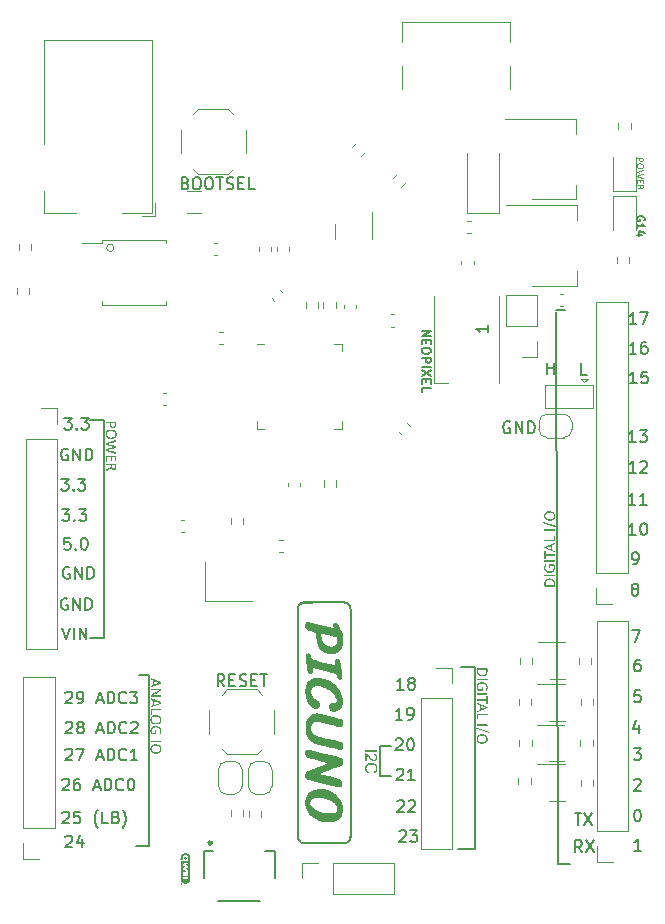
<source format=gbr>
%TF.GenerationSoftware,KiCad,Pcbnew,7.0.10*%
%TF.CreationDate,2024-03-24T00:00:08+05:30*%
%TF.ProjectId,rp2040-basic-m1,72703230-3430-42d6-9261-7369632d6d31,V2.2.5*%
%TF.SameCoordinates,Original*%
%TF.FileFunction,Legend,Top*%
%TF.FilePolarity,Positive*%
%FSLAX46Y46*%
G04 Gerber Fmt 4.6, Leading zero omitted, Abs format (unit mm)*
G04 Created by KiCad (PCBNEW 7.0.10) date 2024-03-24 00:00:08*
%MOMM*%
%LPD*%
G01*
G04 APERTURE LIST*
%ADD10C,0.150000*%
%ADD11C,0.000000*%
%ADD12C,0.187500*%
%ADD13C,0.063500*%
%ADD14C,0.120000*%
%ADD15C,0.127000*%
%ADD16C,0.300000*%
%ADD17C,0.100000*%
G04 APERTURE END LIST*
D10*
X118102500Y-87000000D02*
X119152500Y-87000000D01*
X103030000Y-79520000D02*
X103970000Y-79520000D01*
D11*
G36*
X86614023Y-86051350D02*
G01*
X86637387Y-86052380D01*
X86659495Y-86054202D01*
X86669739Y-86055403D01*
X86679265Y-86056791D01*
X86687937Y-86058365D01*
X86695620Y-86060121D01*
X86727016Y-86069162D01*
X86757223Y-86080165D01*
X86786175Y-86093063D01*
X86813809Y-86107785D01*
X86840059Y-86124264D01*
X86864860Y-86142430D01*
X86888146Y-86162215D01*
X86909853Y-86183549D01*
X86929916Y-86206364D01*
X86948268Y-86230591D01*
X86964846Y-86256161D01*
X86979584Y-86283006D01*
X86992417Y-86311056D01*
X87003280Y-86340242D01*
X87012108Y-86370497D01*
X87018835Y-86401751D01*
X87022814Y-86709314D01*
X87024233Y-87351353D01*
X87023032Y-87994048D01*
X87019153Y-88303576D01*
X87012856Y-88335008D01*
X87004484Y-88365443D01*
X86994098Y-88394813D01*
X86981757Y-88423050D01*
X86967522Y-88450087D01*
X86951454Y-88475857D01*
X86933613Y-88500292D01*
X86914060Y-88523325D01*
X86892855Y-88544888D01*
X86870058Y-88564915D01*
X86845730Y-88583336D01*
X86819931Y-88600086D01*
X86792723Y-88615096D01*
X86764164Y-88628299D01*
X86734316Y-88639628D01*
X86703240Y-88649015D01*
X86691471Y-88652069D01*
X86681476Y-88654393D01*
X86672293Y-88656092D01*
X86667704Y-88656740D01*
X86662957Y-88657270D01*
X86652505Y-88658032D01*
X86639973Y-88658481D01*
X86624398Y-88658722D01*
X86604815Y-88658858D01*
X86581148Y-88658778D01*
X86570607Y-88658566D01*
X86560792Y-88658218D01*
X86551597Y-88657720D01*
X86542921Y-88657055D01*
X86534660Y-88656210D01*
X86526710Y-88655167D01*
X86518969Y-88653913D01*
X86511332Y-88652431D01*
X86503698Y-88650706D01*
X86495962Y-88648723D01*
X86488022Y-88646466D01*
X86479773Y-88643921D01*
X86461940Y-88637903D01*
X86435607Y-88627615D01*
X86410222Y-88615725D01*
X86385840Y-88602297D01*
X86362518Y-88587396D01*
X86340310Y-88571087D01*
X86319272Y-88553434D01*
X86299458Y-88534502D01*
X86280925Y-88514356D01*
X86263728Y-88493060D01*
X86247922Y-88470679D01*
X86233562Y-88447278D01*
X86220705Y-88422921D01*
X86209404Y-88397673D01*
X86199715Y-88371598D01*
X86191695Y-88344762D01*
X86189174Y-88333738D01*
X86346688Y-88333738D01*
X86476863Y-88333738D01*
X86478450Y-88307385D01*
X86478852Y-88301704D01*
X86479462Y-88296207D01*
X86480281Y-88290895D01*
X86481308Y-88285766D01*
X86482543Y-88280819D01*
X86483987Y-88276053D01*
X86485639Y-88271468D01*
X86487499Y-88267063D01*
X86489568Y-88262836D01*
X86491845Y-88258787D01*
X86494330Y-88254914D01*
X86497024Y-88251218D01*
X86499926Y-88247696D01*
X86503037Y-88244348D01*
X86506355Y-88241173D01*
X86509883Y-88238171D01*
X86517433Y-88232754D01*
X86525518Y-88227937D01*
X86534078Y-88223725D01*
X86543051Y-88220123D01*
X86552378Y-88217134D01*
X86561998Y-88214764D01*
X86571851Y-88213017D01*
X86581876Y-88211897D01*
X86592012Y-88211411D01*
X86602199Y-88211561D01*
X86612378Y-88212354D01*
X86622486Y-88213792D01*
X86632464Y-88215882D01*
X86642252Y-88218628D01*
X86651788Y-88222034D01*
X86661013Y-88226106D01*
X86667297Y-88229395D01*
X86673172Y-88232953D01*
X86678640Y-88236783D01*
X86683699Y-88240884D01*
X86688351Y-88245259D01*
X86692596Y-88249909D01*
X86696434Y-88254835D01*
X86699867Y-88260038D01*
X86702894Y-88265521D01*
X86705515Y-88271284D01*
X86707732Y-88277329D01*
X86709545Y-88283657D01*
X86710955Y-88290270D01*
X86711961Y-88297169D01*
X86712564Y-88304355D01*
X86712765Y-88311830D01*
X86712765Y-88333738D01*
X86846115Y-88333738D01*
X86845798Y-88299766D01*
X86845422Y-88285781D01*
X86844481Y-88272110D01*
X86842981Y-88258761D01*
X86840933Y-88245743D01*
X86838343Y-88233064D01*
X86835222Y-88220733D01*
X86831577Y-88208758D01*
X86827417Y-88197149D01*
X86822751Y-88185912D01*
X86817586Y-88175058D01*
X86811933Y-88164594D01*
X86805798Y-88154530D01*
X86799191Y-88144873D01*
X86792121Y-88135632D01*
X86784595Y-88126816D01*
X86776622Y-88118433D01*
X86768212Y-88110492D01*
X86759371Y-88103002D01*
X86750110Y-88095970D01*
X86740437Y-88089406D01*
X86730359Y-88083318D01*
X86719886Y-88077715D01*
X86709026Y-88072604D01*
X86697788Y-88067996D01*
X86686180Y-88063897D01*
X86674211Y-88060317D01*
X86661889Y-88057265D01*
X86649223Y-88054748D01*
X86636222Y-88052776D01*
X86622894Y-88051356D01*
X86609247Y-88050498D01*
X86595290Y-88050211D01*
X86580577Y-88050494D01*
X86566316Y-88051347D01*
X86552499Y-88052772D01*
X86539117Y-88054775D01*
X86526161Y-88057357D01*
X86513623Y-88060524D01*
X86501492Y-88064279D01*
X86489761Y-88068626D01*
X86478421Y-88073567D01*
X86467462Y-88079108D01*
X86456877Y-88085251D01*
X86446655Y-88092001D01*
X86436789Y-88099362D01*
X86427270Y-88107336D01*
X86418088Y-88115927D01*
X86409235Y-88125140D01*
X86402146Y-88133280D01*
X86395521Y-88141637D01*
X86389355Y-88150226D01*
X86383642Y-88159063D01*
X86378377Y-88168165D01*
X86373555Y-88177547D01*
X86369172Y-88187224D01*
X86365222Y-88197213D01*
X86361699Y-88207529D01*
X86358599Y-88218189D01*
X86355917Y-88229208D01*
X86353648Y-88240601D01*
X86351786Y-88252386D01*
X86350326Y-88264576D01*
X86349263Y-88277189D01*
X86348593Y-88290240D01*
X86346688Y-88333738D01*
X86189174Y-88333738D01*
X86185398Y-88317228D01*
X86182044Y-88284099D01*
X86180238Y-88185545D01*
X86180018Y-88019413D01*
X86353990Y-88019413D01*
X86595290Y-88019413D01*
X86839765Y-88019413D01*
X86839765Y-87860663D01*
X86353990Y-87860663D01*
X86353990Y-88019413D01*
X86180018Y-88019413D01*
X86179766Y-87828913D01*
X86353990Y-87828913D01*
X86839765Y-87828913D01*
X86839765Y-87666988D01*
X86353990Y-87666988D01*
X86353990Y-87828913D01*
X86179766Y-87828913D01*
X86179365Y-87525701D01*
X86179365Y-87472361D01*
X86353990Y-87472361D01*
X86504168Y-87527288D01*
X86747055Y-87616188D01*
X86839765Y-87650161D01*
X86839765Y-87492681D01*
X86821668Y-87487601D01*
X86641883Y-87434499D01*
X86514010Y-87396161D01*
X86526507Y-87392147D01*
X86561357Y-87381675D01*
X86676570Y-87347901D01*
X86839765Y-87300276D01*
X86839130Y-87222806D01*
X86838178Y-87145018D01*
X86678793Y-87098981D01*
X86616806Y-87080858D01*
X86565802Y-87065683D01*
X86531051Y-87055091D01*
X86521416Y-87052026D01*
X86517820Y-87050721D01*
X86520749Y-87049400D01*
X86529821Y-87046290D01*
X86563818Y-87035520D01*
X86614663Y-87020047D01*
X86677205Y-87001508D01*
X86838178Y-86953883D01*
X86839130Y-86871968D01*
X86839306Y-86849777D01*
X86839348Y-86831775D01*
X86839315Y-86824231D01*
X86839242Y-86817597D01*
X86839128Y-86811829D01*
X86838971Y-86806881D01*
X86838770Y-86802706D01*
X86838522Y-86799259D01*
X86838226Y-86796496D01*
X86838059Y-86795356D01*
X86837880Y-86794369D01*
X86837687Y-86793531D01*
X86837482Y-86792834D01*
X86837262Y-86792274D01*
X86837029Y-86791845D01*
X86836782Y-86791541D01*
X86836521Y-86791357D01*
X86836245Y-86791286D01*
X86835955Y-86791323D01*
X86593068Y-86879906D01*
X86353990Y-86966901D01*
X86353990Y-87126921D01*
X86369230Y-87131366D01*
X86441303Y-87153546D01*
X86533139Y-87182364D01*
X86612475Y-87207670D01*
X86637371Y-87215834D01*
X86647043Y-87219313D01*
X86644493Y-87220604D01*
X86636287Y-87223629D01*
X86605291Y-87234077D01*
X86558817Y-87249049D01*
X86501628Y-87266938D01*
X86353990Y-87312341D01*
X86353990Y-87472361D01*
X86179365Y-87472361D01*
X86179365Y-86765288D01*
X86836245Y-86765288D01*
X86839765Y-86765288D01*
X86839765Y-86603363D01*
X86779123Y-86603363D01*
X86796903Y-86585266D01*
X86803235Y-86578390D01*
X86809134Y-86571221D01*
X86814597Y-86563760D01*
X86819624Y-86556011D01*
X86824211Y-86547978D01*
X86828357Y-86539663D01*
X86832061Y-86531070D01*
X86835320Y-86522202D01*
X86838133Y-86513063D01*
X86840497Y-86503655D01*
X86842411Y-86493982D01*
X86843873Y-86484048D01*
X86844881Y-86473854D01*
X86845433Y-86463406D01*
X86845528Y-86452705D01*
X86845163Y-86441756D01*
X86844181Y-86428359D01*
X86842551Y-86415321D01*
X86840276Y-86402650D01*
X86837364Y-86390355D01*
X86833819Y-86378446D01*
X86829647Y-86366930D01*
X86824854Y-86355818D01*
X86819445Y-86345117D01*
X86813426Y-86334836D01*
X86806802Y-86324984D01*
X86799579Y-86315571D01*
X86791763Y-86306605D01*
X86783359Y-86298094D01*
X86774372Y-86290048D01*
X86764809Y-86282476D01*
X86754675Y-86275386D01*
X86746834Y-86270387D01*
X86739005Y-86265744D01*
X86731157Y-86261447D01*
X86723257Y-86257487D01*
X86715274Y-86253854D01*
X86707175Y-86250539D01*
X86698928Y-86247533D01*
X86690500Y-86244826D01*
X86681861Y-86242410D01*
X86672978Y-86240275D01*
X86663818Y-86238411D01*
X86654350Y-86236809D01*
X86644542Y-86235461D01*
X86634361Y-86234356D01*
X86623775Y-86233486D01*
X86612753Y-86232841D01*
X86598192Y-86232445D01*
X86583928Y-86232620D01*
X86569970Y-86233357D01*
X86556329Y-86234646D01*
X86543017Y-86236478D01*
X86530044Y-86238844D01*
X86517421Y-86241734D01*
X86505160Y-86245139D01*
X86493270Y-86249049D01*
X86481764Y-86253456D01*
X86470651Y-86258350D01*
X86459943Y-86263721D01*
X86449651Y-86269560D01*
X86439786Y-86275858D01*
X86430358Y-86282605D01*
X86421379Y-86289792D01*
X86412860Y-86297410D01*
X86404811Y-86305449D01*
X86397243Y-86313901D01*
X86390168Y-86322755D01*
X86383596Y-86332002D01*
X86377537Y-86341633D01*
X86372005Y-86351638D01*
X86367008Y-86362009D01*
X86362558Y-86372735D01*
X86358665Y-86383808D01*
X86355342Y-86395218D01*
X86352599Y-86406955D01*
X86350446Y-86419011D01*
X86348894Y-86431376D01*
X86347955Y-86444041D01*
X86347640Y-86456996D01*
X86347805Y-86467212D01*
X86348305Y-86477039D01*
X86349149Y-86486496D01*
X86350344Y-86495602D01*
X86351898Y-86504376D01*
X86353818Y-86512840D01*
X86356114Y-86521011D01*
X86358792Y-86528909D01*
X86361861Y-86536555D01*
X86365329Y-86543967D01*
X86369203Y-86551165D01*
X86373492Y-86558169D01*
X86378202Y-86564998D01*
X86383343Y-86571671D01*
X86388922Y-86578209D01*
X86394948Y-86584631D01*
X86413045Y-86603363D01*
X86178730Y-86603363D01*
X86180318Y-86502716D01*
X86180765Y-86470815D01*
X86181220Y-86445928D01*
X86181481Y-86435711D01*
X86181780Y-86426763D01*
X86182129Y-86418923D01*
X86182540Y-86412030D01*
X86183026Y-86405921D01*
X86183598Y-86400437D01*
X86184269Y-86395414D01*
X86185050Y-86390693D01*
X86185955Y-86386111D01*
X86186994Y-86381507D01*
X86189525Y-86371588D01*
X86198834Y-86340899D01*
X86210049Y-86311380D01*
X86223101Y-86283094D01*
X86237924Y-86256102D01*
X86254451Y-86230467D01*
X86272616Y-86206249D01*
X86292350Y-86183512D01*
X86313588Y-86162316D01*
X86336262Y-86142724D01*
X86360305Y-86124797D01*
X86385651Y-86108598D01*
X86412232Y-86094187D01*
X86439981Y-86081628D01*
X86468831Y-86070982D01*
X86498716Y-86062310D01*
X86529568Y-86055676D01*
X86537920Y-86054362D01*
X86547173Y-86053275D01*
X86557190Y-86052413D01*
X86567836Y-86051771D01*
X86590479Y-86051138D01*
X86614023Y-86051350D01*
G37*
G36*
X98179485Y-80641133D02*
G01*
X98255141Y-80644771D01*
X98328829Y-80650394D01*
X98399851Y-80658000D01*
X98467508Y-80667592D01*
X98531104Y-80679167D01*
X98589940Y-80692727D01*
X98701719Y-80725257D01*
X98810640Y-80764454D01*
X98916409Y-80810037D01*
X99018730Y-80861729D01*
X99117311Y-80919250D01*
X99211856Y-80982321D01*
X99302070Y-81050663D01*
X99387659Y-81123997D01*
X99468328Y-81202044D01*
X99543784Y-81284525D01*
X99613730Y-81371160D01*
X99677874Y-81461671D01*
X99735919Y-81555779D01*
X99787573Y-81653204D01*
X99832539Y-81753668D01*
X99870524Y-81856892D01*
X99882686Y-81901134D01*
X99892744Y-81954843D01*
X99900747Y-82016572D01*
X99906738Y-82084875D01*
X99910767Y-82158304D01*
X99912877Y-82235412D01*
X99913118Y-82314753D01*
X99911534Y-82394879D01*
X99908172Y-82474343D01*
X99903079Y-82551700D01*
X99896302Y-82625500D01*
X99887887Y-82694299D01*
X99877879Y-82756648D01*
X99866327Y-82811101D01*
X99853276Y-82856211D01*
X99838773Y-82890531D01*
X99818137Y-82925682D01*
X99794731Y-82960901D01*
X99768762Y-82996006D01*
X99740436Y-83030816D01*
X99709961Y-83065151D01*
X99677543Y-83098829D01*
X99643388Y-83131670D01*
X99607704Y-83163493D01*
X99570697Y-83194118D01*
X99532573Y-83223362D01*
X99493540Y-83251046D01*
X99453805Y-83276989D01*
X99413573Y-83301009D01*
X99373051Y-83322926D01*
X99332447Y-83342559D01*
X99291968Y-83359727D01*
X99236250Y-83379032D01*
X99172988Y-83395934D01*
X99103235Y-83410429D01*
X99028046Y-83422510D01*
X98948475Y-83432172D01*
X98865576Y-83439411D01*
X98780402Y-83444221D01*
X98694010Y-83446598D01*
X98607452Y-83446535D01*
X98521783Y-83444028D01*
X98438056Y-83439071D01*
X98357327Y-83431660D01*
X98280650Y-83421789D01*
X98209078Y-83409453D01*
X98143666Y-83394647D01*
X98085468Y-83377366D01*
X97929142Y-83319148D01*
X97781741Y-83254424D01*
X97643425Y-83183385D01*
X97514354Y-83106222D01*
X97394688Y-83023127D01*
X97284587Y-82934291D01*
X97233173Y-82887780D01*
X97184211Y-82839905D01*
X97137721Y-82790690D01*
X97093721Y-82740160D01*
X97052234Y-82688338D01*
X97013277Y-82635247D01*
X96976873Y-82580913D01*
X96943040Y-82525358D01*
X96911798Y-82468607D01*
X96883168Y-82410684D01*
X96857170Y-82351612D01*
X96833823Y-82291416D01*
X96813148Y-82230119D01*
X96795165Y-82167745D01*
X96779893Y-82104318D01*
X96767353Y-82039862D01*
X96757565Y-81974401D01*
X96750549Y-81907959D01*
X96746325Y-81840560D01*
X96745676Y-81809197D01*
X97172646Y-81809197D01*
X97172659Y-81841976D01*
X97175790Y-81875262D01*
X97182123Y-81908987D01*
X97191740Y-81943084D01*
X97204726Y-81977482D01*
X97221162Y-82012115D01*
X97246717Y-82055598D01*
X97279419Y-82099861D01*
X97318808Y-82144611D01*
X97364423Y-82189551D01*
X97415806Y-82234388D01*
X97472496Y-82278827D01*
X97534033Y-82322574D01*
X97599958Y-82365334D01*
X97669809Y-82406812D01*
X97743129Y-82446714D01*
X97819456Y-82484745D01*
X97898330Y-82520611D01*
X97979293Y-82554017D01*
X98061883Y-82584669D01*
X98145641Y-82612272D01*
X98230107Y-82636532D01*
X98285642Y-82649389D01*
X98348287Y-82661337D01*
X98416886Y-82672127D01*
X98490280Y-82681511D01*
X98567313Y-82689242D01*
X98646825Y-82695070D01*
X98727661Y-82698750D01*
X98808662Y-82700031D01*
X98882296Y-82700014D01*
X98949925Y-82698570D01*
X99011828Y-82695597D01*
X99040720Y-82693505D01*
X99068285Y-82690991D01*
X99094558Y-82688043D01*
X99119574Y-82684649D01*
X99143367Y-82680794D01*
X99165974Y-82676467D01*
X99187428Y-82671653D01*
X99207765Y-82666341D01*
X99227019Y-82660518D01*
X99245225Y-82654170D01*
X99262418Y-82647285D01*
X99278634Y-82639849D01*
X99293906Y-82631850D01*
X99308270Y-82623274D01*
X99321761Y-82614110D01*
X99334413Y-82604344D01*
X99346262Y-82593962D01*
X99357342Y-82582953D01*
X99367688Y-82571303D01*
X99377336Y-82559000D01*
X99386319Y-82546029D01*
X99394673Y-82532380D01*
X99402433Y-82518037D01*
X99409634Y-82502990D01*
X99416309Y-82487224D01*
X99422496Y-82470727D01*
X99435430Y-82428910D01*
X99445103Y-82388044D01*
X99451479Y-82348005D01*
X99453419Y-82328257D01*
X99454521Y-82308669D01*
X99454782Y-82289226D01*
X99454195Y-82269912D01*
X99452757Y-82250711D01*
X99450463Y-82231609D01*
X99447309Y-82212590D01*
X99443290Y-82193637D01*
X99438401Y-82174737D01*
X99432638Y-82155872D01*
X99425997Y-82137028D01*
X99418473Y-82118190D01*
X99400757Y-82080466D01*
X99379455Y-82042577D01*
X99354531Y-82004398D01*
X99325948Y-81965806D01*
X99293670Y-81926677D01*
X99257661Y-81886886D01*
X99217885Y-81846310D01*
X99168403Y-81801348D01*
X99114063Y-81757819D01*
X99055135Y-81715829D01*
X98991886Y-81675488D01*
X98924586Y-81636903D01*
X98853504Y-81600185D01*
X98778907Y-81565440D01*
X98701065Y-81532778D01*
X98620247Y-81502307D01*
X98536720Y-81474136D01*
X98450755Y-81448372D01*
X98362619Y-81425126D01*
X98272581Y-81404504D01*
X98180911Y-81386617D01*
X98087876Y-81371571D01*
X97993746Y-81359476D01*
X97941938Y-81355021D01*
X97891083Y-81352853D01*
X97841262Y-81352905D01*
X97792559Y-81355108D01*
X97745058Y-81359394D01*
X97698841Y-81365693D01*
X97653993Y-81373938D01*
X97610596Y-81384061D01*
X97568734Y-81395992D01*
X97528490Y-81409663D01*
X97489947Y-81425006D01*
X97453190Y-81441952D01*
X97418300Y-81460433D01*
X97385362Y-81480380D01*
X97354458Y-81501726D01*
X97325673Y-81524400D01*
X97299089Y-81548335D01*
X97274790Y-81573463D01*
X97252858Y-81599715D01*
X97233379Y-81627022D01*
X97216434Y-81655317D01*
X97202107Y-81684530D01*
X97190481Y-81714593D01*
X97181640Y-81745437D01*
X97175667Y-81776995D01*
X97172646Y-81809197D01*
X96745676Y-81809197D01*
X96744912Y-81772227D01*
X96745877Y-81703933D01*
X96748826Y-81639129D01*
X96753842Y-81577579D01*
X96761008Y-81519053D01*
X96770406Y-81463317D01*
X96782119Y-81410140D01*
X96796230Y-81359288D01*
X96812822Y-81310529D01*
X96831977Y-81263630D01*
X96853777Y-81218359D01*
X96878307Y-81174483D01*
X96905647Y-81131770D01*
X96935881Y-81089987D01*
X96969092Y-81048902D01*
X97005362Y-81008282D01*
X97044774Y-80967895D01*
X97071891Y-80941826D01*
X97097835Y-80917768D01*
X97122839Y-80895581D01*
X97147135Y-80875125D01*
X97170955Y-80856260D01*
X97194532Y-80838848D01*
X97218099Y-80822748D01*
X97241888Y-80807821D01*
X97266132Y-80793928D01*
X97291064Y-80780928D01*
X97316915Y-80768684D01*
X97343918Y-80757054D01*
X97372307Y-80745899D01*
X97402312Y-80735081D01*
X97434168Y-80724459D01*
X97468107Y-80713894D01*
X97525083Y-80697688D01*
X97587066Y-80683467D01*
X97653359Y-80671230D01*
X97723264Y-80660977D01*
X97796084Y-80652709D01*
X97871121Y-80646425D01*
X97891083Y-80645304D01*
X97947677Y-80642126D01*
X98025055Y-80639811D01*
X98102557Y-80639480D01*
X98179485Y-80641133D01*
G37*
G36*
X96982038Y-66498872D02*
G01*
X97060593Y-66514534D01*
X97315971Y-66572356D01*
X97671230Y-66658621D01*
X98088996Y-66765061D01*
X98100545Y-66767982D01*
X98300904Y-66818646D01*
X98499706Y-66867642D01*
X98680898Y-66911099D01*
X98839971Y-66948065D01*
X98972421Y-66977589D01*
X99073742Y-66998721D01*
X99139426Y-67010510D01*
X99157496Y-67012604D01*
X99164968Y-67012006D01*
X99166198Y-67010580D01*
X99167246Y-67008956D01*
X99168114Y-67007139D01*
X99168806Y-67005136D01*
X99169324Y-67002955D01*
X99169673Y-67000603D01*
X99169874Y-66995414D01*
X99169434Y-66989625D01*
X99168378Y-66983294D01*
X99166734Y-66976477D01*
X99164527Y-66969231D01*
X99161782Y-66961613D01*
X99158526Y-66953680D01*
X99154783Y-66945488D01*
X99150581Y-66937095D01*
X99145945Y-66928557D01*
X99140901Y-66919932D01*
X99135474Y-66911275D01*
X99129690Y-66902644D01*
X99119023Y-66885324D01*
X99109509Y-66868425D01*
X99101142Y-66851957D01*
X99093916Y-66835927D01*
X99087828Y-66820344D01*
X99082871Y-66805216D01*
X99079041Y-66790552D01*
X99076333Y-66776361D01*
X99074740Y-66762650D01*
X99074259Y-66749428D01*
X99074883Y-66736703D01*
X99076608Y-66724485D01*
X99079429Y-66712780D01*
X99083340Y-66701598D01*
X99088336Y-66690947D01*
X99094412Y-66680835D01*
X99101564Y-66671271D01*
X99109785Y-66662264D01*
X99119070Y-66653820D01*
X99129415Y-66645950D01*
X99140814Y-66638661D01*
X99153262Y-66631962D01*
X99166754Y-66625861D01*
X99181284Y-66620367D01*
X99196848Y-66615487D01*
X99213441Y-66611231D01*
X99231056Y-66607607D01*
X99249690Y-66604623D01*
X99269337Y-66602287D01*
X99289991Y-66600608D01*
X99311647Y-66599595D01*
X99334302Y-66599255D01*
X99360000Y-66600280D01*
X99384283Y-66603486D01*
X99407305Y-66609069D01*
X99429221Y-66617225D01*
X99450186Y-66628151D01*
X99470355Y-66642043D01*
X99489884Y-66659098D01*
X99508926Y-66679512D01*
X99527638Y-66703482D01*
X99546174Y-66731203D01*
X99564690Y-66762872D01*
X99583340Y-66798685D01*
X99602279Y-66838840D01*
X99621663Y-66883531D01*
X99641646Y-66932956D01*
X99662384Y-66987311D01*
X99668778Y-67004237D01*
X99675999Y-67021845D01*
X99683964Y-67039990D01*
X99692591Y-67058528D01*
X99701796Y-67077314D01*
X99711498Y-67096204D01*
X99721613Y-67115052D01*
X99732058Y-67133714D01*
X99742752Y-67152045D01*
X99753611Y-67169901D01*
X99764552Y-67187137D01*
X99775494Y-67203608D01*
X99786353Y-67219169D01*
X99797047Y-67233677D01*
X99807492Y-67246985D01*
X99817607Y-67258950D01*
X99850211Y-67298424D01*
X99863403Y-67316458D01*
X99874713Y-67334632D01*
X99884287Y-67353901D01*
X99892269Y-67375222D01*
X99898804Y-67399550D01*
X99904037Y-67427842D01*
X99908113Y-67461054D01*
X99911176Y-67500141D01*
X99914841Y-67599766D01*
X99916192Y-67734366D01*
X99916385Y-67911589D01*
X99916757Y-68022280D01*
X99915392Y-68130366D01*
X99912540Y-68233244D01*
X99908447Y-68328308D01*
X99903362Y-68412954D01*
X99897533Y-68484577D01*
X99891208Y-68540574D01*
X99887937Y-68561898D01*
X99884635Y-68578339D01*
X99873276Y-68611683D01*
X99857928Y-68646655D01*
X99838901Y-68682898D01*
X99816504Y-68720056D01*
X99791049Y-68757772D01*
X99762843Y-68795690D01*
X99732199Y-68833453D01*
X99699426Y-68870704D01*
X99664834Y-68907086D01*
X99628733Y-68942244D01*
X99591433Y-68975821D01*
X99553244Y-69007460D01*
X99514476Y-69036805D01*
X99475440Y-69063498D01*
X99436445Y-69087184D01*
X99397801Y-69107506D01*
X99356038Y-69126191D01*
X99310420Y-69142556D01*
X99261391Y-69156596D01*
X99209396Y-69168305D01*
X99154879Y-69177678D01*
X99098285Y-69184710D01*
X99040057Y-69189396D01*
X98980641Y-69191731D01*
X98920482Y-69191710D01*
X98860022Y-69189327D01*
X98799707Y-69184577D01*
X98739981Y-69177455D01*
X98681289Y-69167956D01*
X98624074Y-69156075D01*
X98568782Y-69141806D01*
X98515857Y-69125145D01*
X98417903Y-69086326D01*
X98325219Y-69038831D01*
X98237951Y-68982913D01*
X98156244Y-68918825D01*
X98080242Y-68846820D01*
X98010089Y-68767151D01*
X97945931Y-68680072D01*
X97887912Y-68585836D01*
X97836177Y-68484695D01*
X97790871Y-68376904D01*
X97752138Y-68262716D01*
X97720123Y-68142383D01*
X97694970Y-68016159D01*
X97676825Y-67884297D01*
X97665831Y-67747050D01*
X97662135Y-67604672D01*
X97662135Y-67526062D01*
X98089623Y-67526062D01*
X98090168Y-67554695D01*
X98092909Y-67590506D01*
X98104051Y-67678680D01*
X98121187Y-67780620D01*
X98142457Y-67886364D01*
X98166001Y-67985948D01*
X98178044Y-68030316D01*
X98189958Y-68069409D01*
X98201510Y-68101979D01*
X98212468Y-68126783D01*
X98237430Y-68172585D01*
X98264661Y-68216046D01*
X98294114Y-68257140D01*
X98325743Y-68295841D01*
X98359501Y-68332124D01*
X98395341Y-68365963D01*
X98433217Y-68397331D01*
X98473083Y-68426204D01*
X98514892Y-68452554D01*
X98558597Y-68476357D01*
X98604152Y-68497587D01*
X98651511Y-68516217D01*
X98700627Y-68532222D01*
X98751453Y-68545576D01*
X98803944Y-68556253D01*
X98858051Y-68564228D01*
X98899256Y-68567829D01*
X98939480Y-68569389D01*
X98978649Y-68568933D01*
X99016691Y-68566488D01*
X99053535Y-68562079D01*
X99089107Y-68555732D01*
X99123336Y-68547474D01*
X99156149Y-68537329D01*
X99172001Y-68531557D01*
X99187473Y-68525323D01*
X99202555Y-68518631D01*
X99217237Y-68511484D01*
X99231511Y-68503884D01*
X99245368Y-68495835D01*
X99258798Y-68487341D01*
X99271794Y-68478404D01*
X99284344Y-68469028D01*
X99296441Y-68459216D01*
X99308076Y-68448971D01*
X99319239Y-68438296D01*
X99329922Y-68427195D01*
X99340115Y-68415671D01*
X99349809Y-68403727D01*
X99358996Y-68391367D01*
X99366885Y-68380105D01*
X99374650Y-68367582D01*
X99382250Y-68353943D01*
X99389643Y-68339332D01*
X99396788Y-68323894D01*
X99403644Y-68307775D01*
X99410169Y-68291118D01*
X99416322Y-68274068D01*
X99422062Y-68256770D01*
X99427346Y-68239369D01*
X99432135Y-68222009D01*
X99436386Y-68204835D01*
X99440059Y-68187992D01*
X99443111Y-68171625D01*
X99445502Y-68155877D01*
X99447190Y-68140894D01*
X99448487Y-68111657D01*
X99448472Y-68081122D01*
X99447237Y-68049730D01*
X99444875Y-68017918D01*
X99441480Y-67986128D01*
X99437144Y-67954798D01*
X99431961Y-67924366D01*
X99426024Y-67895273D01*
X99419424Y-67867958D01*
X99412257Y-67842859D01*
X99404614Y-67820417D01*
X99396588Y-67801070D01*
X99392461Y-67792695D01*
X99388274Y-67785258D01*
X99384037Y-67778815D01*
X99379762Y-67773420D01*
X99375462Y-67769128D01*
X99371148Y-67765995D01*
X99366831Y-67764075D01*
X99362523Y-67763422D01*
X99304425Y-67752288D01*
X99164968Y-67721971D01*
X98723996Y-67622311D01*
X98600069Y-67593124D01*
X98483997Y-67566749D01*
X98378342Y-67543680D01*
X98285669Y-67524415D01*
X98208540Y-67509450D01*
X98149519Y-67499280D01*
X98127600Y-67496148D01*
X98111168Y-67494401D01*
X98100545Y-67494102D01*
X98097512Y-67494514D01*
X98096051Y-67495311D01*
X98093432Y-67499295D01*
X98091506Y-67505852D01*
X98089623Y-67526062D01*
X97662135Y-67526062D01*
X97662135Y-67382422D01*
X97372857Y-67308338D01*
X97275113Y-67282092D01*
X97187869Y-67257282D01*
X97110548Y-67233444D01*
X97042569Y-67210112D01*
X97011902Y-67198491D01*
X96983355Y-67186821D01*
X96956853Y-67175046D01*
X96932326Y-67163107D01*
X96909700Y-67150946D01*
X96888904Y-67138504D01*
X96869864Y-67125724D01*
X96852510Y-67112547D01*
X96836767Y-67098915D01*
X96822565Y-67084771D01*
X96809830Y-67070055D01*
X96798490Y-67054711D01*
X96788474Y-67038679D01*
X96779708Y-67021901D01*
X96772120Y-67004321D01*
X96765638Y-66985878D01*
X96760189Y-66966515D01*
X96755702Y-66946175D01*
X96752104Y-66924798D01*
X96749322Y-66902328D01*
X96747284Y-66878704D01*
X96745918Y-66853871D01*
X96744912Y-66800339D01*
X96745138Y-66783319D01*
X96745813Y-66766662D01*
X96746929Y-66750379D01*
X96748481Y-66734483D01*
X96750462Y-66718984D01*
X96752865Y-66703895D01*
X96755684Y-66689228D01*
X96758913Y-66674993D01*
X96762545Y-66661202D01*
X96766573Y-66647868D01*
X96770992Y-66635001D01*
X96775794Y-66622613D01*
X96780974Y-66610717D01*
X96786524Y-66599323D01*
X96792439Y-66588443D01*
X96798711Y-66578089D01*
X96805335Y-66568272D01*
X96812304Y-66559005D01*
X96819611Y-66550298D01*
X96827250Y-66542163D01*
X96835215Y-66534613D01*
X96843499Y-66527658D01*
X96852096Y-66521310D01*
X96860999Y-66515581D01*
X96870201Y-66510483D01*
X96879697Y-66506026D01*
X96889479Y-66502223D01*
X96899542Y-66499086D01*
X96909879Y-66496626D01*
X96920483Y-66494854D01*
X96931348Y-66493782D01*
X96942468Y-66493422D01*
X96982038Y-66498872D01*
G37*
G36*
X97011921Y-69143610D02*
G01*
X97026852Y-69144887D01*
X97041535Y-69147261D01*
X97055949Y-69150719D01*
X97070074Y-69155248D01*
X97083889Y-69160833D01*
X97097373Y-69167461D01*
X97110506Y-69175120D01*
X97123266Y-69183794D01*
X97135634Y-69193470D01*
X97147589Y-69204136D01*
X97159109Y-69215777D01*
X97170175Y-69228380D01*
X97180765Y-69241931D01*
X97190859Y-69256417D01*
X97200437Y-69271824D01*
X97209477Y-69288139D01*
X97217958Y-69305347D01*
X97225861Y-69323436D01*
X97233165Y-69342392D01*
X97239849Y-69362201D01*
X97245891Y-69382850D01*
X97251273Y-69404326D01*
X97255972Y-69426613D01*
X97259968Y-69449700D01*
X97262814Y-69465600D01*
X97266038Y-69481484D01*
X97269603Y-69497255D01*
X97273473Y-69512814D01*
X97277611Y-69528063D01*
X97281982Y-69542904D01*
X97286549Y-69557238D01*
X97291277Y-69570967D01*
X97296128Y-69583994D01*
X97301068Y-69596220D01*
X97306059Y-69607546D01*
X97311066Y-69617876D01*
X97316052Y-69627109D01*
X97320981Y-69635149D01*
X97325817Y-69641898D01*
X97330524Y-69647256D01*
X97356420Y-69658854D01*
X97418794Y-69679515D01*
X97632534Y-69742616D01*
X98272881Y-69918012D01*
X98924473Y-70086794D01*
X99152269Y-70141626D01*
X99260218Y-70162311D01*
X99260859Y-70162055D01*
X99261457Y-70161294D01*
X99262526Y-70158314D01*
X99263419Y-70153474D01*
X99264132Y-70146877D01*
X99264993Y-70128824D01*
X99265069Y-70104984D01*
X99264318Y-70076183D01*
X99262698Y-70043248D01*
X99260170Y-70007006D01*
X99256690Y-69968283D01*
X99254337Y-69940313D01*
X99252584Y-69914519D01*
X99251450Y-69890761D01*
X99250957Y-69868899D01*
X99251126Y-69848795D01*
X99251977Y-69830307D01*
X99253531Y-69813298D01*
X99254578Y-69805304D01*
X99255808Y-69797627D01*
X99257225Y-69790250D01*
X99258830Y-69783155D01*
X99260626Y-69776325D01*
X99262616Y-69769743D01*
X99264802Y-69763390D01*
X99267187Y-69757250D01*
X99269774Y-69751305D01*
X99272565Y-69745537D01*
X99275563Y-69739930D01*
X99278770Y-69734466D01*
X99282189Y-69729127D01*
X99285822Y-69723895D01*
X99293742Y-69713687D01*
X99302551Y-69703700D01*
X99310461Y-69695680D01*
X99318952Y-69688157D01*
X99327985Y-69681131D01*
X99337519Y-69674603D01*
X99347516Y-69668574D01*
X99357935Y-69663044D01*
X99368739Y-69658014D01*
X99379887Y-69653484D01*
X99391339Y-69649456D01*
X99403058Y-69645930D01*
X99415002Y-69642907D01*
X99427133Y-69640386D01*
X99451797Y-69636858D01*
X99476735Y-69635349D01*
X99501632Y-69635867D01*
X99526172Y-69638416D01*
X99538210Y-69640453D01*
X99550041Y-69643000D01*
X99561625Y-69646058D01*
X99572922Y-69649626D01*
X99583894Y-69653706D01*
X99594501Y-69658298D01*
X99604704Y-69663403D01*
X99614463Y-69669022D01*
X99623739Y-69675155D01*
X99632492Y-69681802D01*
X99640683Y-69688965D01*
X99648273Y-69696645D01*
X99658169Y-69711688D01*
X99669233Y-69736463D01*
X99694245Y-69812124D01*
X99722067Y-69917468D01*
X99751461Y-70046336D01*
X99781185Y-70192566D01*
X99810000Y-70350000D01*
X99836665Y-70512477D01*
X99859940Y-70673839D01*
X99865728Y-70735465D01*
X99871846Y-70822887D01*
X99877303Y-70924862D01*
X99881107Y-71030144D01*
X99881595Y-71066807D01*
X99881706Y-71100204D01*
X99881394Y-71130541D01*
X99880611Y-71158026D01*
X99879311Y-71182865D01*
X99877448Y-71205265D01*
X99876291Y-71215615D01*
X99874975Y-71225433D01*
X99873496Y-71234744D01*
X99871846Y-71243575D01*
X99870021Y-71251951D01*
X99868015Y-71259898D01*
X99865821Y-71267442D01*
X99863433Y-71274608D01*
X99860847Y-71281424D01*
X99858056Y-71287913D01*
X99855055Y-71294103D01*
X99851837Y-71300019D01*
X99848397Y-71305687D01*
X99844729Y-71311133D01*
X99840827Y-71316383D01*
X99836686Y-71321462D01*
X99832299Y-71326396D01*
X99827661Y-71331211D01*
X99822765Y-71335934D01*
X99817607Y-71340589D01*
X99802535Y-71353255D01*
X99787118Y-71364157D01*
X99771400Y-71373327D01*
X99755430Y-71380800D01*
X99739252Y-71386609D01*
X99722915Y-71390787D01*
X99706464Y-71393369D01*
X99689945Y-71394387D01*
X99673406Y-71393876D01*
X99656893Y-71391869D01*
X99640452Y-71388399D01*
X99624130Y-71383501D01*
X99607974Y-71377207D01*
X99592029Y-71369552D01*
X99576342Y-71360568D01*
X99560961Y-71350290D01*
X99545931Y-71338751D01*
X99531299Y-71325985D01*
X99517111Y-71312025D01*
X99503414Y-71296905D01*
X99490255Y-71280658D01*
X99477679Y-71263319D01*
X99465734Y-71244920D01*
X99454466Y-71225495D01*
X99443922Y-71205078D01*
X99434147Y-71183703D01*
X99425189Y-71161402D01*
X99417094Y-71138210D01*
X99409908Y-71114160D01*
X99403679Y-71089286D01*
X99398452Y-71063622D01*
X99394274Y-71037200D01*
X99373107Y-70889033D01*
X98420607Y-70649145D01*
X98049639Y-70557092D01*
X97741510Y-70481575D01*
X97443413Y-70409255D01*
X97441780Y-70409501D01*
X97440189Y-70410231D01*
X97437136Y-70413093D01*
X97434258Y-70417743D01*
X97431561Y-70424083D01*
X97429051Y-70432014D01*
X97426731Y-70441439D01*
X97424608Y-70452260D01*
X97422687Y-70464377D01*
X97419469Y-70492110D01*
X97417120Y-70523853D01*
X97415679Y-70558821D01*
X97415190Y-70596228D01*
X97415014Y-70624122D01*
X97414439Y-70649716D01*
X97413400Y-70673192D01*
X97411828Y-70694730D01*
X97409657Y-70714511D01*
X97406819Y-70732715D01*
X97405129Y-70741283D01*
X97403247Y-70749525D01*
X97401165Y-70757463D01*
X97398874Y-70765120D01*
X97396367Y-70772519D01*
X97393633Y-70779682D01*
X97390667Y-70786631D01*
X97387457Y-70793391D01*
X97383997Y-70799982D01*
X97380279Y-70806428D01*
X97376292Y-70812751D01*
X97372030Y-70818974D01*
X97367484Y-70825119D01*
X97362645Y-70831210D01*
X97357505Y-70837268D01*
X97352055Y-70843317D01*
X97340195Y-70855475D01*
X97326996Y-70867866D01*
X97313656Y-70880317D01*
X97301309Y-70891238D01*
X97289789Y-70900671D01*
X97278930Y-70908657D01*
X97273697Y-70912120D01*
X97268567Y-70915237D01*
X97263520Y-70918013D01*
X97258535Y-70920453D01*
X97253591Y-70922562D01*
X97248668Y-70924346D01*
X97243745Y-70925809D01*
X97238801Y-70926957D01*
X97233816Y-70927795D01*
X97228769Y-70928328D01*
X97223640Y-70928562D01*
X97218407Y-70928501D01*
X97213049Y-70928150D01*
X97207548Y-70927515D01*
X97201880Y-70926601D01*
X97196027Y-70925414D01*
X97183680Y-70922237D01*
X97170341Y-70918028D01*
X97155844Y-70912826D01*
X97140024Y-70906673D01*
X97115007Y-70895126D01*
X97091524Y-70881606D01*
X97069540Y-70866039D01*
X97049018Y-70848354D01*
X97029923Y-70828477D01*
X97012218Y-70806337D01*
X96995866Y-70781861D01*
X96980833Y-70754978D01*
X96967081Y-70725613D01*
X96954574Y-70693696D01*
X96943277Y-70659154D01*
X96933152Y-70621914D01*
X96924165Y-70581905D01*
X96916278Y-70539053D01*
X96909456Y-70493287D01*
X96903662Y-70444533D01*
X96898274Y-70389412D01*
X96890323Y-70321061D01*
X96868385Y-70155256D01*
X96841155Y-69968283D01*
X96811940Y-69781311D01*
X96799633Y-69699734D01*
X96789223Y-69626605D01*
X96780787Y-69561363D01*
X96777333Y-69531523D01*
X96774402Y-69503443D01*
X96772004Y-69477053D01*
X96770147Y-69452283D01*
X96768842Y-69429061D01*
X96768098Y-69407318D01*
X96767925Y-69386984D01*
X96768333Y-69367987D01*
X96769331Y-69350257D01*
X96770930Y-69333724D01*
X96773138Y-69318318D01*
X96775966Y-69303968D01*
X96779423Y-69290604D01*
X96783518Y-69278155D01*
X96788263Y-69266551D01*
X96793665Y-69255721D01*
X96799735Y-69245596D01*
X96806483Y-69236104D01*
X96813919Y-69227176D01*
X96822051Y-69218740D01*
X96830890Y-69210727D01*
X96840445Y-69203066D01*
X96850726Y-69195686D01*
X96861743Y-69188518D01*
X96873506Y-69181490D01*
X96886023Y-69174533D01*
X96902195Y-69166542D01*
X96918283Y-69159757D01*
X96934269Y-69154164D01*
X96950130Y-69149749D01*
X96965846Y-69146501D01*
X96981398Y-69144403D01*
X96996763Y-69143445D01*
X97011921Y-69143610D01*
G37*
G36*
X86261915Y-88613138D02*
G01*
X86300015Y-88613138D01*
X86300015Y-88636633D01*
X86300000Y-88640000D01*
X86299950Y-88643089D01*
X86299862Y-88645921D01*
X86299732Y-88648514D01*
X86299556Y-88650891D01*
X86299329Y-88653069D01*
X86299047Y-88655070D01*
X86298705Y-88656913D01*
X86298301Y-88658619D01*
X86297829Y-88660207D01*
X86297286Y-88661697D01*
X86296666Y-88663110D01*
X86295967Y-88664464D01*
X86295184Y-88665782D01*
X86294312Y-88667081D01*
X86293348Y-88668383D01*
X86292546Y-88669337D01*
X86291692Y-88670236D01*
X86290789Y-88671078D01*
X86289838Y-88671863D01*
X86288845Y-88672592D01*
X86287810Y-88673264D01*
X86286739Y-88673878D01*
X86285633Y-88674435D01*
X86284496Y-88674935D01*
X86283332Y-88675376D01*
X86282142Y-88675760D01*
X86280930Y-88676085D01*
X86279699Y-88676351D01*
X86278453Y-88676559D01*
X86277193Y-88676707D01*
X86275925Y-88676797D01*
X86274650Y-88676826D01*
X86273371Y-88676796D01*
X86272092Y-88676706D01*
X86270816Y-88676556D01*
X86269545Y-88676345D01*
X86268284Y-88676074D01*
X86267034Y-88675742D01*
X86265800Y-88675348D01*
X86264583Y-88674893D01*
X86263388Y-88674377D01*
X86262217Y-88673798D01*
X86261074Y-88673158D01*
X86259961Y-88672455D01*
X86258881Y-88671690D01*
X86257838Y-88670862D01*
X86256835Y-88669970D01*
X86249533Y-88663303D01*
X86238738Y-88669970D01*
X86236268Y-88671474D01*
X86234085Y-88672768D01*
X86232173Y-88673853D01*
X86230512Y-88674728D01*
X86229771Y-88675087D01*
X86229086Y-88675393D01*
X86228456Y-88675647D01*
X86227877Y-88675847D01*
X86227348Y-88675995D01*
X86226867Y-88676091D01*
X86226430Y-88676133D01*
X86226038Y-88676122D01*
X86225686Y-88676058D01*
X86225372Y-88675941D01*
X86225096Y-88675772D01*
X86224853Y-88675548D01*
X86224643Y-88675272D01*
X86224462Y-88674942D01*
X86224310Y-88674559D01*
X86224182Y-88674123D01*
X86224078Y-88673633D01*
X86223995Y-88673089D01*
X86223931Y-88672492D01*
X86223883Y-88671841D01*
X86223829Y-88670379D01*
X86223815Y-88668700D01*
X86223853Y-88667595D01*
X86223967Y-88666536D01*
X86224160Y-88665521D01*
X86224288Y-88665028D01*
X86224435Y-88664543D01*
X86224604Y-88664067D01*
X86224794Y-88663599D01*
X86225005Y-88663138D01*
X86225238Y-88662684D01*
X86225771Y-88661793D01*
X86226395Y-88660922D01*
X86227111Y-88660065D01*
X86227923Y-88659219D01*
X86228833Y-88658378D01*
X86229843Y-88657538D01*
X86230955Y-88656695D01*
X86232171Y-88655843D01*
X86233495Y-88654978D01*
X86234928Y-88654096D01*
X86236465Y-88653160D01*
X86237866Y-88652254D01*
X86239136Y-88651370D01*
X86240280Y-88650499D01*
X86241304Y-88649633D01*
X86242211Y-88648766D01*
X86242623Y-88648328D01*
X86243008Y-88647888D01*
X86243366Y-88647442D01*
X86243699Y-88646991D01*
X86244006Y-88646534D01*
X86244289Y-88646069D01*
X86244548Y-88645596D01*
X86244784Y-88645113D01*
X86244998Y-88644620D01*
X86245189Y-88644115D01*
X86245360Y-88643598D01*
X86245509Y-88643067D01*
X86245639Y-88642522D01*
X86245749Y-88641962D01*
X86245914Y-88640791D01*
X86246009Y-88639546D01*
X86246040Y-88638221D01*
X86246027Y-88636757D01*
X86245979Y-88635455D01*
X86245885Y-88634305D01*
X86245733Y-88633299D01*
X86245630Y-88632847D01*
X86245509Y-88632427D01*
X86245367Y-88632038D01*
X86245203Y-88631679D01*
X86245015Y-88631350D01*
X86244802Y-88631047D01*
X86244562Y-88630771D01*
X86244294Y-88630521D01*
X86243996Y-88630295D01*
X86243667Y-88630092D01*
X86243305Y-88629910D01*
X86242909Y-88629750D01*
X86242476Y-88629608D01*
X86242007Y-88629486D01*
X86241499Y-88629380D01*
X86240950Y-88629291D01*
X86239726Y-88629155D01*
X86238322Y-88629070D01*
X86236727Y-88629026D01*
X86234928Y-88629013D01*
X86261915Y-88629013D01*
X86261915Y-88643300D01*
X86261927Y-88645502D01*
X86261970Y-88647473D01*
X86262049Y-88649230D01*
X86262173Y-88650787D01*
X86262254Y-88651495D01*
X86262349Y-88652159D01*
X86262459Y-88652781D01*
X86262585Y-88653363D01*
X86262727Y-88653907D01*
X86262887Y-88654414D01*
X86263066Y-88654886D01*
X86263264Y-88655326D01*
X86263483Y-88655735D01*
X86263723Y-88656115D01*
X86263986Y-88656469D01*
X86264271Y-88656797D01*
X86264581Y-88657103D01*
X86264916Y-88657387D01*
X86265277Y-88657653D01*
X86265666Y-88657901D01*
X86266081Y-88658133D01*
X86266526Y-88658352D01*
X86267001Y-88658560D01*
X86267506Y-88658758D01*
X86268043Y-88658949D01*
X86268612Y-88659133D01*
X86269853Y-88659493D01*
X86270752Y-88659705D01*
X86271661Y-88659867D01*
X86272575Y-88659979D01*
X86273489Y-88660044D01*
X86274397Y-88660062D01*
X86275294Y-88660034D01*
X86276176Y-88659963D01*
X86277036Y-88659850D01*
X86277870Y-88659696D01*
X86278674Y-88659502D01*
X86279441Y-88659270D01*
X86280166Y-88659002D01*
X86280846Y-88658698D01*
X86281473Y-88658360D01*
X86282044Y-88657990D01*
X86282306Y-88657793D01*
X86282553Y-88657588D01*
X86283077Y-88657117D01*
X86283578Y-88656541D01*
X86284053Y-88655867D01*
X86284502Y-88655103D01*
X86284923Y-88654255D01*
X86285315Y-88653330D01*
X86285676Y-88652335D01*
X86286005Y-88651278D01*
X86286301Y-88650165D01*
X86286562Y-88649003D01*
X86286786Y-88647799D01*
X86286973Y-88646560D01*
X86287120Y-88645293D01*
X86287228Y-88644006D01*
X86287293Y-88642704D01*
X86287315Y-88641396D01*
X86287290Y-88637308D01*
X86287231Y-88635655D01*
X86287117Y-88634237D01*
X86287033Y-88633611D01*
X86286927Y-88633037D01*
X86286799Y-88632513D01*
X86286645Y-88632036D01*
X86286464Y-88631605D01*
X86286252Y-88631217D01*
X86286007Y-88630869D01*
X86285728Y-88630561D01*
X86285411Y-88630288D01*
X86285055Y-88630050D01*
X86284657Y-88629843D01*
X86284214Y-88629666D01*
X86283726Y-88629516D01*
X86283188Y-88629391D01*
X86282599Y-88629288D01*
X86281957Y-88629206D01*
X86280503Y-88629095D01*
X86278807Y-88629037D01*
X86274615Y-88629013D01*
X86261915Y-88629013D01*
X86234928Y-88629013D01*
X86233181Y-88629000D01*
X86231624Y-88628958D01*
X86230247Y-88628879D01*
X86229623Y-88628823D01*
X86229039Y-88628755D01*
X86228495Y-88628674D01*
X86227989Y-88628579D01*
X86227520Y-88628469D01*
X86227086Y-88628343D01*
X86226687Y-88628201D01*
X86226320Y-88628041D01*
X86225985Y-88627862D01*
X86225680Y-88627664D01*
X86225404Y-88627445D01*
X86225156Y-88627205D01*
X86224933Y-88626942D01*
X86224736Y-88626656D01*
X86224562Y-88626347D01*
X86224410Y-88626012D01*
X86224279Y-88625651D01*
X86224167Y-88625262D01*
X86224074Y-88624847D01*
X86223997Y-88624402D01*
X86223936Y-88623927D01*
X86223889Y-88623422D01*
X86223832Y-88622316D01*
X86223815Y-88621076D01*
X86223815Y-88613138D01*
X86261915Y-88613138D01*
G37*
D10*
X83475000Y-70966500D02*
X83475000Y-85444500D01*
X104030000Y-77000000D02*
X103450000Y-77000000D01*
X82650000Y-70966500D02*
X83475000Y-70966500D01*
X111112500Y-70300000D02*
X109887500Y-70300000D01*
X103030000Y-79520000D02*
X103030000Y-77000000D01*
D11*
G36*
X86602181Y-86394449D02*
G01*
X86607481Y-86394675D01*
X86612690Y-86395064D01*
X86617807Y-86395615D01*
X86622827Y-86396327D01*
X86627749Y-86397196D01*
X86632571Y-86398224D01*
X86637289Y-86399406D01*
X86641900Y-86400743D01*
X86646403Y-86402233D01*
X86650795Y-86403874D01*
X86655072Y-86405664D01*
X86659233Y-86407603D01*
X86663275Y-86409688D01*
X86667195Y-86411918D01*
X86670990Y-86414292D01*
X86674658Y-86416808D01*
X86678197Y-86419465D01*
X86681603Y-86422260D01*
X86684874Y-86425194D01*
X86688008Y-86428263D01*
X86691001Y-86431467D01*
X86693852Y-86434803D01*
X86696558Y-86438272D01*
X86699115Y-86441870D01*
X86701522Y-86445597D01*
X86703775Y-86449450D01*
X86705873Y-86453429D01*
X86707812Y-86457533D01*
X86709590Y-86461758D01*
X86711187Y-86466320D01*
X86712525Y-86471167D01*
X86713608Y-86476255D01*
X86714437Y-86481542D01*
X86715015Y-86486986D01*
X86715344Y-86492543D01*
X86715427Y-86498171D01*
X86715265Y-86503827D01*
X86714862Y-86509468D01*
X86714219Y-86515051D01*
X86713339Y-86520534D01*
X86712224Y-86525873D01*
X86710877Y-86531027D01*
X86709299Y-86535951D01*
X86707494Y-86540604D01*
X86705463Y-86544943D01*
X86703363Y-86548799D01*
X86701004Y-86552619D01*
X86698401Y-86556388D01*
X86695570Y-86560094D01*
X86692528Y-86563721D01*
X86689289Y-86567256D01*
X86685869Y-86570685D01*
X86682285Y-86573994D01*
X86678552Y-86577170D01*
X86674686Y-86580197D01*
X86670703Y-86583062D01*
X86666618Y-86585752D01*
X86662448Y-86588252D01*
X86658208Y-86590548D01*
X86653915Y-86592626D01*
X86649583Y-86594473D01*
X86644355Y-86596259D01*
X86638496Y-86597807D01*
X86632096Y-86599117D01*
X86625244Y-86600188D01*
X86618032Y-86601022D01*
X86610549Y-86601617D01*
X86602885Y-86601974D01*
X86595131Y-86602093D01*
X86587378Y-86601974D01*
X86579714Y-86601617D01*
X86572231Y-86601022D01*
X86565018Y-86600188D01*
X86558167Y-86599117D01*
X86551767Y-86597807D01*
X86545908Y-86596259D01*
X86540680Y-86594473D01*
X86536634Y-86592703D01*
X86532495Y-86590627D01*
X86528298Y-86588274D01*
X86524076Y-86585672D01*
X86519863Y-86582851D01*
X86515694Y-86579840D01*
X86511601Y-86576666D01*
X86507620Y-86573359D01*
X86503784Y-86569949D01*
X86500128Y-86566462D01*
X86496684Y-86562930D01*
X86493487Y-86559379D01*
X86490571Y-86555840D01*
X86487970Y-86552341D01*
X86485717Y-86548911D01*
X86483848Y-86545578D01*
X86481448Y-86540368D01*
X86479369Y-86534884D01*
X86477610Y-86529163D01*
X86476173Y-86523244D01*
X86475058Y-86517165D01*
X86474265Y-86510964D01*
X86473795Y-86504680D01*
X86473648Y-86498350D01*
X86473825Y-86492013D01*
X86474326Y-86485706D01*
X86475151Y-86479468D01*
X86476302Y-86473337D01*
X86477778Y-86467351D01*
X86479581Y-86461549D01*
X86481709Y-86455967D01*
X86484165Y-86450646D01*
X86486035Y-86447425D01*
X86488286Y-86444093D01*
X86490886Y-86440682D01*
X86493799Y-86437221D01*
X86496991Y-86433742D01*
X86500428Y-86430275D01*
X86504075Y-86426850D01*
X86507898Y-86423499D01*
X86511862Y-86420253D01*
X86515934Y-86417141D01*
X86520077Y-86414194D01*
X86524259Y-86411444D01*
X86528445Y-86408921D01*
X86532600Y-86406656D01*
X86536690Y-86404679D01*
X86540680Y-86403021D01*
X86545131Y-86401520D01*
X86550091Y-86400123D01*
X86555475Y-86398846D01*
X86561199Y-86397702D01*
X86567175Y-86396708D01*
X86573318Y-86395877D01*
X86579543Y-86395224D01*
X86585765Y-86394766D01*
X86591321Y-86394493D01*
X86596793Y-86394388D01*
X86602181Y-86394449D01*
G37*
D10*
X83475000Y-85444500D02*
X82400000Y-85444500D01*
X111112500Y-70300000D02*
X111112500Y-85600000D01*
D11*
G36*
X97878563Y-74238320D02*
G01*
X98115620Y-74289094D01*
X98781763Y-74447238D01*
X99444600Y-74616626D01*
X99677522Y-74681456D01*
X99792912Y-74720200D01*
X99800843Y-74724327D01*
X99808732Y-74728744D01*
X99816539Y-74733409D01*
X99824221Y-74738280D01*
X99831739Y-74743317D01*
X99839049Y-74748477D01*
X99846111Y-74753721D01*
X99852885Y-74759006D01*
X99859327Y-74764290D01*
X99865397Y-74769534D01*
X99871054Y-74774694D01*
X99876256Y-74779731D01*
X99880962Y-74784602D01*
X99885130Y-74789267D01*
X99888720Y-74793683D01*
X99891690Y-74797810D01*
X99895814Y-74805036D01*
X99899592Y-74814064D01*
X99906125Y-74837050D01*
X99911324Y-74865814D01*
X99915227Y-74899400D01*
X99917868Y-74936851D01*
X99919285Y-74977211D01*
X99919513Y-75019524D01*
X99918589Y-75062835D01*
X99916549Y-75106187D01*
X99913429Y-75148625D01*
X99909264Y-75189192D01*
X99904092Y-75226932D01*
X99897949Y-75260889D01*
X99890870Y-75290108D01*
X99882892Y-75313632D01*
X99878577Y-75322960D01*
X99874051Y-75330505D01*
X99857707Y-75346785D01*
X99836231Y-75359871D01*
X99809288Y-75369712D01*
X99776541Y-75376256D01*
X99737656Y-75379451D01*
X99692295Y-75379247D01*
X99640123Y-75375590D01*
X99580805Y-75368429D01*
X99514003Y-75357713D01*
X99439383Y-75343390D01*
X99265344Y-75303716D01*
X99055999Y-75248994D01*
X98808662Y-75178811D01*
X98629184Y-75127699D01*
X98467053Y-75082789D01*
X98321180Y-75043997D01*
X98190474Y-75011241D01*
X98073845Y-74984439D01*
X98020468Y-74973244D01*
X97970202Y-74963506D01*
X97922909Y-74955216D01*
X97878455Y-74948362D01*
X97836701Y-74942934D01*
X97797513Y-74938922D01*
X97760754Y-74936316D01*
X97726287Y-74935105D01*
X97693976Y-74935279D01*
X97663685Y-74936827D01*
X97635278Y-74939740D01*
X97608618Y-74944007D01*
X97583569Y-74949617D01*
X97559994Y-74956561D01*
X97537759Y-74964827D01*
X97516725Y-74974407D01*
X97496757Y-74985288D01*
X97477719Y-74997461D01*
X97459474Y-75010916D01*
X97441885Y-75025642D01*
X97424818Y-75041629D01*
X97408135Y-75058867D01*
X97384062Y-75085521D01*
X97362067Y-75111370D01*
X97342077Y-75136598D01*
X97324019Y-75161393D01*
X97307822Y-75185939D01*
X97293413Y-75210423D01*
X97280719Y-75235031D01*
X97269669Y-75259950D01*
X97260190Y-75285364D01*
X97252210Y-75311461D01*
X97245655Y-75338426D01*
X97240455Y-75366445D01*
X97236536Y-75395704D01*
X97233827Y-75426389D01*
X97232254Y-75458687D01*
X97231746Y-75492783D01*
X97232039Y-75515033D01*
X97232938Y-75536832D01*
X97234466Y-75558229D01*
X97236652Y-75579269D01*
X97239519Y-75599999D01*
X97243094Y-75620465D01*
X97247403Y-75640715D01*
X97252471Y-75660794D01*
X97258325Y-75680748D01*
X97264991Y-75700626D01*
X97272493Y-75720472D01*
X97280859Y-75740334D01*
X97290113Y-75760257D01*
X97300282Y-75780290D01*
X97311392Y-75800477D01*
X97323468Y-75820866D01*
X97351216Y-75864288D01*
X97382076Y-75904816D01*
X97416842Y-75942781D01*
X97456311Y-75978514D01*
X97501278Y-76012344D01*
X97552539Y-76044604D01*
X97610891Y-76075624D01*
X97677128Y-76105734D01*
X97752047Y-76135266D01*
X97836443Y-76164549D01*
X97931112Y-76193915D01*
X98036851Y-76223694D01*
X98284719Y-76285816D01*
X98586413Y-76353561D01*
X98862303Y-76412941D01*
X99094908Y-76464796D01*
X99288571Y-76510202D01*
X99447631Y-76550234D01*
X99515542Y-76568571D01*
X99576429Y-76585967D01*
X99630837Y-76602557D01*
X99679307Y-76618475D01*
X99722382Y-76633855D01*
X99760604Y-76648833D01*
X99794517Y-76663542D01*
X99824662Y-76678117D01*
X99840266Y-76685853D01*
X99854076Y-76693378D01*
X99866202Y-76700975D01*
X99876752Y-76708929D01*
X99885834Y-76717524D01*
X99893557Y-76727043D01*
X99896943Y-76732239D01*
X99900030Y-76737772D01*
X99905360Y-76749994D01*
X99909657Y-76763994D01*
X99913029Y-76780056D01*
X99915584Y-76798464D01*
X99917432Y-76819503D01*
X99918680Y-76843456D01*
X99919437Y-76870607D01*
X99919912Y-76935644D01*
X99919374Y-76983604D01*
X99918700Y-77006351D01*
X99917755Y-77028282D01*
X99916540Y-77049399D01*
X99915052Y-77069705D01*
X99913292Y-77089204D01*
X99911258Y-77107898D01*
X99908951Y-77125792D01*
X99906369Y-77142887D01*
X99903511Y-77159189D01*
X99900378Y-77174699D01*
X99896969Y-77189420D01*
X99893282Y-77203358D01*
X99889318Y-77216513D01*
X99885075Y-77228890D01*
X99880554Y-77240492D01*
X99875752Y-77251322D01*
X99870670Y-77261383D01*
X99865307Y-77270679D01*
X99859663Y-77279213D01*
X99853736Y-77286987D01*
X99847527Y-77294006D01*
X99841033Y-77300272D01*
X99834256Y-77305789D01*
X99827193Y-77310560D01*
X99819846Y-77314588D01*
X99812212Y-77317877D01*
X99804291Y-77320429D01*
X99796083Y-77322248D01*
X99787586Y-77323337D01*
X99778801Y-77323699D01*
X99756429Y-77321942D01*
X99722191Y-77316919D01*
X99677784Y-77309002D01*
X99624902Y-77298564D01*
X99500492Y-77271609D01*
X99362523Y-77239033D01*
X99181339Y-77194495D01*
X98939631Y-77139373D01*
X98669481Y-77080282D01*
X98402968Y-77023838D01*
X98265683Y-76994477D01*
X98139115Y-76965726D01*
X98022573Y-76937285D01*
X97915363Y-76908855D01*
X97816794Y-76880135D01*
X97726172Y-76850826D01*
X97642806Y-76820628D01*
X97566003Y-76789241D01*
X97495070Y-76756366D01*
X97429315Y-76721704D01*
X97368046Y-76684953D01*
X97310570Y-76645815D01*
X97256194Y-76603990D01*
X97204227Y-76559178D01*
X97153975Y-76511079D01*
X97104746Y-76459394D01*
X97056759Y-76405388D01*
X97013217Y-76352782D01*
X96973932Y-76300993D01*
X96938720Y-76249436D01*
X96907394Y-76197528D01*
X96879767Y-76144685D01*
X96855655Y-76090322D01*
X96834871Y-76033856D01*
X96817229Y-75974703D01*
X96802542Y-75912279D01*
X96790625Y-75845999D01*
X96781293Y-75775281D01*
X96774358Y-75699539D01*
X96769634Y-75618191D01*
X96766937Y-75530652D01*
X96766079Y-75436338D01*
X96765514Y-75310571D01*
X96765909Y-75256698D01*
X96766851Y-75208080D01*
X96768413Y-75164154D01*
X96770668Y-75124357D01*
X96773688Y-75088126D01*
X96777544Y-75054897D01*
X96782311Y-75024108D01*
X96788059Y-74995194D01*
X96794861Y-74967593D01*
X96802790Y-74940741D01*
X96811918Y-74914075D01*
X96822317Y-74887032D01*
X96834059Y-74859049D01*
X96847218Y-74829562D01*
X96879570Y-74764572D01*
X96916857Y-74702052D01*
X96958723Y-74642240D01*
X97004810Y-74585373D01*
X97054763Y-74531690D01*
X97108225Y-74481427D01*
X97164839Y-74434824D01*
X97224249Y-74392117D01*
X97286098Y-74353543D01*
X97350030Y-74319342D01*
X97415687Y-74289750D01*
X97482714Y-74265006D01*
X97550754Y-74245347D01*
X97619450Y-74231010D01*
X97688446Y-74222233D01*
X97757385Y-74219255D01*
X97878563Y-74238320D01*
G37*
D10*
X117983750Y-40100000D02*
X118771250Y-40112500D01*
X103030000Y-77000000D02*
X103450000Y-77000000D01*
D11*
G36*
X97106958Y-77316898D02*
G01*
X97447657Y-77392546D01*
X98413110Y-77626647D01*
X99367319Y-77873316D01*
X99693962Y-77964673D01*
X99842301Y-78015144D01*
X99854219Y-78023663D01*
X99864880Y-78032203D01*
X99874353Y-78041033D01*
X99882705Y-78050421D01*
X99890003Y-78060636D01*
X99896313Y-78071946D01*
X99901704Y-78084620D01*
X99906242Y-78098928D01*
X99909995Y-78115137D01*
X99913029Y-78133517D01*
X99915412Y-78154336D01*
X99917211Y-78177863D01*
X99918494Y-78204366D01*
X99919326Y-78234115D01*
X99919912Y-78304423D01*
X99919708Y-78330656D01*
X99919106Y-78356368D01*
X99918122Y-78381449D01*
X99916770Y-78405791D01*
X99915067Y-78429285D01*
X99913029Y-78451824D01*
X99910670Y-78473298D01*
X99908006Y-78493599D01*
X99905053Y-78512619D01*
X99901825Y-78530248D01*
X99898340Y-78546379D01*
X99894611Y-78560902D01*
X99890656Y-78573710D01*
X99886488Y-78584694D01*
X99882124Y-78593745D01*
X99879873Y-78597512D01*
X99877579Y-78600754D01*
X99868438Y-78608207D01*
X99850590Y-78618538D01*
X99790652Y-78647112D01*
X99701528Y-78685029D01*
X99586978Y-78730841D01*
X99296653Y-78840368D01*
X98949773Y-78964115D01*
X98795874Y-79018626D01*
X98659007Y-79067324D01*
X98538263Y-79110595D01*
X98432733Y-79148828D01*
X98341507Y-79182410D01*
X98263676Y-79211729D01*
X98229499Y-79224911D01*
X98198329Y-79237172D01*
X98170054Y-79248561D01*
X98144558Y-79259127D01*
X98121729Y-79268917D01*
X98101453Y-79277981D01*
X98083616Y-79286366D01*
X98068105Y-79294122D01*
X98054805Y-79301296D01*
X98043603Y-79307938D01*
X98034386Y-79314095D01*
X98027039Y-79319815D01*
X98024032Y-79322528D01*
X98021450Y-79325149D01*
X98019278Y-79327685D01*
X98017503Y-79330143D01*
X98016111Y-79332528D01*
X98015087Y-79334847D01*
X98014416Y-79337105D01*
X98014086Y-79339308D01*
X98014081Y-79341463D01*
X98014387Y-79343575D01*
X98014991Y-79345652D01*
X98015877Y-79347698D01*
X98017032Y-79349719D01*
X98018442Y-79351723D01*
X98021968Y-79355700D01*
X98037974Y-79362052D01*
X98073948Y-79372787D01*
X98197034Y-79405088D01*
X98373699Y-79447973D01*
X98586413Y-79496810D01*
X98862289Y-79559084D01*
X98980288Y-79586805D01*
X99086199Y-79612676D01*
X99180928Y-79637018D01*
X99265379Y-79660150D01*
X99340455Y-79682393D01*
X99407062Y-79704068D01*
X99466103Y-79725494D01*
X99518483Y-79746994D01*
X99565106Y-79768885D01*
X99586542Y-79780079D01*
X99606877Y-79791490D01*
X99626225Y-79803160D01*
X99644700Y-79815129D01*
X99679479Y-79840121D01*
X99712119Y-79866788D01*
X99743523Y-79895449D01*
X99763711Y-79914697D01*
X99781998Y-79932849D01*
X99798466Y-79950050D01*
X99813197Y-79966446D01*
X99826274Y-79982179D01*
X99837781Y-79997396D01*
X99847799Y-80012241D01*
X99856412Y-80026859D01*
X99863702Y-80041394D01*
X99869752Y-80055990D01*
X99874644Y-80070794D01*
X99878461Y-80085949D01*
X99881286Y-80101600D01*
X99883201Y-80117892D01*
X99884290Y-80134970D01*
X99884635Y-80152978D01*
X99883911Y-80180115D01*
X99881823Y-80208347D01*
X99878495Y-80237282D01*
X99874051Y-80266528D01*
X99868615Y-80295690D01*
X99862310Y-80324377D01*
X99855262Y-80352197D01*
X99847593Y-80378755D01*
X99839428Y-80403659D01*
X99830891Y-80426518D01*
X99822106Y-80446937D01*
X99813197Y-80464524D01*
X99808735Y-80472133D01*
X99804288Y-80478886D01*
X99799872Y-80484736D01*
X99795503Y-80489632D01*
X99791196Y-80493525D01*
X99786966Y-80496367D01*
X99782829Y-80498108D01*
X99778801Y-80498699D01*
X99450718Y-80425498D01*
X98699301Y-80251754D01*
X97277607Y-79916616D01*
X97191978Y-79896295D01*
X97115956Y-79877411D01*
X97048977Y-79859581D01*
X96990479Y-79842422D01*
X96964233Y-79833976D01*
X96939897Y-79825554D01*
X96917399Y-79817108D01*
X96896669Y-79808592D01*
X96877636Y-79799956D01*
X96860231Y-79791154D01*
X96844382Y-79782138D01*
X96830020Y-79772859D01*
X96817073Y-79763271D01*
X96805473Y-79753324D01*
X96795147Y-79742972D01*
X96786026Y-79732166D01*
X96778039Y-79720859D01*
X96771116Y-79709003D01*
X96765187Y-79696550D01*
X96760181Y-79683452D01*
X96756027Y-79669662D01*
X96752656Y-79655132D01*
X96749996Y-79639814D01*
X96747978Y-79623659D01*
X96746531Y-79606621D01*
X96745585Y-79588652D01*
X96744912Y-79549728D01*
X96745578Y-79505360D01*
X96747592Y-79463503D01*
X96749114Y-79443501D01*
X96750982Y-79424107D01*
X96753200Y-79405315D01*
X96755771Y-79387119D01*
X96758699Y-79369511D01*
X96761987Y-79352487D01*
X96765638Y-79336038D01*
X96769655Y-79320160D01*
X96774042Y-79304844D01*
X96778801Y-79290085D01*
X96783936Y-79275877D01*
X96789451Y-79262213D01*
X96795347Y-79249086D01*
X96801630Y-79236490D01*
X96808301Y-79224419D01*
X96815365Y-79212865D01*
X96822823Y-79201824D01*
X96830681Y-79191287D01*
X96838940Y-79181249D01*
X96847604Y-79171703D01*
X96856676Y-79162643D01*
X96866160Y-79154063D01*
X96876058Y-79145955D01*
X96886375Y-79138313D01*
X96897113Y-79131132D01*
X96908274Y-79124404D01*
X96919864Y-79118123D01*
X96931885Y-79112283D01*
X97036285Y-79067745D01*
X97235274Y-78988811D01*
X97803246Y-78770087D01*
X98099855Y-78655490D01*
X98347846Y-78557098D01*
X98445446Y-78517390D01*
X98521093Y-78485826D01*
X98571522Y-78463771D01*
X98586260Y-78456735D01*
X98593467Y-78452589D01*
X98603286Y-78440599D01*
X98603475Y-78434884D01*
X98598594Y-78428776D01*
X98587202Y-78421841D01*
X98567857Y-78413645D01*
X98499541Y-78391734D01*
X98382111Y-78359570D01*
X98204034Y-78313681D01*
X97619801Y-78166837D01*
X97471683Y-78129789D01*
X97331130Y-78093361D01*
X97201408Y-78058504D01*
X97085784Y-78026168D01*
X96987523Y-77997305D01*
X96909891Y-77972866D01*
X96856154Y-77953801D01*
X96839267Y-77946581D01*
X96829579Y-77941061D01*
X96822749Y-77935216D01*
X96816156Y-77927670D01*
X96809810Y-77918518D01*
X96803720Y-77907857D01*
X96792349Y-77882389D01*
X96782119Y-77852039D01*
X96773110Y-77817575D01*
X96765397Y-77779768D01*
X96759059Y-77739387D01*
X96754173Y-77697203D01*
X96750816Y-77653985D01*
X96749067Y-77610504D01*
X96749003Y-77567529D01*
X96750700Y-77525830D01*
X96754237Y-77486178D01*
X96759692Y-77449342D01*
X96767141Y-77416093D01*
X96776662Y-77387200D01*
X96782593Y-77372719D01*
X96788555Y-77359660D01*
X96794661Y-77347954D01*
X96801026Y-77337535D01*
X96804341Y-77332787D01*
X96807763Y-77328335D01*
X96811307Y-77324172D01*
X96814986Y-77320288D01*
X96818815Y-77316676D01*
X96822808Y-77313327D01*
X96826979Y-77310232D01*
X96831343Y-77307383D01*
X96835914Y-77304772D01*
X96840705Y-77302390D01*
X96845732Y-77300229D01*
X96851008Y-77298281D01*
X96856547Y-77296537D01*
X96862365Y-77294988D01*
X96874889Y-77292445D01*
X96888695Y-77290584D01*
X96903897Y-77289337D01*
X96920607Y-77288639D01*
X96938940Y-77288421D01*
X97106958Y-77316898D01*
G37*
G36*
X98841928Y-64730064D02*
G01*
X99249414Y-64731793D01*
X99352326Y-64732786D01*
X99574548Y-64734928D01*
X99826426Y-64739676D01*
X99927736Y-64742719D01*
X100014142Y-64746242D01*
X100086782Y-64750272D01*
X100146792Y-64754834D01*
X100195310Y-64759954D01*
X100233471Y-64765659D01*
X100262413Y-64771973D01*
X100283273Y-64778922D01*
X100309950Y-64791257D01*
X100336941Y-64805663D01*
X100364067Y-64821982D01*
X100391146Y-64840052D01*
X100417998Y-64859714D01*
X100444442Y-64880808D01*
X100470296Y-64903172D01*
X100495381Y-64926648D01*
X100519515Y-64951075D01*
X100542517Y-64976292D01*
X100564206Y-65002139D01*
X100584402Y-65028457D01*
X100602924Y-65055085D01*
X100619591Y-65081863D01*
X100634221Y-65108631D01*
X100646634Y-65135228D01*
X100670171Y-65586949D01*
X100684117Y-67095349D01*
X100692496Y-74995366D01*
X100693384Y-78102173D01*
X100692992Y-80471082D01*
X100690697Y-82203917D01*
X100688643Y-82863626D01*
X100685881Y-83402500D01*
X100682333Y-83833267D01*
X100677923Y-84168655D01*
X100672572Y-84421391D01*
X100666203Y-84604204D01*
X100658738Y-84729822D01*
X100654571Y-84775160D01*
X100650100Y-84810972D01*
X100645317Y-84838849D01*
X100640212Y-84860383D01*
X100634775Y-84877163D01*
X100628996Y-84890781D01*
X100612379Y-84924479D01*
X100593132Y-84957954D01*
X100571519Y-84990985D01*
X100547802Y-85023349D01*
X100522245Y-85054824D01*
X100495112Y-85085188D01*
X100466667Y-85114219D01*
X100437173Y-85141695D01*
X100406893Y-85167393D01*
X100376091Y-85191090D01*
X100345031Y-85212566D01*
X100313976Y-85231598D01*
X100283190Y-85247963D01*
X100252936Y-85261439D01*
X100223478Y-85271804D01*
X100209129Y-85275751D01*
X100195079Y-85278837D01*
X100006563Y-85285947D01*
X99578600Y-85290742D01*
X98974688Y-85292231D01*
X98258329Y-85289419D01*
X96441523Y-85278837D01*
X96318051Y-85194170D01*
X96305171Y-85185011D01*
X96291738Y-85174802D01*
X96277860Y-85163653D01*
X96263646Y-85151671D01*
X96249205Y-85138967D01*
X96234645Y-85125647D01*
X96220075Y-85111821D01*
X96205603Y-85097598D01*
X96191338Y-85083084D01*
X96177388Y-85068390D01*
X96163862Y-85053624D01*
X96150868Y-85038894D01*
X96138514Y-85024308D01*
X96126910Y-85009976D01*
X96116164Y-84996005D01*
X96106384Y-84982505D01*
X96021718Y-84855503D01*
X96021718Y-75013004D01*
X96174294Y-75013004D01*
X96188185Y-81722065D01*
X96229857Y-84830808D01*
X96235551Y-84841046D01*
X96242004Y-84851858D01*
X96249150Y-84863156D01*
X96256922Y-84874851D01*
X96265251Y-84886856D01*
X96274071Y-84899084D01*
X96292916Y-84923854D01*
X96312918Y-84948459D01*
X96323185Y-84960480D01*
X96333541Y-84972196D01*
X96343916Y-84983519D01*
X96354246Y-84994361D01*
X96364461Y-85004635D01*
X96374496Y-85014252D01*
X96469747Y-85102448D01*
X98311246Y-85113030D01*
X100152746Y-85123615D01*
X100276218Y-85042475D01*
X100288935Y-85033356D01*
X100301891Y-85023265D01*
X100314991Y-85012307D01*
X100328142Y-85000583D01*
X100341253Y-84988198D01*
X100354228Y-84975255D01*
X100366977Y-84961857D01*
X100379405Y-84948108D01*
X100391420Y-84934110D01*
X100402928Y-84919968D01*
X100413837Y-84905785D01*
X100424054Y-84891663D01*
X100433485Y-84877707D01*
X100442037Y-84864019D01*
X100449618Y-84850704D01*
X100456134Y-84837864D01*
X100476081Y-84758159D01*
X100491357Y-84542193D01*
X100510374Y-83316511D01*
X100519634Y-74995366D01*
X100519497Y-71811409D01*
X100518532Y-69410453D01*
X100517481Y-68468512D01*
X100515914Y-67680216D01*
X100513726Y-67031529D01*
X100510815Y-66508415D01*
X100509056Y-66289562D01*
X100507077Y-66096840D01*
X100504866Y-65928493D01*
X100502409Y-65782768D01*
X100499694Y-65657909D01*
X100496707Y-65552164D01*
X100493437Y-65463776D01*
X100489869Y-65390992D01*
X100485991Y-65332057D01*
X100481790Y-65285217D01*
X100477253Y-65248717D01*
X100474855Y-65233797D01*
X100472368Y-65220804D01*
X100469790Y-65209519D01*
X100467120Y-65199722D01*
X100464357Y-65191195D01*
X100461498Y-65183717D01*
X100455489Y-65171036D01*
X100449079Y-65159922D01*
X100441321Y-65147824D01*
X100432660Y-65135400D01*
X100423181Y-65122738D01*
X100412974Y-65109927D01*
X100402127Y-65097054D01*
X100390726Y-65084206D01*
X100378860Y-65071472D01*
X100366617Y-65058940D01*
X100354085Y-65046697D01*
X100341351Y-65034831D01*
X100328503Y-65023430D01*
X100315630Y-65012582D01*
X100302818Y-65002375D01*
X100290157Y-64992897D01*
X100277733Y-64984235D01*
X100265635Y-64976478D01*
X100222454Y-64953203D01*
X100163605Y-64935798D01*
X100068127Y-64923520D01*
X99915062Y-64915624D01*
X99683448Y-64911365D01*
X99352326Y-64910001D01*
X98307718Y-64912978D01*
X96469747Y-64923561D01*
X96374496Y-65011756D01*
X96364461Y-65021373D01*
X96354246Y-65031648D01*
X96343916Y-65042490D01*
X96333541Y-65053813D01*
X96312918Y-65077550D01*
X96292916Y-65102155D01*
X96274071Y-65126925D01*
X96265251Y-65139153D01*
X96256922Y-65151158D01*
X96249150Y-65162853D01*
X96242004Y-65174151D01*
X96235551Y-65184962D01*
X96229857Y-65195200D01*
X96188185Y-68303944D01*
X96174294Y-75013004D01*
X96021718Y-75013004D01*
X96021718Y-65163450D01*
X96124024Y-65018811D01*
X96135169Y-65003449D01*
X96147368Y-64987854D01*
X96160518Y-64972124D01*
X96174515Y-64956359D01*
X96189257Y-64940655D01*
X96204639Y-64925111D01*
X96220559Y-64909826D01*
X96236913Y-64894898D01*
X96253597Y-64880424D01*
X96270509Y-64866503D01*
X96287545Y-64853234D01*
X96304602Y-64840713D01*
X96321576Y-64829041D01*
X96338364Y-64818313D01*
X96354862Y-64808630D01*
X96370968Y-64800089D01*
X96425028Y-64777813D01*
X96492566Y-64760787D01*
X96594334Y-64748309D01*
X96751086Y-64739676D01*
X96983575Y-64734184D01*
X97312554Y-64731132D01*
X98342996Y-64729533D01*
X98841928Y-64730064D01*
G37*
D10*
X117990000Y-40212500D02*
X118102500Y-87000000D01*
D11*
G36*
X97885300Y-71222268D02*
G01*
X98012287Y-71232116D01*
X98142530Y-71250657D01*
X98275362Y-71277916D01*
X98410116Y-71313918D01*
X98546126Y-71358689D01*
X98682724Y-71412256D01*
X98819246Y-71474644D01*
X98904574Y-71520064D01*
X98989571Y-71572588D01*
X99073742Y-71631635D01*
X99156589Y-71696619D01*
X99237618Y-71766956D01*
X99316332Y-71842064D01*
X99392234Y-71921357D01*
X99464829Y-72004252D01*
X99533621Y-72090165D01*
X99598113Y-72178512D01*
X99657809Y-72268709D01*
X99712214Y-72360172D01*
X99760831Y-72452317D01*
X99803165Y-72544560D01*
X99838718Y-72636318D01*
X99866995Y-72727006D01*
X99876208Y-72767175D01*
X99885130Y-72817515D01*
X99893475Y-72875958D01*
X99900950Y-72940436D01*
X99907269Y-73008883D01*
X99912140Y-73079232D01*
X99915275Y-73149416D01*
X99916385Y-73217367D01*
X99916072Y-73290177D01*
X99913718Y-73357995D01*
X99909183Y-73421121D01*
X99906055Y-73451019D01*
X99902329Y-73479855D01*
X99897987Y-73507668D01*
X99893014Y-73534496D01*
X99887390Y-73560375D01*
X99881100Y-73585344D01*
X99874125Y-73609439D01*
X99866447Y-73632698D01*
X99858050Y-73655159D01*
X99848916Y-73676859D01*
X99839027Y-73697836D01*
X99828367Y-73718126D01*
X99816917Y-73737768D01*
X99804660Y-73756799D01*
X99791579Y-73775257D01*
X99777657Y-73793178D01*
X99762875Y-73810600D01*
X99747217Y-73827561D01*
X99730664Y-73844099D01*
X99713201Y-73860250D01*
X99694808Y-73876053D01*
X99675469Y-73891544D01*
X99655166Y-73906761D01*
X99633882Y-73921742D01*
X99611600Y-73936523D01*
X99588301Y-73951144D01*
X99547945Y-73974533D01*
X99505233Y-73995716D01*
X99460619Y-74014636D01*
X99414558Y-74031236D01*
X99367505Y-74045458D01*
X99319915Y-74057246D01*
X99272241Y-74066544D01*
X99224940Y-74073294D01*
X99178466Y-74077439D01*
X99133273Y-74078923D01*
X99089817Y-74077689D01*
X99048551Y-74073679D01*
X99009932Y-74066838D01*
X98974413Y-74057108D01*
X98957958Y-74051142D01*
X98942449Y-74044433D01*
X98927943Y-74036973D01*
X98914496Y-74028755D01*
X98899005Y-74017582D01*
X98884291Y-74004652D01*
X98870365Y-73990085D01*
X98857238Y-73974006D01*
X98844923Y-73956536D01*
X98833431Y-73937799D01*
X98822773Y-73917918D01*
X98812962Y-73897015D01*
X98804008Y-73875212D01*
X98795924Y-73852633D01*
X98782411Y-73805637D01*
X98772515Y-73757008D01*
X98766329Y-73707728D01*
X98763947Y-73658778D01*
X98765461Y-73611141D01*
X98767708Y-73588122D01*
X98770964Y-73565798D01*
X98775241Y-73544294D01*
X98780550Y-73523732D01*
X98786903Y-73504234D01*
X98794312Y-73485924D01*
X98802787Y-73468924D01*
X98812342Y-73453356D01*
X98822986Y-73439343D01*
X98834733Y-73427009D01*
X98847593Y-73416476D01*
X98861579Y-73407867D01*
X98868960Y-73404564D01*
X98877798Y-73401286D01*
X98887980Y-73398061D01*
X98899392Y-73394913D01*
X98925451Y-73388953D01*
X98955065Y-73383613D01*
X98987325Y-73379100D01*
X99021321Y-73375620D01*
X99056144Y-73373381D01*
X99090885Y-73372588D01*
X99113269Y-73372334D01*
X99134196Y-73371548D01*
X99153780Y-73370193D01*
X99172134Y-73368234D01*
X99189371Y-73365633D01*
X99205606Y-73362356D01*
X99220952Y-73358366D01*
X99235523Y-73353626D01*
X99249433Y-73348101D01*
X99262795Y-73341755D01*
X99275723Y-73334550D01*
X99288330Y-73326452D01*
X99300731Y-73317423D01*
X99313038Y-73307428D01*
X99325366Y-73296430D01*
X99337829Y-73284394D01*
X99357054Y-73265037D01*
X99373720Y-73246450D01*
X99387834Y-73228328D01*
X99399400Y-73210366D01*
X99404229Y-73201350D01*
X99408423Y-73192259D01*
X99411983Y-73183056D01*
X99414910Y-73173703D01*
X99417203Y-73164161D01*
X99418864Y-73154393D01*
X99419893Y-73144359D01*
X99420291Y-73134023D01*
X99420058Y-73123345D01*
X99419196Y-73112288D01*
X99415585Y-73088885D01*
X99409462Y-73063508D01*
X99400833Y-73035851D01*
X99389703Y-73005611D01*
X99376077Y-72972482D01*
X99359959Y-72936160D01*
X99341357Y-72896339D01*
X99289894Y-72797697D01*
X99228633Y-72701856D01*
X99158360Y-72609302D01*
X99079860Y-72520520D01*
X98993919Y-72435996D01*
X98901322Y-72356216D01*
X98802854Y-72281666D01*
X98699301Y-72212832D01*
X98591449Y-72150198D01*
X98480083Y-72094252D01*
X98365988Y-72045478D01*
X98249950Y-72004362D01*
X98132755Y-71971391D01*
X98015188Y-71947050D01*
X97898034Y-71931824D01*
X97782079Y-71926200D01*
X97745911Y-71926373D01*
X97712674Y-71926924D01*
X97682155Y-71927898D01*
X97654142Y-71929342D01*
X97628424Y-71931303D01*
X97604788Y-71933828D01*
X97583022Y-71936962D01*
X97562916Y-71940752D01*
X97544257Y-71945245D01*
X97526832Y-71950488D01*
X97510431Y-71956526D01*
X97494841Y-71963407D01*
X97479850Y-71971177D01*
X97465247Y-71979881D01*
X97450820Y-71989568D01*
X97436357Y-72000283D01*
X97399815Y-72031684D01*
X97366931Y-72064961D01*
X97337727Y-72100006D01*
X97312223Y-72136709D01*
X97290440Y-72174962D01*
X97272398Y-72214658D01*
X97258118Y-72255686D01*
X97247621Y-72297939D01*
X97240927Y-72341309D01*
X97238057Y-72385686D01*
X97239032Y-72430962D01*
X97243872Y-72477029D01*
X97252599Y-72523778D01*
X97265232Y-72571101D01*
X97281792Y-72618889D01*
X97302301Y-72667033D01*
X97319550Y-72704176D01*
X97335781Y-72737789D01*
X97351298Y-72768228D01*
X97366408Y-72795852D01*
X97381414Y-72821016D01*
X97396621Y-72844077D01*
X97412335Y-72865390D01*
X97428860Y-72885314D01*
X97446502Y-72904205D01*
X97465564Y-72922418D01*
X97486353Y-72940311D01*
X97509172Y-72958240D01*
X97534328Y-72976562D01*
X97562123Y-72995633D01*
X97592865Y-73015810D01*
X97626857Y-73037450D01*
X97678490Y-73069455D01*
X97725070Y-73099523D01*
X97766833Y-73127948D01*
X97804017Y-73155024D01*
X97836861Y-73181046D01*
X97851730Y-73193753D01*
X97865602Y-73206308D01*
X97878508Y-73218746D01*
X97890477Y-73231105D01*
X97901540Y-73243421D01*
X97911725Y-73255731D01*
X97921063Y-73268072D01*
X97929583Y-73280482D01*
X97937314Y-73292995D01*
X97944288Y-73305651D01*
X97950533Y-73318484D01*
X97956079Y-73331533D01*
X97960956Y-73344833D01*
X97965193Y-73358423D01*
X97968820Y-73372337D01*
X97971868Y-73386615D01*
X97974365Y-73401291D01*
X97976341Y-73416403D01*
X97978851Y-73448084D01*
X97979635Y-73481950D01*
X97979265Y-73502296D01*
X97978167Y-73522312D01*
X97976356Y-73541977D01*
X97973847Y-73561270D01*
X97970656Y-73580169D01*
X97966798Y-73598656D01*
X97962289Y-73616708D01*
X97957145Y-73634306D01*
X97951380Y-73651428D01*
X97945011Y-73668054D01*
X97938053Y-73684163D01*
X97930521Y-73699735D01*
X97922431Y-73714749D01*
X97913799Y-73729183D01*
X97904639Y-73743019D01*
X97894968Y-73756234D01*
X97884800Y-73768809D01*
X97874153Y-73780722D01*
X97863040Y-73791953D01*
X97851477Y-73802481D01*
X97839480Y-73812286D01*
X97827065Y-73821347D01*
X97814247Y-73829642D01*
X97801041Y-73837153D01*
X97787463Y-73843857D01*
X97773528Y-73849734D01*
X97759253Y-73854764D01*
X97744651Y-73858926D01*
X97729740Y-73862198D01*
X97714534Y-73864562D01*
X97699050Y-73865995D01*
X97683301Y-73866477D01*
X97670669Y-73865976D01*
X97657277Y-73864491D01*
X97628400Y-73858691D01*
X97597043Y-73849315D01*
X97563577Y-73836601D01*
X97528375Y-73820787D01*
X97491809Y-73802109D01*
X97454250Y-73780806D01*
X97416072Y-73757116D01*
X97377645Y-73731276D01*
X97339343Y-73703524D01*
X97301536Y-73674098D01*
X97264598Y-73643235D01*
X97228900Y-73611173D01*
X97194814Y-73578150D01*
X97162713Y-73544404D01*
X97132968Y-73510171D01*
X97091433Y-73456685D01*
X97052165Y-73400855D01*
X97015179Y-73342860D01*
X96980488Y-73282878D01*
X96918051Y-73157666D01*
X96864967Y-73026646D01*
X96821351Y-72891243D01*
X96787315Y-72752885D01*
X96762973Y-72612997D01*
X96748440Y-72473005D01*
X96743829Y-72334337D01*
X96749253Y-72198418D01*
X96764827Y-72066674D01*
X96790663Y-71940531D01*
X96807466Y-71880007D01*
X96826877Y-71821417D01*
X96848910Y-71764941D01*
X96873580Y-71710757D01*
X96900901Y-71659044D01*
X96930888Y-71609978D01*
X96963554Y-71563739D01*
X96998913Y-71520505D01*
X97031559Y-71485841D01*
X97066601Y-71453289D01*
X97103958Y-71422851D01*
X97143545Y-71394532D01*
X97229077Y-71344260D01*
X97322531Y-71302500D01*
X97423241Y-71269276D01*
X97530539Y-71244615D01*
X97643760Y-71228543D01*
X97762236Y-71221085D01*
X97885300Y-71222268D01*
G37*
D10*
X109675000Y-85700000D02*
X111125000Y-85700000D01*
X79700000Y-67820500D02*
X78475000Y-67810500D01*
X79690000Y-49410500D02*
X79700000Y-67820500D01*
D11*
G36*
X86261118Y-88562364D02*
G01*
X86262053Y-88562439D01*
X86264311Y-88562730D01*
X86267008Y-88563192D01*
X86270051Y-88563806D01*
X86273347Y-88564555D01*
X86276803Y-88565419D01*
X86280326Y-88566379D01*
X86283823Y-88567418D01*
X86288472Y-88568945D01*
X86293006Y-88570782D01*
X86297415Y-88572915D01*
X86301687Y-88575336D01*
X86305812Y-88578031D01*
X86309780Y-88580991D01*
X86313579Y-88584204D01*
X86317200Y-88587659D01*
X86320630Y-88591344D01*
X86323860Y-88595249D01*
X86326879Y-88599362D01*
X86329676Y-88603673D01*
X86332241Y-88608169D01*
X86334562Y-88612840D01*
X86336630Y-88617675D01*
X86338433Y-88622663D01*
X86339122Y-88625234D01*
X86339645Y-88628150D01*
X86340007Y-88631366D01*
X86340214Y-88634832D01*
X86340269Y-88638501D01*
X86340180Y-88642325D01*
X86339949Y-88646256D01*
X86339584Y-88650246D01*
X86339088Y-88654247D01*
X86338467Y-88658211D01*
X86337726Y-88662091D01*
X86336870Y-88665838D01*
X86335904Y-88669405D01*
X86334834Y-88672743D01*
X86333664Y-88675805D01*
X86332400Y-88678543D01*
X86331687Y-88679895D01*
X86330865Y-88681325D01*
X86329944Y-88682820D01*
X86328932Y-88684367D01*
X86327841Y-88685956D01*
X86326680Y-88687573D01*
X86325457Y-88689207D01*
X86324185Y-88690846D01*
X86322871Y-88692478D01*
X86321526Y-88694089D01*
X86320160Y-88695670D01*
X86318782Y-88697206D01*
X86317403Y-88698687D01*
X86316031Y-88700100D01*
X86314677Y-88701432D01*
X86313350Y-88702673D01*
X86309225Y-88706159D01*
X86304957Y-88709298D01*
X86300561Y-88712094D01*
X86296050Y-88714553D01*
X86291441Y-88716677D01*
X86286747Y-88718472D01*
X86281983Y-88719943D01*
X86277165Y-88721093D01*
X86272307Y-88721927D01*
X86267423Y-88722450D01*
X86262530Y-88722667D01*
X86257640Y-88722581D01*
X86252770Y-88722197D01*
X86247933Y-88721519D01*
X86243145Y-88720553D01*
X86238420Y-88719302D01*
X86233774Y-88717771D01*
X86229220Y-88715965D01*
X86224774Y-88713888D01*
X86220450Y-88711544D01*
X86216264Y-88708938D01*
X86212230Y-88706074D01*
X86208362Y-88702958D01*
X86204676Y-88699592D01*
X86201186Y-88695983D01*
X86197907Y-88692134D01*
X86194854Y-88688049D01*
X86192041Y-88683734D01*
X86189484Y-88679193D01*
X86187197Y-88674430D01*
X86185195Y-88669449D01*
X86183493Y-88664256D01*
X86182082Y-88658620D01*
X86181065Y-88653029D01*
X86180441Y-88647490D01*
X86180266Y-88643371D01*
X86198823Y-88643371D01*
X86199050Y-88648063D01*
X86199343Y-88651209D01*
X86199745Y-88654275D01*
X86200255Y-88657262D01*
X86200872Y-88660167D01*
X86201596Y-88662990D01*
X86202425Y-88665730D01*
X86203360Y-88668387D01*
X86204398Y-88670958D01*
X86205540Y-88673443D01*
X86206784Y-88675841D01*
X86208129Y-88678151D01*
X86209576Y-88680372D01*
X86211123Y-88682503D01*
X86212768Y-88684543D01*
X86214512Y-88686491D01*
X86216354Y-88688346D01*
X86218292Y-88690107D01*
X86220327Y-88691773D01*
X86222456Y-88693343D01*
X86224680Y-88694817D01*
X86226997Y-88696192D01*
X86229407Y-88697469D01*
X86231908Y-88698645D01*
X86234501Y-88699721D01*
X86237184Y-88700695D01*
X86239956Y-88701566D01*
X86242817Y-88702334D01*
X86245766Y-88702996D01*
X86248802Y-88703553D01*
X86251924Y-88704003D01*
X86255131Y-88704345D01*
X86258423Y-88704578D01*
X86261766Y-88704733D01*
X86264795Y-88704835D01*
X86267545Y-88704877D01*
X86270051Y-88704851D01*
X86272349Y-88704748D01*
X86274474Y-88704561D01*
X86276461Y-88704282D01*
X86278346Y-88703903D01*
X86280164Y-88703416D01*
X86281950Y-88702814D01*
X86283740Y-88702087D01*
X86285569Y-88701229D01*
X86287472Y-88700232D01*
X86289485Y-88699087D01*
X86291644Y-88697787D01*
X86293983Y-88696323D01*
X86295795Y-88695114D01*
X86297541Y-88693868D01*
X86299222Y-88692586D01*
X86300839Y-88691268D01*
X86302392Y-88689914D01*
X86303883Y-88688526D01*
X86305313Y-88687104D01*
X86306683Y-88685647D01*
X86307992Y-88684157D01*
X86309244Y-88682634D01*
X86310437Y-88681078D01*
X86311574Y-88679491D01*
X86312655Y-88677871D01*
X86313681Y-88676221D01*
X86314653Y-88674539D01*
X86315573Y-88672828D01*
X86316816Y-88670100D01*
X86317929Y-88667335D01*
X86318912Y-88664540D01*
X86319766Y-88661717D01*
X86320493Y-88658874D01*
X86321093Y-88656013D01*
X86321567Y-88653140D01*
X86321918Y-88650261D01*
X86322145Y-88647379D01*
X86322249Y-88644499D01*
X86322233Y-88641627D01*
X86322097Y-88638767D01*
X86321842Y-88635924D01*
X86321469Y-88633103D01*
X86320980Y-88630308D01*
X86320375Y-88627545D01*
X86319655Y-88624818D01*
X86318823Y-88622132D01*
X86317878Y-88619492D01*
X86316822Y-88616903D01*
X86315656Y-88614369D01*
X86314381Y-88611896D01*
X86312999Y-88609488D01*
X86311510Y-88607150D01*
X86309915Y-88604887D01*
X86308215Y-88602704D01*
X86306413Y-88600605D01*
X86304508Y-88598596D01*
X86302502Y-88596680D01*
X86300396Y-88594864D01*
X86298191Y-88593152D01*
X86295888Y-88591548D01*
X86294066Y-88590405D01*
X86292280Y-88589355D01*
X86290514Y-88588393D01*
X86288754Y-88587515D01*
X86286982Y-88586717D01*
X86285183Y-88585995D01*
X86283342Y-88585344D01*
X86281441Y-88584761D01*
X86279467Y-88584242D01*
X86277402Y-88583781D01*
X86275231Y-88583375D01*
X86272938Y-88583020D01*
X86270508Y-88582712D01*
X86267924Y-88582445D01*
X86262233Y-88582023D01*
X86258889Y-88581868D01*
X86255860Y-88581766D01*
X86253110Y-88581724D01*
X86250604Y-88581750D01*
X86248306Y-88581853D01*
X86246181Y-88582040D01*
X86244194Y-88582319D01*
X86242309Y-88582698D01*
X86240492Y-88583185D01*
X86238705Y-88583787D01*
X86236915Y-88584514D01*
X86235086Y-88585372D01*
X86233183Y-88586369D01*
X86231170Y-88587514D01*
X86229011Y-88588814D01*
X86226673Y-88590278D01*
X86222993Y-88592793D01*
X86219573Y-88595457D01*
X86216415Y-88598268D01*
X86213516Y-88601227D01*
X86210878Y-88604333D01*
X86208501Y-88607585D01*
X86206384Y-88610983D01*
X86204527Y-88614527D01*
X86202931Y-88618216D01*
X86201595Y-88622050D01*
X86200520Y-88626028D01*
X86199705Y-88630149D01*
X86199151Y-88634414D01*
X86198857Y-88638821D01*
X86198823Y-88643371D01*
X86180266Y-88643371D01*
X86180208Y-88642011D01*
X86180366Y-88636598D01*
X86180914Y-88631260D01*
X86181851Y-88626004D01*
X86183175Y-88620837D01*
X86184886Y-88615767D01*
X86186984Y-88610801D01*
X86189466Y-88605947D01*
X86192333Y-88601212D01*
X86195583Y-88596603D01*
X86199215Y-88592128D01*
X86203229Y-88587795D01*
X86207623Y-88583611D01*
X86210039Y-88581593D01*
X86212739Y-88579597D01*
X86215688Y-88577639D01*
X86218849Y-88575732D01*
X86222187Y-88573893D01*
X86225666Y-88572136D01*
X86229250Y-88570475D01*
X86232904Y-88568926D01*
X86236590Y-88567504D01*
X86240275Y-88566222D01*
X86243921Y-88565097D01*
X86247494Y-88564144D01*
X86250956Y-88563376D01*
X86253110Y-88563008D01*
X86254273Y-88562809D01*
X86257409Y-88562458D01*
X86260328Y-88562338D01*
X86261118Y-88562364D01*
G37*
D10*
X78550000Y-49410500D02*
X79690000Y-49410500D01*
X76459160Y-75011557D02*
X76506779Y-74963938D01*
X76506779Y-74963938D02*
X76602017Y-74916319D01*
X76602017Y-74916319D02*
X76840112Y-74916319D01*
X76840112Y-74916319D02*
X76935350Y-74963938D01*
X76935350Y-74963938D02*
X76982969Y-75011557D01*
X76982969Y-75011557D02*
X77030588Y-75106795D01*
X77030588Y-75106795D02*
X77030588Y-75202033D01*
X77030588Y-75202033D02*
X76982969Y-75344890D01*
X76982969Y-75344890D02*
X76411541Y-75916319D01*
X76411541Y-75916319D02*
X77030588Y-75916319D01*
X77602017Y-75344890D02*
X77506779Y-75297271D01*
X77506779Y-75297271D02*
X77459160Y-75249652D01*
X77459160Y-75249652D02*
X77411541Y-75154414D01*
X77411541Y-75154414D02*
X77411541Y-75106795D01*
X77411541Y-75106795D02*
X77459160Y-75011557D01*
X77459160Y-75011557D02*
X77506779Y-74963938D01*
X77506779Y-74963938D02*
X77602017Y-74916319D01*
X77602017Y-74916319D02*
X77792493Y-74916319D01*
X77792493Y-74916319D02*
X77887731Y-74963938D01*
X77887731Y-74963938D02*
X77935350Y-75011557D01*
X77935350Y-75011557D02*
X77982969Y-75106795D01*
X77982969Y-75106795D02*
X77982969Y-75154414D01*
X77982969Y-75154414D02*
X77935350Y-75249652D01*
X77935350Y-75249652D02*
X77887731Y-75297271D01*
X77887731Y-75297271D02*
X77792493Y-75344890D01*
X77792493Y-75344890D02*
X77602017Y-75344890D01*
X77602017Y-75344890D02*
X77506779Y-75392509D01*
X77506779Y-75392509D02*
X77459160Y-75440128D01*
X77459160Y-75440128D02*
X77411541Y-75535366D01*
X77411541Y-75535366D02*
X77411541Y-75725842D01*
X77411541Y-75725842D02*
X77459160Y-75821080D01*
X77459160Y-75821080D02*
X77506779Y-75868700D01*
X77506779Y-75868700D02*
X77602017Y-75916319D01*
X77602017Y-75916319D02*
X77792493Y-75916319D01*
X77792493Y-75916319D02*
X77887731Y-75868700D01*
X77887731Y-75868700D02*
X77935350Y-75821080D01*
X77935350Y-75821080D02*
X77982969Y-75725842D01*
X77982969Y-75725842D02*
X77982969Y-75535366D01*
X77982969Y-75535366D02*
X77935350Y-75440128D01*
X77935350Y-75440128D02*
X77887731Y-75392509D01*
X77887731Y-75392509D02*
X77792493Y-75344890D01*
X79125827Y-75630604D02*
X79602017Y-75630604D01*
X79030589Y-75916319D02*
X79363922Y-74916319D01*
X79363922Y-74916319D02*
X79697255Y-75916319D01*
X80030589Y-75916319D02*
X80030589Y-74916319D01*
X80030589Y-74916319D02*
X80268684Y-74916319D01*
X80268684Y-74916319D02*
X80411541Y-74963938D01*
X80411541Y-74963938D02*
X80506779Y-75059176D01*
X80506779Y-75059176D02*
X80554398Y-75154414D01*
X80554398Y-75154414D02*
X80602017Y-75344890D01*
X80602017Y-75344890D02*
X80602017Y-75487747D01*
X80602017Y-75487747D02*
X80554398Y-75678223D01*
X80554398Y-75678223D02*
X80506779Y-75773461D01*
X80506779Y-75773461D02*
X80411541Y-75868700D01*
X80411541Y-75868700D02*
X80268684Y-75916319D01*
X80268684Y-75916319D02*
X80030589Y-75916319D01*
X81602017Y-75821080D02*
X81554398Y-75868700D01*
X81554398Y-75868700D02*
X81411541Y-75916319D01*
X81411541Y-75916319D02*
X81316303Y-75916319D01*
X81316303Y-75916319D02*
X81173446Y-75868700D01*
X81173446Y-75868700D02*
X81078208Y-75773461D01*
X81078208Y-75773461D02*
X81030589Y-75678223D01*
X81030589Y-75678223D02*
X80982970Y-75487747D01*
X80982970Y-75487747D02*
X80982970Y-75344890D01*
X80982970Y-75344890D02*
X81030589Y-75154414D01*
X81030589Y-75154414D02*
X81078208Y-75059176D01*
X81078208Y-75059176D02*
X81173446Y-74963938D01*
X81173446Y-74963938D02*
X81316303Y-74916319D01*
X81316303Y-74916319D02*
X81411541Y-74916319D01*
X81411541Y-74916319D02*
X81554398Y-74963938D01*
X81554398Y-74963938D02*
X81602017Y-75011557D01*
X81982970Y-75011557D02*
X82030589Y-74963938D01*
X82030589Y-74963938D02*
X82125827Y-74916319D01*
X82125827Y-74916319D02*
X82363922Y-74916319D01*
X82363922Y-74916319D02*
X82459160Y-74963938D01*
X82459160Y-74963938D02*
X82506779Y-75011557D01*
X82506779Y-75011557D02*
X82554398Y-75106795D01*
X82554398Y-75106795D02*
X82554398Y-75202033D01*
X82554398Y-75202033D02*
X82506779Y-75344890D01*
X82506779Y-75344890D02*
X81935351Y-75916319D01*
X81935351Y-75916319D02*
X82554398Y-75916319D01*
X125441222Y-32492022D02*
X125473274Y-32427917D01*
X125473274Y-32427917D02*
X125473274Y-32331760D01*
X125473274Y-32331760D02*
X125441222Y-32235603D01*
X125441222Y-32235603D02*
X125377117Y-32171498D01*
X125377117Y-32171498D02*
X125313012Y-32139445D01*
X125313012Y-32139445D02*
X125184803Y-32107393D01*
X125184803Y-32107393D02*
X125088646Y-32107393D01*
X125088646Y-32107393D02*
X124960436Y-32139445D01*
X124960436Y-32139445D02*
X124896331Y-32171498D01*
X124896331Y-32171498D02*
X124832227Y-32235603D01*
X124832227Y-32235603D02*
X124800174Y-32331760D01*
X124800174Y-32331760D02*
X124800174Y-32395864D01*
X124800174Y-32395864D02*
X124832227Y-32492022D01*
X124832227Y-32492022D02*
X124864279Y-32524074D01*
X124864279Y-32524074D02*
X125088646Y-32524074D01*
X125088646Y-32524074D02*
X125088646Y-32395864D01*
X124800174Y-33165122D02*
X124800174Y-32780493D01*
X124800174Y-32972807D02*
X125473274Y-32972807D01*
X125473274Y-32972807D02*
X125377117Y-32908703D01*
X125377117Y-32908703D02*
X125313012Y-32844598D01*
X125313012Y-32844598D02*
X125280960Y-32780493D01*
X125248907Y-33742065D02*
X124800174Y-33742065D01*
X125505327Y-33581803D02*
X125024541Y-33421541D01*
X125024541Y-33421541D02*
X125024541Y-33838222D01*
X76439160Y-84663557D02*
X76486779Y-84615938D01*
X76486779Y-84615938D02*
X76582017Y-84568319D01*
X76582017Y-84568319D02*
X76820112Y-84568319D01*
X76820112Y-84568319D02*
X76915350Y-84615938D01*
X76915350Y-84615938D02*
X76962969Y-84663557D01*
X76962969Y-84663557D02*
X77010588Y-84758795D01*
X77010588Y-84758795D02*
X77010588Y-84854033D01*
X77010588Y-84854033D02*
X76962969Y-84996890D01*
X76962969Y-84996890D02*
X76391541Y-85568319D01*
X76391541Y-85568319D02*
X77010588Y-85568319D01*
X77867731Y-84901652D02*
X77867731Y-85568319D01*
X77629636Y-84520700D02*
X77391541Y-85234985D01*
X77391541Y-85234985D02*
X78010588Y-85234985D01*
X76185160Y-82631557D02*
X76232779Y-82583938D01*
X76232779Y-82583938D02*
X76328017Y-82536319D01*
X76328017Y-82536319D02*
X76566112Y-82536319D01*
X76566112Y-82536319D02*
X76661350Y-82583938D01*
X76661350Y-82583938D02*
X76708969Y-82631557D01*
X76708969Y-82631557D02*
X76756588Y-82726795D01*
X76756588Y-82726795D02*
X76756588Y-82822033D01*
X76756588Y-82822033D02*
X76708969Y-82964890D01*
X76708969Y-82964890D02*
X76137541Y-83536319D01*
X76137541Y-83536319D02*
X76756588Y-83536319D01*
X77661350Y-82536319D02*
X77185160Y-82536319D01*
X77185160Y-82536319D02*
X77137541Y-83012509D01*
X77137541Y-83012509D02*
X77185160Y-82964890D01*
X77185160Y-82964890D02*
X77280398Y-82917271D01*
X77280398Y-82917271D02*
X77518493Y-82917271D01*
X77518493Y-82917271D02*
X77613731Y-82964890D01*
X77613731Y-82964890D02*
X77661350Y-83012509D01*
X77661350Y-83012509D02*
X77708969Y-83107747D01*
X77708969Y-83107747D02*
X77708969Y-83345842D01*
X77708969Y-83345842D02*
X77661350Y-83441080D01*
X77661350Y-83441080D02*
X77613731Y-83488700D01*
X77613731Y-83488700D02*
X77518493Y-83536319D01*
X77518493Y-83536319D02*
X77280398Y-83536319D01*
X77280398Y-83536319D02*
X77185160Y-83488700D01*
X77185160Y-83488700D02*
X77137541Y-83441080D01*
X79185160Y-83917271D02*
X79137541Y-83869652D01*
X79137541Y-83869652D02*
X79042303Y-83726795D01*
X79042303Y-83726795D02*
X78994684Y-83631557D01*
X78994684Y-83631557D02*
X78947065Y-83488700D01*
X78947065Y-83488700D02*
X78899446Y-83250604D01*
X78899446Y-83250604D02*
X78899446Y-83060128D01*
X78899446Y-83060128D02*
X78947065Y-82822033D01*
X78947065Y-82822033D02*
X78994684Y-82679176D01*
X78994684Y-82679176D02*
X79042303Y-82583938D01*
X79042303Y-82583938D02*
X79137541Y-82441080D01*
X79137541Y-82441080D02*
X79185160Y-82393461D01*
X80042303Y-83536319D02*
X79566113Y-83536319D01*
X79566113Y-83536319D02*
X79566113Y-82536319D01*
X80708970Y-83012509D02*
X80851827Y-83060128D01*
X80851827Y-83060128D02*
X80899446Y-83107747D01*
X80899446Y-83107747D02*
X80947065Y-83202985D01*
X80947065Y-83202985D02*
X80947065Y-83345842D01*
X80947065Y-83345842D02*
X80899446Y-83441080D01*
X80899446Y-83441080D02*
X80851827Y-83488700D01*
X80851827Y-83488700D02*
X80756589Y-83536319D01*
X80756589Y-83536319D02*
X80375637Y-83536319D01*
X80375637Y-83536319D02*
X80375637Y-82536319D01*
X80375637Y-82536319D02*
X80708970Y-82536319D01*
X80708970Y-82536319D02*
X80804208Y-82583938D01*
X80804208Y-82583938D02*
X80851827Y-82631557D01*
X80851827Y-82631557D02*
X80899446Y-82726795D01*
X80899446Y-82726795D02*
X80899446Y-82822033D01*
X80899446Y-82822033D02*
X80851827Y-82917271D01*
X80851827Y-82917271D02*
X80804208Y-82964890D01*
X80804208Y-82964890D02*
X80708970Y-83012509D01*
X80708970Y-83012509D02*
X80375637Y-83012509D01*
X81280399Y-83917271D02*
X81328018Y-83869652D01*
X81328018Y-83869652D02*
X81423256Y-83726795D01*
X81423256Y-83726795D02*
X81470875Y-83631557D01*
X81470875Y-83631557D02*
X81518494Y-83488700D01*
X81518494Y-83488700D02*
X81566113Y-83250604D01*
X81566113Y-83250604D02*
X81566113Y-83060128D01*
X81566113Y-83060128D02*
X81518494Y-82822033D01*
X81518494Y-82822033D02*
X81470875Y-82679176D01*
X81470875Y-82679176D02*
X81423256Y-82583938D01*
X81423256Y-82583938D02*
X81328018Y-82441080D01*
X81328018Y-82441080D02*
X81280399Y-82393461D01*
X76832969Y-59369819D02*
X76356779Y-59369819D01*
X76356779Y-59369819D02*
X76309160Y-59846009D01*
X76309160Y-59846009D02*
X76356779Y-59798390D01*
X76356779Y-59798390D02*
X76452017Y-59750771D01*
X76452017Y-59750771D02*
X76690112Y-59750771D01*
X76690112Y-59750771D02*
X76785350Y-59798390D01*
X76785350Y-59798390D02*
X76832969Y-59846009D01*
X76832969Y-59846009D02*
X76880588Y-59941247D01*
X76880588Y-59941247D02*
X76880588Y-60179342D01*
X76880588Y-60179342D02*
X76832969Y-60274580D01*
X76832969Y-60274580D02*
X76785350Y-60322200D01*
X76785350Y-60322200D02*
X76690112Y-60369819D01*
X76690112Y-60369819D02*
X76452017Y-60369819D01*
X76452017Y-60369819D02*
X76356779Y-60322200D01*
X76356779Y-60322200D02*
X76309160Y-60274580D01*
X77309160Y-60274580D02*
X77356779Y-60322200D01*
X77356779Y-60322200D02*
X77309160Y-60369819D01*
X77309160Y-60369819D02*
X77261541Y-60322200D01*
X77261541Y-60322200D02*
X77309160Y-60274580D01*
X77309160Y-60274580D02*
X77309160Y-60369819D01*
X77975826Y-59369819D02*
X78071064Y-59369819D01*
X78071064Y-59369819D02*
X78166302Y-59417438D01*
X78166302Y-59417438D02*
X78213921Y-59465057D01*
X78213921Y-59465057D02*
X78261540Y-59560295D01*
X78261540Y-59560295D02*
X78309159Y-59750771D01*
X78309159Y-59750771D02*
X78309159Y-59988866D01*
X78309159Y-59988866D02*
X78261540Y-60179342D01*
X78261540Y-60179342D02*
X78213921Y-60274580D01*
X78213921Y-60274580D02*
X78166302Y-60322200D01*
X78166302Y-60322200D02*
X78071064Y-60369819D01*
X78071064Y-60369819D02*
X77975826Y-60369819D01*
X77975826Y-60369819D02*
X77880588Y-60322200D01*
X77880588Y-60322200D02*
X77832969Y-60274580D01*
X77832969Y-60274580D02*
X77785350Y-60179342D01*
X77785350Y-60179342D02*
X77737731Y-59988866D01*
X77737731Y-59988866D02*
X77737731Y-59750771D01*
X77737731Y-59750771D02*
X77785350Y-59560295D01*
X77785350Y-59560295D02*
X77832969Y-59465057D01*
X77832969Y-59465057D02*
X77880588Y-59417438D01*
X77880588Y-59417438D02*
X77975826Y-59369819D01*
X124810588Y-46279819D02*
X124239160Y-46279819D01*
X124524874Y-46279819D02*
X124524874Y-45279819D01*
X124524874Y-45279819D02*
X124429636Y-45422676D01*
X124429636Y-45422676D02*
X124334398Y-45517914D01*
X124334398Y-45517914D02*
X124239160Y-45565533D01*
X125715350Y-45279819D02*
X125239160Y-45279819D01*
X125239160Y-45279819D02*
X125191541Y-45756009D01*
X125191541Y-45756009D02*
X125239160Y-45708390D01*
X125239160Y-45708390D02*
X125334398Y-45660771D01*
X125334398Y-45660771D02*
X125572493Y-45660771D01*
X125572493Y-45660771D02*
X125667731Y-45708390D01*
X125667731Y-45708390D02*
X125715350Y-45756009D01*
X125715350Y-45756009D02*
X125762969Y-45851247D01*
X125762969Y-45851247D02*
X125762969Y-46089342D01*
X125762969Y-46089342D02*
X125715350Y-46184580D01*
X125715350Y-46184580D02*
X125667731Y-46232200D01*
X125667731Y-46232200D02*
X125572493Y-46279819D01*
X125572493Y-46279819D02*
X125334398Y-46279819D01*
X125334398Y-46279819D02*
X125239160Y-46232200D01*
X125239160Y-46232200D02*
X125191541Y-46184580D01*
X124720588Y-51249819D02*
X124149160Y-51249819D01*
X124434874Y-51249819D02*
X124434874Y-50249819D01*
X124434874Y-50249819D02*
X124339636Y-50392676D01*
X124339636Y-50392676D02*
X124244398Y-50487914D01*
X124244398Y-50487914D02*
X124149160Y-50535533D01*
X125053922Y-50249819D02*
X125672969Y-50249819D01*
X125672969Y-50249819D02*
X125339636Y-50630771D01*
X125339636Y-50630771D02*
X125482493Y-50630771D01*
X125482493Y-50630771D02*
X125577731Y-50678390D01*
X125577731Y-50678390D02*
X125625350Y-50726009D01*
X125625350Y-50726009D02*
X125672969Y-50821247D01*
X125672969Y-50821247D02*
X125672969Y-51059342D01*
X125672969Y-51059342D02*
X125625350Y-51154580D01*
X125625350Y-51154580D02*
X125577731Y-51202200D01*
X125577731Y-51202200D02*
X125482493Y-51249819D01*
X125482493Y-51249819D02*
X125196779Y-51249819D01*
X125196779Y-51249819D02*
X125101541Y-51202200D01*
X125101541Y-51202200D02*
X125053922Y-51154580D01*
X120168207Y-85979819D02*
X119834874Y-85503628D01*
X119596779Y-85979819D02*
X119596779Y-84979819D01*
X119596779Y-84979819D02*
X119977731Y-84979819D01*
X119977731Y-84979819D02*
X120072969Y-85027438D01*
X120072969Y-85027438D02*
X120120588Y-85075057D01*
X120120588Y-85075057D02*
X120168207Y-85170295D01*
X120168207Y-85170295D02*
X120168207Y-85313152D01*
X120168207Y-85313152D02*
X120120588Y-85408390D01*
X120120588Y-85408390D02*
X120072969Y-85456009D01*
X120072969Y-85456009D02*
X119977731Y-85503628D01*
X119977731Y-85503628D02*
X119596779Y-85503628D01*
X120501541Y-84979819D02*
X121168207Y-85979819D01*
X121168207Y-84979819D02*
X120501541Y-85979819D01*
X76163922Y-66960319D02*
X76497255Y-67960319D01*
X76497255Y-67960319D02*
X76830588Y-66960319D01*
X77163922Y-67960319D02*
X77163922Y-66960319D01*
X77640112Y-67960319D02*
X77640112Y-66960319D01*
X77640112Y-66960319D02*
X78211540Y-67960319D01*
X78211540Y-67960319D02*
X78211540Y-66960319D01*
X76185160Y-79837557D02*
X76232779Y-79789938D01*
X76232779Y-79789938D02*
X76328017Y-79742319D01*
X76328017Y-79742319D02*
X76566112Y-79742319D01*
X76566112Y-79742319D02*
X76661350Y-79789938D01*
X76661350Y-79789938D02*
X76708969Y-79837557D01*
X76708969Y-79837557D02*
X76756588Y-79932795D01*
X76756588Y-79932795D02*
X76756588Y-80028033D01*
X76756588Y-80028033D02*
X76708969Y-80170890D01*
X76708969Y-80170890D02*
X76137541Y-80742319D01*
X76137541Y-80742319D02*
X76756588Y-80742319D01*
X77613731Y-79742319D02*
X77423255Y-79742319D01*
X77423255Y-79742319D02*
X77328017Y-79789938D01*
X77328017Y-79789938D02*
X77280398Y-79837557D01*
X77280398Y-79837557D02*
X77185160Y-79980414D01*
X77185160Y-79980414D02*
X77137541Y-80170890D01*
X77137541Y-80170890D02*
X77137541Y-80551842D01*
X77137541Y-80551842D02*
X77185160Y-80647080D01*
X77185160Y-80647080D02*
X77232779Y-80694700D01*
X77232779Y-80694700D02*
X77328017Y-80742319D01*
X77328017Y-80742319D02*
X77518493Y-80742319D01*
X77518493Y-80742319D02*
X77613731Y-80694700D01*
X77613731Y-80694700D02*
X77661350Y-80647080D01*
X77661350Y-80647080D02*
X77708969Y-80551842D01*
X77708969Y-80551842D02*
X77708969Y-80313747D01*
X77708969Y-80313747D02*
X77661350Y-80218509D01*
X77661350Y-80218509D02*
X77613731Y-80170890D01*
X77613731Y-80170890D02*
X77518493Y-80123271D01*
X77518493Y-80123271D02*
X77328017Y-80123271D01*
X77328017Y-80123271D02*
X77232779Y-80170890D01*
X77232779Y-80170890D02*
X77185160Y-80218509D01*
X77185160Y-80218509D02*
X77137541Y-80313747D01*
X78851827Y-80456604D02*
X79328017Y-80456604D01*
X78756589Y-80742319D02*
X79089922Y-79742319D01*
X79089922Y-79742319D02*
X79423255Y-80742319D01*
X79756589Y-80742319D02*
X79756589Y-79742319D01*
X79756589Y-79742319D02*
X79994684Y-79742319D01*
X79994684Y-79742319D02*
X80137541Y-79789938D01*
X80137541Y-79789938D02*
X80232779Y-79885176D01*
X80232779Y-79885176D02*
X80280398Y-79980414D01*
X80280398Y-79980414D02*
X80328017Y-80170890D01*
X80328017Y-80170890D02*
X80328017Y-80313747D01*
X80328017Y-80313747D02*
X80280398Y-80504223D01*
X80280398Y-80504223D02*
X80232779Y-80599461D01*
X80232779Y-80599461D02*
X80137541Y-80694700D01*
X80137541Y-80694700D02*
X79994684Y-80742319D01*
X79994684Y-80742319D02*
X79756589Y-80742319D01*
X81328017Y-80647080D02*
X81280398Y-80694700D01*
X81280398Y-80694700D02*
X81137541Y-80742319D01*
X81137541Y-80742319D02*
X81042303Y-80742319D01*
X81042303Y-80742319D02*
X80899446Y-80694700D01*
X80899446Y-80694700D02*
X80804208Y-80599461D01*
X80804208Y-80599461D02*
X80756589Y-80504223D01*
X80756589Y-80504223D02*
X80708970Y-80313747D01*
X80708970Y-80313747D02*
X80708970Y-80170890D01*
X80708970Y-80170890D02*
X80756589Y-79980414D01*
X80756589Y-79980414D02*
X80804208Y-79885176D01*
X80804208Y-79885176D02*
X80899446Y-79789938D01*
X80899446Y-79789938D02*
X81042303Y-79742319D01*
X81042303Y-79742319D02*
X81137541Y-79742319D01*
X81137541Y-79742319D02*
X81280398Y-79789938D01*
X81280398Y-79789938D02*
X81328017Y-79837557D01*
X81947065Y-79742319D02*
X82042303Y-79742319D01*
X82042303Y-79742319D02*
X82137541Y-79789938D01*
X82137541Y-79789938D02*
X82185160Y-79837557D01*
X82185160Y-79837557D02*
X82232779Y-79932795D01*
X82232779Y-79932795D02*
X82280398Y-80123271D01*
X82280398Y-80123271D02*
X82280398Y-80361366D01*
X82280398Y-80361366D02*
X82232779Y-80551842D01*
X82232779Y-80551842D02*
X82185160Y-80647080D01*
X82185160Y-80647080D02*
X82137541Y-80694700D01*
X82137541Y-80694700D02*
X82042303Y-80742319D01*
X82042303Y-80742319D02*
X81947065Y-80742319D01*
X81947065Y-80742319D02*
X81851827Y-80694700D01*
X81851827Y-80694700D02*
X81804208Y-80647080D01*
X81804208Y-80647080D02*
X81756589Y-80551842D01*
X81756589Y-80551842D02*
X81708970Y-80361366D01*
X81708970Y-80361366D02*
X81708970Y-80123271D01*
X81708970Y-80123271D02*
X81756589Y-79932795D01*
X81756589Y-79932795D02*
X81804208Y-79837557D01*
X81804208Y-79837557D02*
X81851827Y-79789938D01*
X81851827Y-79789938D02*
X81947065Y-79742319D01*
X76439160Y-77297557D02*
X76486779Y-77249938D01*
X76486779Y-77249938D02*
X76582017Y-77202319D01*
X76582017Y-77202319D02*
X76820112Y-77202319D01*
X76820112Y-77202319D02*
X76915350Y-77249938D01*
X76915350Y-77249938D02*
X76962969Y-77297557D01*
X76962969Y-77297557D02*
X77010588Y-77392795D01*
X77010588Y-77392795D02*
X77010588Y-77488033D01*
X77010588Y-77488033D02*
X76962969Y-77630890D01*
X76962969Y-77630890D02*
X76391541Y-78202319D01*
X76391541Y-78202319D02*
X77010588Y-78202319D01*
X77343922Y-77202319D02*
X78010588Y-77202319D01*
X78010588Y-77202319D02*
X77582017Y-78202319D01*
X79105827Y-77916604D02*
X79582017Y-77916604D01*
X79010589Y-78202319D02*
X79343922Y-77202319D01*
X79343922Y-77202319D02*
X79677255Y-78202319D01*
X80010589Y-78202319D02*
X80010589Y-77202319D01*
X80010589Y-77202319D02*
X80248684Y-77202319D01*
X80248684Y-77202319D02*
X80391541Y-77249938D01*
X80391541Y-77249938D02*
X80486779Y-77345176D01*
X80486779Y-77345176D02*
X80534398Y-77440414D01*
X80534398Y-77440414D02*
X80582017Y-77630890D01*
X80582017Y-77630890D02*
X80582017Y-77773747D01*
X80582017Y-77773747D02*
X80534398Y-77964223D01*
X80534398Y-77964223D02*
X80486779Y-78059461D01*
X80486779Y-78059461D02*
X80391541Y-78154700D01*
X80391541Y-78154700D02*
X80248684Y-78202319D01*
X80248684Y-78202319D02*
X80010589Y-78202319D01*
X81582017Y-78107080D02*
X81534398Y-78154700D01*
X81534398Y-78154700D02*
X81391541Y-78202319D01*
X81391541Y-78202319D02*
X81296303Y-78202319D01*
X81296303Y-78202319D02*
X81153446Y-78154700D01*
X81153446Y-78154700D02*
X81058208Y-78059461D01*
X81058208Y-78059461D02*
X81010589Y-77964223D01*
X81010589Y-77964223D02*
X80962970Y-77773747D01*
X80962970Y-77773747D02*
X80962970Y-77630890D01*
X80962970Y-77630890D02*
X81010589Y-77440414D01*
X81010589Y-77440414D02*
X81058208Y-77345176D01*
X81058208Y-77345176D02*
X81153446Y-77249938D01*
X81153446Y-77249938D02*
X81296303Y-77202319D01*
X81296303Y-77202319D02*
X81391541Y-77202319D01*
X81391541Y-77202319D02*
X81534398Y-77249938D01*
X81534398Y-77249938D02*
X81582017Y-77297557D01*
X82534398Y-78202319D02*
X81962970Y-78202319D01*
X82248684Y-78202319D02*
X82248684Y-77202319D01*
X82248684Y-77202319D02*
X82153446Y-77345176D01*
X82153446Y-77345176D02*
X82058208Y-77440414D01*
X82058208Y-77440414D02*
X81962970Y-77488033D01*
X124700588Y-56569819D02*
X124129160Y-56569819D01*
X124414874Y-56569819D02*
X124414874Y-55569819D01*
X124414874Y-55569819D02*
X124319636Y-55712676D01*
X124319636Y-55712676D02*
X124224398Y-55807914D01*
X124224398Y-55807914D02*
X124129160Y-55855533D01*
X125652969Y-56569819D02*
X125081541Y-56569819D01*
X125367255Y-56569819D02*
X125367255Y-55569819D01*
X125367255Y-55569819D02*
X125272017Y-55712676D01*
X125272017Y-55712676D02*
X125176779Y-55807914D01*
X125176779Y-55807914D02*
X125081541Y-55855533D01*
X76630588Y-51847938D02*
X76535350Y-51800319D01*
X76535350Y-51800319D02*
X76392493Y-51800319D01*
X76392493Y-51800319D02*
X76249636Y-51847938D01*
X76249636Y-51847938D02*
X76154398Y-51943176D01*
X76154398Y-51943176D02*
X76106779Y-52038414D01*
X76106779Y-52038414D02*
X76059160Y-52228890D01*
X76059160Y-52228890D02*
X76059160Y-52371747D01*
X76059160Y-52371747D02*
X76106779Y-52562223D01*
X76106779Y-52562223D02*
X76154398Y-52657461D01*
X76154398Y-52657461D02*
X76249636Y-52752700D01*
X76249636Y-52752700D02*
X76392493Y-52800319D01*
X76392493Y-52800319D02*
X76487731Y-52800319D01*
X76487731Y-52800319D02*
X76630588Y-52752700D01*
X76630588Y-52752700D02*
X76678207Y-52705080D01*
X76678207Y-52705080D02*
X76678207Y-52371747D01*
X76678207Y-52371747D02*
X76487731Y-52371747D01*
X77106779Y-52800319D02*
X77106779Y-51800319D01*
X77106779Y-51800319D02*
X77678207Y-52800319D01*
X77678207Y-52800319D02*
X77678207Y-51800319D01*
X78154398Y-52800319D02*
X78154398Y-51800319D01*
X78154398Y-51800319D02*
X78392493Y-51800319D01*
X78392493Y-51800319D02*
X78535350Y-51847938D01*
X78535350Y-51847938D02*
X78630588Y-51943176D01*
X78630588Y-51943176D02*
X78678207Y-52038414D01*
X78678207Y-52038414D02*
X78725826Y-52228890D01*
X78725826Y-52228890D02*
X78725826Y-52371747D01*
X78725826Y-52371747D02*
X78678207Y-52562223D01*
X78678207Y-52562223D02*
X78630588Y-52657461D01*
X78630588Y-52657461D02*
X78535350Y-52752700D01*
X78535350Y-52752700D02*
X78392493Y-52800319D01*
X78392493Y-52800319D02*
X78154398Y-52800319D01*
X104960588Y-74760319D02*
X104389160Y-74760319D01*
X104674874Y-74760319D02*
X104674874Y-73760319D01*
X104674874Y-73760319D02*
X104579636Y-73903176D01*
X104579636Y-73903176D02*
X104484398Y-73998414D01*
X104484398Y-73998414D02*
X104389160Y-74046033D01*
X105436779Y-74760319D02*
X105627255Y-74760319D01*
X105627255Y-74760319D02*
X105722493Y-74712700D01*
X105722493Y-74712700D02*
X105770112Y-74665080D01*
X105770112Y-74665080D02*
X105865350Y-74522223D01*
X105865350Y-74522223D02*
X105912969Y-74331747D01*
X105912969Y-74331747D02*
X105912969Y-73950795D01*
X105912969Y-73950795D02*
X105865350Y-73855557D01*
X105865350Y-73855557D02*
X105817731Y-73807938D01*
X105817731Y-73807938D02*
X105722493Y-73760319D01*
X105722493Y-73760319D02*
X105532017Y-73760319D01*
X105532017Y-73760319D02*
X105436779Y-73807938D01*
X105436779Y-73807938D02*
X105389160Y-73855557D01*
X105389160Y-73855557D02*
X105341541Y-73950795D01*
X105341541Y-73950795D02*
X105341541Y-74188890D01*
X105341541Y-74188890D02*
X105389160Y-74284128D01*
X105389160Y-74284128D02*
X105436779Y-74331747D01*
X105436779Y-74331747D02*
X105532017Y-74379366D01*
X105532017Y-74379366D02*
X105722493Y-74379366D01*
X105722493Y-74379366D02*
X105817731Y-74331747D01*
X105817731Y-74331747D02*
X105865350Y-74284128D01*
X105865350Y-74284128D02*
X105912969Y-74188890D01*
X124827255Y-82369819D02*
X124922493Y-82369819D01*
X124922493Y-82369819D02*
X125017731Y-82417438D01*
X125017731Y-82417438D02*
X125065350Y-82465057D01*
X125065350Y-82465057D02*
X125112969Y-82560295D01*
X125112969Y-82560295D02*
X125160588Y-82750771D01*
X125160588Y-82750771D02*
X125160588Y-82988866D01*
X125160588Y-82988866D02*
X125112969Y-83179342D01*
X125112969Y-83179342D02*
X125065350Y-83274580D01*
X125065350Y-83274580D02*
X125017731Y-83322200D01*
X125017731Y-83322200D02*
X124922493Y-83369819D01*
X124922493Y-83369819D02*
X124827255Y-83369819D01*
X124827255Y-83369819D02*
X124732017Y-83322200D01*
X124732017Y-83322200D02*
X124684398Y-83274580D01*
X124684398Y-83274580D02*
X124636779Y-83179342D01*
X124636779Y-83179342D02*
X124589160Y-82988866D01*
X124589160Y-82988866D02*
X124589160Y-82750771D01*
X124589160Y-82750771D02*
X124636779Y-82560295D01*
X124636779Y-82560295D02*
X124684398Y-82465057D01*
X124684398Y-82465057D02*
X124732017Y-82417438D01*
X124732017Y-82417438D02*
X124827255Y-82369819D01*
X89898207Y-71919819D02*
X89564874Y-71443628D01*
X89326779Y-71919819D02*
X89326779Y-70919819D01*
X89326779Y-70919819D02*
X89707731Y-70919819D01*
X89707731Y-70919819D02*
X89802969Y-70967438D01*
X89802969Y-70967438D02*
X89850588Y-71015057D01*
X89850588Y-71015057D02*
X89898207Y-71110295D01*
X89898207Y-71110295D02*
X89898207Y-71253152D01*
X89898207Y-71253152D02*
X89850588Y-71348390D01*
X89850588Y-71348390D02*
X89802969Y-71396009D01*
X89802969Y-71396009D02*
X89707731Y-71443628D01*
X89707731Y-71443628D02*
X89326779Y-71443628D01*
X90326779Y-71396009D02*
X90660112Y-71396009D01*
X90802969Y-71919819D02*
X90326779Y-71919819D01*
X90326779Y-71919819D02*
X90326779Y-70919819D01*
X90326779Y-70919819D02*
X90802969Y-70919819D01*
X91183922Y-71872200D02*
X91326779Y-71919819D01*
X91326779Y-71919819D02*
X91564874Y-71919819D01*
X91564874Y-71919819D02*
X91660112Y-71872200D01*
X91660112Y-71872200D02*
X91707731Y-71824580D01*
X91707731Y-71824580D02*
X91755350Y-71729342D01*
X91755350Y-71729342D02*
X91755350Y-71634104D01*
X91755350Y-71634104D02*
X91707731Y-71538866D01*
X91707731Y-71538866D02*
X91660112Y-71491247D01*
X91660112Y-71491247D02*
X91564874Y-71443628D01*
X91564874Y-71443628D02*
X91374398Y-71396009D01*
X91374398Y-71396009D02*
X91279160Y-71348390D01*
X91279160Y-71348390D02*
X91231541Y-71300771D01*
X91231541Y-71300771D02*
X91183922Y-71205533D01*
X91183922Y-71205533D02*
X91183922Y-71110295D01*
X91183922Y-71110295D02*
X91231541Y-71015057D01*
X91231541Y-71015057D02*
X91279160Y-70967438D01*
X91279160Y-70967438D02*
X91374398Y-70919819D01*
X91374398Y-70919819D02*
X91612493Y-70919819D01*
X91612493Y-70919819D02*
X91755350Y-70967438D01*
X92183922Y-71396009D02*
X92517255Y-71396009D01*
X92660112Y-71919819D02*
X92183922Y-71919819D01*
X92183922Y-71919819D02*
X92183922Y-70919819D01*
X92183922Y-70919819D02*
X92660112Y-70919819D01*
X92945827Y-70919819D02*
X93517255Y-70919819D01*
X93231541Y-71919819D02*
X93231541Y-70919819D01*
G36*
X117431918Y-62804760D02*
G01*
X117446046Y-62805106D01*
X117459945Y-62805683D01*
X117473615Y-62806492D01*
X117487056Y-62807531D01*
X117500268Y-62808800D01*
X117513251Y-62810301D01*
X117526005Y-62812033D01*
X117538530Y-62813995D01*
X117550826Y-62816189D01*
X117562894Y-62818613D01*
X117574732Y-62821268D01*
X117586341Y-62824154D01*
X117597721Y-62827271D01*
X117608872Y-62830619D01*
X117619795Y-62834198D01*
X117630487Y-62837998D01*
X117640948Y-62842010D01*
X117651179Y-62846233D01*
X117661178Y-62850669D01*
X117670947Y-62855316D01*
X117680485Y-62860175D01*
X117689792Y-62865246D01*
X117698868Y-62870529D01*
X117707713Y-62876023D01*
X117716328Y-62881730D01*
X117724711Y-62887648D01*
X117732864Y-62893778D01*
X117740785Y-62900120D01*
X117748476Y-62906673D01*
X117755936Y-62913438D01*
X117763165Y-62920416D01*
X117770137Y-62927600D01*
X117776888Y-62934986D01*
X117783418Y-62942575D01*
X117789726Y-62950366D01*
X117795813Y-62958359D01*
X117801679Y-62966555D01*
X117807323Y-62974952D01*
X117812746Y-62983552D01*
X117817948Y-62992355D01*
X117822928Y-63001359D01*
X117827687Y-63010566D01*
X117832225Y-63019975D01*
X117836541Y-63029586D01*
X117840636Y-63039400D01*
X117844509Y-63049416D01*
X117848162Y-63059634D01*
X117851563Y-63070047D01*
X117854745Y-63080708D01*
X117857707Y-63091616D01*
X117860450Y-63102773D01*
X117862974Y-63114178D01*
X117865278Y-63125831D01*
X117867362Y-63137733D01*
X117869228Y-63149882D01*
X117870873Y-63162279D01*
X117872300Y-63174924D01*
X117873507Y-63187818D01*
X117874494Y-63200959D01*
X117875262Y-63214348D01*
X117875811Y-63227986D01*
X117876140Y-63241872D01*
X117876250Y-63256005D01*
X117876250Y-63444072D01*
X117875224Y-63453828D01*
X117872147Y-63463249D01*
X117867019Y-63472337D01*
X117865747Y-63474114D01*
X117858427Y-63480844D01*
X117848557Y-63485371D01*
X117837642Y-63487547D01*
X117828134Y-63488036D01*
X117033367Y-63488036D01*
X117022396Y-63487370D01*
X117011776Y-63484977D01*
X117002272Y-63480205D01*
X116995998Y-63474114D01*
X116990331Y-63465093D01*
X116986763Y-63455739D01*
X116985294Y-63446050D01*
X116985252Y-63444072D01*
X116985252Y-63369822D01*
X117082949Y-63369822D01*
X117774644Y-63369822D01*
X117774644Y-63248434D01*
X117774561Y-63237884D01*
X117774312Y-63227543D01*
X117773897Y-63217413D01*
X117773316Y-63207493D01*
X117772134Y-63193005D01*
X117770577Y-63178991D01*
X117768647Y-63165448D01*
X117766344Y-63152378D01*
X117763667Y-63139780D01*
X117760617Y-63127654D01*
X117757193Y-63116000D01*
X117753395Y-63104819D01*
X117749211Y-63094043D01*
X117744628Y-63083607D01*
X117739646Y-63073510D01*
X117734264Y-63063752D01*
X117728483Y-63054333D01*
X117722303Y-63045253D01*
X117715724Y-63036513D01*
X117708745Y-63028111D01*
X117701367Y-63020049D01*
X117693589Y-63012326D01*
X117688183Y-63007366D01*
X117679744Y-63000167D01*
X117670915Y-62993315D01*
X117661695Y-62986812D01*
X117652084Y-62980656D01*
X117642083Y-62974848D01*
X117631691Y-62969387D01*
X117620908Y-62964275D01*
X117609735Y-62959510D01*
X117598171Y-62955093D01*
X117586216Y-62951023D01*
X117578029Y-62948504D01*
X117565360Y-62945012D01*
X117552266Y-62941863D01*
X117538747Y-62939058D01*
X117524803Y-62936597D01*
X117510434Y-62934479D01*
X117500619Y-62933257D01*
X117490614Y-62932189D01*
X117480421Y-62931273D01*
X117470039Y-62930510D01*
X117459467Y-62929899D01*
X117448707Y-62929441D01*
X117437758Y-62929136D01*
X117426621Y-62928983D01*
X117420981Y-62928964D01*
X117407516Y-62929121D01*
X117394231Y-62929591D01*
X117381126Y-62930374D01*
X117368201Y-62931471D01*
X117355457Y-62932882D01*
X117342894Y-62934606D01*
X117330510Y-62936643D01*
X117318307Y-62938993D01*
X117306284Y-62941657D01*
X117294442Y-62944635D01*
X117286647Y-62946794D01*
X117275120Y-62950315D01*
X117263893Y-62954193D01*
X117252966Y-62958427D01*
X117242340Y-62963017D01*
X117232015Y-62967964D01*
X117221990Y-62973266D01*
X117212265Y-62978926D01*
X117202841Y-62984941D01*
X117193718Y-62991314D01*
X117184895Y-62998042D01*
X117179180Y-63002725D01*
X117170838Y-63010048D01*
X117162849Y-63017726D01*
X117155211Y-63025761D01*
X117147925Y-63034153D01*
X117140991Y-63042900D01*
X117134410Y-63052004D01*
X117128180Y-63061465D01*
X117122302Y-63071281D01*
X117116777Y-63081454D01*
X117111603Y-63091984D01*
X117108350Y-63099201D01*
X117103811Y-63110443D01*
X117099718Y-63122277D01*
X117096071Y-63134703D01*
X117092871Y-63147722D01*
X117090118Y-63161333D01*
X117087811Y-63175537D01*
X117086521Y-63185335D01*
X117085429Y-63195397D01*
X117084536Y-63205722D01*
X117083842Y-63216310D01*
X117083346Y-63227162D01*
X117083048Y-63238277D01*
X117082949Y-63249655D01*
X117082949Y-63369822D01*
X116985252Y-63369822D01*
X116985252Y-63242816D01*
X116985369Y-63228545D01*
X116985721Y-63214553D01*
X116986308Y-63200839D01*
X116987129Y-63187404D01*
X116988185Y-63174247D01*
X116989476Y-63161369D01*
X116991002Y-63148769D01*
X116992762Y-63136448D01*
X116994757Y-63124406D01*
X116996987Y-63112642D01*
X116999451Y-63101157D01*
X117002150Y-63089951D01*
X117005084Y-63079023D01*
X117008252Y-63068373D01*
X117011656Y-63058003D01*
X117015293Y-63047910D01*
X117019121Y-63038029D01*
X117023155Y-63028352D01*
X117027395Y-63018879D01*
X117031841Y-63009610D01*
X117036493Y-63000545D01*
X117041351Y-62991685D01*
X117046415Y-62983029D01*
X117051686Y-62974576D01*
X117057162Y-62966328D01*
X117062844Y-62958285D01*
X117068733Y-62950445D01*
X117077952Y-62939068D01*
X117087635Y-62928151D01*
X117097782Y-62917693D01*
X117101267Y-62914310D01*
X117112008Y-62904418D01*
X117123166Y-62894987D01*
X117134740Y-62886014D01*
X117142687Y-62880288D01*
X117150820Y-62874766D01*
X117159137Y-62869448D01*
X117167640Y-62864334D01*
X117176328Y-62859424D01*
X117185201Y-62854719D01*
X117194259Y-62850217D01*
X117203502Y-62845920D01*
X117212930Y-62841827D01*
X117222543Y-62837939D01*
X117232342Y-62834254D01*
X117237310Y-62832488D01*
X117247374Y-62829116D01*
X117257598Y-62825962D01*
X117267982Y-62823026D01*
X117278526Y-62820307D01*
X117289231Y-62817805D01*
X117300096Y-62815521D01*
X117311121Y-62813454D01*
X117322307Y-62811605D01*
X117333653Y-62809974D01*
X117345159Y-62808560D01*
X117356825Y-62807364D01*
X117368652Y-62806385D01*
X117380639Y-62805623D01*
X117392786Y-62805080D01*
X117405094Y-62804753D01*
X117417561Y-62804644D01*
X117431918Y-62804760D01*
G37*
G36*
X117854512Y-62509111D02*
G01*
X117864037Y-62512042D01*
X117869917Y-62520321D01*
X117870388Y-62521567D01*
X117873030Y-62531324D01*
X117874540Y-62539885D01*
X117875647Y-62549981D01*
X117876143Y-62560035D01*
X117876250Y-62568217D01*
X117876083Y-62578121D01*
X117875513Y-62587912D01*
X117874540Y-62596550D01*
X117872776Y-62606346D01*
X117870388Y-62615112D01*
X117865223Y-62623697D01*
X117864037Y-62624637D01*
X117854512Y-62627324D01*
X117006989Y-62627324D01*
X116997708Y-62624393D01*
X116991918Y-62616253D01*
X116991113Y-62614135D01*
X116988598Y-62604655D01*
X116986961Y-62595573D01*
X116985854Y-62585520D01*
X116985333Y-62574953D01*
X116985252Y-62568217D01*
X116985419Y-62558104D01*
X116985988Y-62548302D01*
X116986961Y-62539885D01*
X116988725Y-62530143D01*
X116991113Y-62521567D01*
X116996211Y-62513195D01*
X116997708Y-62512042D01*
X117006989Y-62509111D01*
X117854512Y-62509111D01*
G37*
G36*
X117097359Y-61606878D02*
G01*
X117107551Y-61607119D01*
X117117355Y-61607921D01*
X117120562Y-61608343D01*
X117130237Y-61610245D01*
X117137171Y-61612495D01*
X117145468Y-61617828D01*
X117146696Y-61619334D01*
X117149383Y-61628371D01*
X117146699Y-61638396D01*
X117141929Y-61647822D01*
X117137171Y-61655726D01*
X117131711Y-61664787D01*
X117126845Y-61673540D01*
X117121808Y-61683203D01*
X117116598Y-61693776D01*
X117112126Y-61703282D01*
X117110304Y-61707261D01*
X117105784Y-61717652D01*
X117101383Y-61728676D01*
X117097949Y-61737949D01*
X117094590Y-61747627D01*
X117091308Y-61757710D01*
X117088103Y-61768197D01*
X117084973Y-61779089D01*
X117083437Y-61784686D01*
X117080575Y-61796185D01*
X117078094Y-61808210D01*
X117075995Y-61820762D01*
X117074672Y-61830521D01*
X117073563Y-61840577D01*
X117072668Y-61850929D01*
X117071988Y-61861577D01*
X117071523Y-61872521D01*
X117071273Y-61883762D01*
X117071225Y-61891420D01*
X117071463Y-61905072D01*
X117072178Y-61918457D01*
X117073370Y-61931576D01*
X117075038Y-61944429D01*
X117077182Y-61957015D01*
X117079803Y-61969336D01*
X117082901Y-61981390D01*
X117086475Y-61993178D01*
X117090526Y-62004700D01*
X117095053Y-62015956D01*
X117098336Y-62023312D01*
X117103604Y-62034100D01*
X117109241Y-62044575D01*
X117115247Y-62054737D01*
X117121623Y-62064585D01*
X117128368Y-62074120D01*
X117135482Y-62083341D01*
X117142965Y-62092249D01*
X117150818Y-62100843D01*
X117159039Y-62109125D01*
X117167630Y-62117092D01*
X117173563Y-62122230D01*
X117182743Y-62129667D01*
X117192242Y-62136773D01*
X117202058Y-62143548D01*
X117212191Y-62149994D01*
X117222643Y-62156108D01*
X117233412Y-62161892D01*
X117244499Y-62167345D01*
X117255903Y-62172468D01*
X117267625Y-62177260D01*
X117279665Y-62181721D01*
X117287868Y-62184512D01*
X117300332Y-62188353D01*
X117312993Y-62191816D01*
X117325852Y-62194902D01*
X117338908Y-62197609D01*
X117352161Y-62199939D01*
X117365612Y-62201891D01*
X117379261Y-62203466D01*
X117393107Y-62204662D01*
X117407150Y-62205481D01*
X117421391Y-62205921D01*
X117430995Y-62206005D01*
X117441726Y-62205913D01*
X117452305Y-62205635D01*
X117462731Y-62205172D01*
X117473005Y-62204525D01*
X117483125Y-62203692D01*
X117493094Y-62202674D01*
X117502909Y-62201471D01*
X117517346Y-62199319D01*
X117531440Y-62196751D01*
X117545190Y-62193766D01*
X117558596Y-62190365D01*
X117571660Y-62186548D01*
X117584379Y-62182314D01*
X117596699Y-62177713D01*
X117608654Y-62172794D01*
X117620244Y-62167558D01*
X117631469Y-62162003D01*
X117642329Y-62156132D01*
X117652824Y-62149942D01*
X117662954Y-62143435D01*
X117672719Y-62136610D01*
X117682119Y-62129467D01*
X117691154Y-62122007D01*
X117696975Y-62116857D01*
X117705389Y-62108838D01*
X117713413Y-62100536D01*
X117721046Y-62091951D01*
X117728288Y-62083082D01*
X117735139Y-62073930D01*
X117741600Y-62064495D01*
X117747670Y-62054776D01*
X117753350Y-62044774D01*
X117758638Y-62034489D01*
X117763536Y-62023920D01*
X117766584Y-62016717D01*
X117770818Y-62005719D01*
X117774636Y-61994523D01*
X117778037Y-61983130D01*
X117781022Y-61971540D01*
X117783590Y-61959752D01*
X117785741Y-61947766D01*
X117787477Y-61935583D01*
X117788795Y-61923203D01*
X117789698Y-61910625D01*
X117790183Y-61897849D01*
X117790276Y-61889222D01*
X117790120Y-61878945D01*
X117789650Y-61868630D01*
X117788868Y-61858276D01*
X117787773Y-61847884D01*
X117786364Y-61837454D01*
X117784643Y-61826986D01*
X117782609Y-61816480D01*
X117780262Y-61805935D01*
X117777602Y-61795464D01*
X117774629Y-61785175D01*
X117771343Y-61775069D01*
X117767745Y-61765147D01*
X117763833Y-61755408D01*
X117759608Y-61745852D01*
X117755071Y-61736479D01*
X117750220Y-61727289D01*
X117489369Y-61727289D01*
X117489369Y-61933186D01*
X117486793Y-61942889D01*
X117479065Y-61950016D01*
X117477645Y-61950771D01*
X117467998Y-61954109D01*
X117457743Y-61955809D01*
X117446844Y-61956542D01*
X117440765Y-61956633D01*
X117430851Y-61956432D01*
X117420916Y-61955698D01*
X117418538Y-61955412D01*
X117408981Y-61953222D01*
X117403151Y-61950771D01*
X117395324Y-61944654D01*
X117394603Y-61943688D01*
X117391697Y-61934357D01*
X117391672Y-61933186D01*
X117391672Y-61650841D01*
X117392934Y-61641119D01*
X117394603Y-61635942D01*
X117399106Y-61627050D01*
X117402907Y-61622265D01*
X117410838Y-61615757D01*
X117418050Y-61612495D01*
X117427570Y-61610041D01*
X117437521Y-61609106D01*
X117439788Y-61609076D01*
X117779529Y-61609076D01*
X117789310Y-61609578D01*
X117799270Y-61611314D01*
X117809125Y-61614657D01*
X117810792Y-61615426D01*
X117819346Y-61621269D01*
X117826520Y-61629436D01*
X117831848Y-61637927D01*
X117833751Y-61641560D01*
X117838214Y-61650776D01*
X117842841Y-61661115D01*
X117846937Y-61670869D01*
X117851153Y-61681448D01*
X117854758Y-61690893D01*
X117855489Y-61692851D01*
X117858999Y-61702751D01*
X117862353Y-61712758D01*
X117865553Y-61722872D01*
X117868598Y-61733094D01*
X117871487Y-61743423D01*
X117874222Y-61753859D01*
X117875273Y-61758064D01*
X117877766Y-61768615D01*
X117880057Y-61779201D01*
X117882145Y-61789824D01*
X117884031Y-61800482D01*
X117885714Y-61811176D01*
X117887194Y-61821906D01*
X117887729Y-61826208D01*
X117888925Y-61836881D01*
X117889919Y-61847531D01*
X117890709Y-61858157D01*
X117891297Y-61868759D01*
X117891682Y-61879338D01*
X117891865Y-61889892D01*
X117891881Y-61894107D01*
X117891755Y-61906905D01*
X117891377Y-61919531D01*
X117890748Y-61931986D01*
X117889866Y-61944269D01*
X117888733Y-61956380D01*
X117887347Y-61968319D01*
X117885710Y-61980086D01*
X117883821Y-61991682D01*
X117881680Y-62003106D01*
X117879287Y-62014359D01*
X117876643Y-62025439D01*
X117873746Y-62036348D01*
X117870598Y-62047085D01*
X117867197Y-62057651D01*
X117863545Y-62068044D01*
X117859641Y-62078266D01*
X117855504Y-62088304D01*
X117851154Y-62098145D01*
X117846589Y-62107790D01*
X117841811Y-62117238D01*
X117836820Y-62126490D01*
X117831614Y-62135545D01*
X117826195Y-62144404D01*
X117820562Y-62153066D01*
X117814716Y-62161531D01*
X117808655Y-62169800D01*
X117802381Y-62177872D01*
X117795894Y-62185748D01*
X117789192Y-62193428D01*
X117782277Y-62200911D01*
X117775148Y-62208197D01*
X117767806Y-62215286D01*
X117760264Y-62222175D01*
X117752537Y-62228857D01*
X117744625Y-62235333D01*
X117736527Y-62241604D01*
X117728245Y-62247668D01*
X117719778Y-62253526D01*
X117711125Y-62259178D01*
X117702288Y-62264624D01*
X117693265Y-62269863D01*
X117684057Y-62274897D01*
X117674664Y-62279725D01*
X117665086Y-62284346D01*
X117655323Y-62288762D01*
X117645375Y-62292971D01*
X117635242Y-62296974D01*
X117624924Y-62300771D01*
X117614437Y-62304350D01*
X117603800Y-62307698D01*
X117593013Y-62310815D01*
X117582074Y-62313701D01*
X117570985Y-62316356D01*
X117559745Y-62318781D01*
X117548354Y-62320974D01*
X117536813Y-62322937D01*
X117525121Y-62324668D01*
X117513278Y-62326169D01*
X117501284Y-62327439D01*
X117489140Y-62328478D01*
X117476845Y-62329286D01*
X117464399Y-62329863D01*
X117451802Y-62330209D01*
X117439055Y-62330325D01*
X117425791Y-62330200D01*
X117412684Y-62329825D01*
X117399734Y-62329200D01*
X117386939Y-62328325D01*
X117374302Y-62327200D01*
X117361821Y-62325825D01*
X117349496Y-62324201D01*
X117337328Y-62322326D01*
X117325316Y-62320201D01*
X117313461Y-62317827D01*
X117301762Y-62315202D01*
X117290219Y-62312327D01*
X117278833Y-62309203D01*
X117267604Y-62305828D01*
X117256531Y-62302204D01*
X117245614Y-62298329D01*
X117234876Y-62294228D01*
X117224339Y-62289926D01*
X117214001Y-62285420D01*
X117203864Y-62280713D01*
X117193928Y-62275803D01*
X117184191Y-62270691D01*
X117174655Y-62265377D01*
X117165320Y-62259861D01*
X117156184Y-62254142D01*
X117147249Y-62248221D01*
X117138515Y-62242098D01*
X117129981Y-62235772D01*
X117121647Y-62229245D01*
X117113513Y-62222515D01*
X117105580Y-62215582D01*
X117097848Y-62208448D01*
X117090323Y-62201091D01*
X117083014Y-62193553D01*
X117075920Y-62185833D01*
X117069042Y-62177933D01*
X117062380Y-62169851D01*
X117055933Y-62161587D01*
X117049702Y-62153143D01*
X117043687Y-62144517D01*
X117037887Y-62135710D01*
X117032303Y-62126722D01*
X117026934Y-62117552D01*
X117021781Y-62108201D01*
X117016844Y-62098669D01*
X117012122Y-62088956D01*
X117007616Y-62079061D01*
X117003326Y-62068985D01*
X116999244Y-62058750D01*
X116995426Y-62048377D01*
X116991871Y-62037867D01*
X116988579Y-62027219D01*
X116985551Y-62016435D01*
X116982786Y-62005512D01*
X116980285Y-61994453D01*
X116978046Y-61983256D01*
X116976071Y-61971921D01*
X116974360Y-61960450D01*
X116972912Y-61948840D01*
X116971727Y-61937094D01*
X116970805Y-61925210D01*
X116970147Y-61913189D01*
X116969752Y-61901030D01*
X116969620Y-61888734D01*
X116969750Y-61876075D01*
X116970139Y-61863623D01*
X116970788Y-61851376D01*
X116971696Y-61839336D01*
X116972864Y-61827501D01*
X116974291Y-61815873D01*
X116975978Y-61804451D01*
X116977924Y-61793235D01*
X116980046Y-61782217D01*
X116982260Y-61771512D01*
X116984565Y-61761121D01*
X116986961Y-61751042D01*
X116989450Y-61741276D01*
X116992029Y-61731823D01*
X116995383Y-61720447D01*
X116997464Y-61713856D01*
X117001022Y-61703286D01*
X117004677Y-61693253D01*
X117008426Y-61683756D01*
X117013051Y-61673069D01*
X117017814Y-61663154D01*
X117021888Y-61655482D01*
X117027425Y-61645830D01*
X117033179Y-61636545D01*
X117038924Y-61628325D01*
X117043381Y-61622998D01*
X117051302Y-61616165D01*
X117060532Y-61611484D01*
X117063409Y-61610541D01*
X117073679Y-61608309D01*
X117084493Y-61607235D01*
X117094622Y-61606892D01*
X117097359Y-61606878D01*
G37*
G36*
X117854512Y-61273242D02*
G01*
X117864037Y-61276173D01*
X117869917Y-61284452D01*
X117870388Y-61285698D01*
X117873030Y-61295455D01*
X117874540Y-61304016D01*
X117875647Y-61314112D01*
X117876143Y-61324166D01*
X117876250Y-61332349D01*
X117876083Y-61342252D01*
X117875513Y-61352044D01*
X117874540Y-61360681D01*
X117872776Y-61370477D01*
X117870388Y-61379243D01*
X117865223Y-61387828D01*
X117864037Y-61388769D01*
X117854512Y-61391455D01*
X117006989Y-61391455D01*
X116997708Y-61388524D01*
X116991918Y-61380384D01*
X116991113Y-61378266D01*
X116988598Y-61368787D01*
X116986961Y-61359704D01*
X116985854Y-61349651D01*
X116985333Y-61339084D01*
X116985252Y-61332349D01*
X116985419Y-61322235D01*
X116985988Y-61312433D01*
X116986961Y-61304016D01*
X116988725Y-61294274D01*
X116991113Y-61285698D01*
X116996211Y-61277326D01*
X116997708Y-61276173D01*
X117006989Y-61273242D01*
X117854512Y-61273242D01*
G37*
G36*
X117036787Y-60481651D02*
G01*
X117046939Y-60481893D01*
X117057250Y-60482773D01*
X117059746Y-60483116D01*
X117069500Y-60485306D01*
X117075377Y-60487757D01*
X117083182Y-60493746D01*
X117084170Y-60495084D01*
X117086854Y-60504748D01*
X117086857Y-60505098D01*
X117086857Y-60755203D01*
X117854268Y-60755203D01*
X117863776Y-60757724D01*
X117864037Y-60757889D01*
X117869917Y-60766169D01*
X117870388Y-60767415D01*
X117873030Y-60777172D01*
X117874540Y-60785733D01*
X117875647Y-60795869D01*
X117876143Y-60806021D01*
X117876250Y-60814310D01*
X117876083Y-60824084D01*
X117875441Y-60834617D01*
X117874540Y-60842397D01*
X117872776Y-60852315D01*
X117870388Y-60860960D01*
X117865223Y-60869544D01*
X117864037Y-60870485D01*
X117854617Y-60873169D01*
X117854268Y-60873172D01*
X117086857Y-60873172D01*
X117086857Y-61123277D01*
X117084335Y-61133015D01*
X117084170Y-61133291D01*
X117076797Y-61139862D01*
X117075377Y-61140618D01*
X117066001Y-61143723D01*
X117059746Y-61145014D01*
X117049835Y-61146242D01*
X117040031Y-61146697D01*
X117036787Y-61146724D01*
X117026595Y-61146442D01*
X117016791Y-61145507D01*
X117013584Y-61145014D01*
X117003856Y-61142922D01*
X116997219Y-61140618D01*
X116989112Y-61134629D01*
X116988183Y-61133291D01*
X116985254Y-61123627D01*
X116985252Y-61123277D01*
X116985252Y-60505098D01*
X116987828Y-60495638D01*
X116988183Y-60495084D01*
X116995689Y-60488512D01*
X116997219Y-60487757D01*
X117006474Y-60484456D01*
X117013584Y-60483116D01*
X117023670Y-60482064D01*
X117033539Y-60481674D01*
X117036787Y-60481651D01*
G37*
G36*
X117864675Y-59796824D02*
G01*
X117868922Y-59800213D01*
X117873314Y-59809177D01*
X117875028Y-59818287D01*
X117875772Y-59829015D01*
X117876130Y-59839791D01*
X117876245Y-59849614D01*
X117876250Y-59852237D01*
X117876188Y-59862327D01*
X117875974Y-59872402D01*
X117875502Y-59882878D01*
X117875273Y-59886187D01*
X117874137Y-59896131D01*
X117871853Y-59905482D01*
X117866917Y-59913941D01*
X117865503Y-59915252D01*
X117856741Y-59920194D01*
X117855245Y-59920869D01*
X117641776Y-59997073D01*
X117641776Y-60366612D01*
X117852558Y-60439641D01*
X117861645Y-60443982D01*
X117863060Y-60445014D01*
X117869398Y-60452667D01*
X117870632Y-60455028D01*
X117873596Y-60464754D01*
X117875028Y-60473591D01*
X117875772Y-60483597D01*
X117876130Y-60493510D01*
X117876248Y-60503655D01*
X117876250Y-60504854D01*
X117876114Y-60515422D01*
X117875647Y-60525850D01*
X117874747Y-60535723D01*
X117874540Y-60537338D01*
X117872483Y-60547049D01*
X117868189Y-60555412D01*
X117859510Y-60559925D01*
X117854268Y-60560297D01*
X117844332Y-60558712D01*
X117834606Y-60555821D01*
X117830088Y-60554191D01*
X117010653Y-60256215D01*
X117001657Y-60251737D01*
X116997952Y-60248887D01*
X116992275Y-60240880D01*
X116990381Y-60235942D01*
X116987938Y-60226051D01*
X116986603Y-60215592D01*
X116986473Y-60213961D01*
X116985778Y-60203859D01*
X116985396Y-60193174D01*
X116985276Y-60183919D01*
X117110304Y-60183919D01*
X117547987Y-60337059D01*
X117547987Y-60028092D01*
X117110304Y-60183186D01*
X117110304Y-60183919D01*
X116985276Y-60183919D01*
X116985256Y-60182333D01*
X116985252Y-60179767D01*
X116985328Y-60169249D01*
X116985596Y-60158548D01*
X116986121Y-60148062D01*
X116986473Y-60143374D01*
X116987480Y-60133357D01*
X116989350Y-60123666D01*
X116990381Y-60120171D01*
X116994432Y-60110990D01*
X116998196Y-60106494D01*
X117006519Y-60100816D01*
X117011141Y-60098922D01*
X117830820Y-59800702D01*
X117840399Y-59797475D01*
X117850009Y-59795298D01*
X117855000Y-59794840D01*
X117864675Y-59796824D01*
G37*
G36*
X117825203Y-59195468D02*
G01*
X117835432Y-59195710D01*
X117845532Y-59196590D01*
X117847917Y-59196933D01*
X117857509Y-59198925D01*
X117863793Y-59201330D01*
X117871778Y-59207036D01*
X117873319Y-59208901D01*
X117876224Y-59218274D01*
X117876250Y-59219404D01*
X117876250Y-59612390D01*
X117875224Y-59622146D01*
X117872147Y-59631567D01*
X117867019Y-59640655D01*
X117865747Y-59642432D01*
X117858446Y-59649162D01*
X117848634Y-59653689D01*
X117837803Y-59655865D01*
X117828378Y-59656354D01*
X117007233Y-59656354D01*
X116997708Y-59653668D01*
X116991751Y-59645787D01*
X116991113Y-59644142D01*
X116988471Y-59634181D01*
X116986961Y-59625580D01*
X116985854Y-59615248D01*
X116985358Y-59605246D01*
X116985252Y-59597247D01*
X116985419Y-59587134D01*
X116985988Y-59577332D01*
X116986961Y-59568915D01*
X116988725Y-59559173D01*
X116991113Y-59550597D01*
X116996211Y-59542225D01*
X116997708Y-59541072D01*
X117007233Y-59538141D01*
X117774644Y-59538141D01*
X117774644Y-59219404D01*
X117777252Y-59209741D01*
X117777820Y-59208901D01*
X117785193Y-59202143D01*
X117786612Y-59201330D01*
X117795884Y-59198004D01*
X117802000Y-59196933D01*
X117811842Y-59195882D01*
X117821848Y-59195491D01*
X117825203Y-59195468D01*
G37*
G36*
X117854512Y-58633465D02*
G01*
X117864037Y-58636396D01*
X117869917Y-58644676D01*
X117870388Y-58645922D01*
X117873030Y-58655679D01*
X117874540Y-58664240D01*
X117875647Y-58674336D01*
X117876143Y-58684390D01*
X117876250Y-58692572D01*
X117876083Y-58702475D01*
X117875513Y-58712267D01*
X117874540Y-58720904D01*
X117872776Y-58730700D01*
X117870388Y-58739467D01*
X117865223Y-58748051D01*
X117864037Y-58748992D01*
X117854512Y-58751679D01*
X117006989Y-58751679D01*
X116997708Y-58748748D01*
X116991918Y-58740608D01*
X116991113Y-58738490D01*
X116988598Y-58729010D01*
X116986961Y-58719927D01*
X116985854Y-58709875D01*
X116985333Y-58699307D01*
X116985252Y-58692572D01*
X116985419Y-58682459D01*
X116985988Y-58672657D01*
X116986961Y-58664240D01*
X116988725Y-58654497D01*
X116991113Y-58645922D01*
X116996211Y-58637550D01*
X116997708Y-58636396D01*
X117006989Y-58633465D01*
X117854512Y-58633465D01*
G37*
G36*
X118036229Y-58401679D02*
G01*
X118045582Y-58405676D01*
X118050395Y-58409006D01*
X118056506Y-58416714D01*
X118058210Y-58420485D01*
X118061206Y-58430274D01*
X118062363Y-58437338D01*
X118063414Y-58447517D01*
X118063805Y-58457988D01*
X118063828Y-58461518D01*
X118063589Y-58471655D01*
X118062776Y-58481539D01*
X118061386Y-58490095D01*
X118058666Y-58499554D01*
X118054547Y-58507680D01*
X118047091Y-58514060D01*
X118043556Y-58515252D01*
X118033449Y-58514391D01*
X118028169Y-58512321D01*
X116887799Y-58096864D01*
X116878445Y-58092867D01*
X116873633Y-58089536D01*
X116867269Y-58082081D01*
X116865328Y-58078545D01*
X116862218Y-58068871D01*
X116861176Y-58061693D01*
X116860508Y-58051922D01*
X116860223Y-58041426D01*
X116860199Y-58037024D01*
X116860438Y-58026935D01*
X116861354Y-58016402D01*
X116862642Y-58008936D01*
X116865512Y-57999166D01*
X116869236Y-57991839D01*
X116876884Y-57985199D01*
X116880227Y-57984268D01*
X116890045Y-57984448D01*
X116895859Y-57986222D01*
X118036229Y-58401679D01*
G37*
G36*
X117433780Y-57114131D02*
G01*
X117447142Y-57114431D01*
X117460334Y-57114932D01*
X117473356Y-57115633D01*
X117486208Y-57116535D01*
X117498890Y-57117637D01*
X117511403Y-57118939D01*
X117523746Y-57120442D01*
X117535919Y-57122145D01*
X117547922Y-57124048D01*
X117559756Y-57126152D01*
X117571419Y-57128456D01*
X117582913Y-57130960D01*
X117594237Y-57133665D01*
X117605391Y-57136570D01*
X117616375Y-57139676D01*
X117627173Y-57142949D01*
X117637769Y-57146419D01*
X117648163Y-57150086D01*
X117658354Y-57153949D01*
X117668344Y-57158008D01*
X117678130Y-57162265D01*
X117687715Y-57166717D01*
X117697097Y-57171366D01*
X117706277Y-57176212D01*
X117715255Y-57181254D01*
X117724031Y-57186493D01*
X117732604Y-57191929D01*
X117740975Y-57197560D01*
X117749144Y-57203389D01*
X117757111Y-57209414D01*
X117764875Y-57215635D01*
X117772427Y-57222026D01*
X117779758Y-57228618D01*
X117786868Y-57235413D01*
X117793756Y-57242411D01*
X117800424Y-57249610D01*
X117806869Y-57257012D01*
X117813094Y-57264616D01*
X117819097Y-57272422D01*
X117824878Y-57280430D01*
X117830439Y-57288641D01*
X117835778Y-57297054D01*
X117840895Y-57305669D01*
X117845792Y-57314487D01*
X117850467Y-57323507D01*
X117854920Y-57332729D01*
X117859153Y-57342153D01*
X117863116Y-57351779D01*
X117866823Y-57361605D01*
X117870275Y-57371631D01*
X117873471Y-57381858D01*
X117876412Y-57392285D01*
X117879096Y-57402912D01*
X117881526Y-57413740D01*
X117883699Y-57424768D01*
X117885617Y-57435997D01*
X117887279Y-57447426D01*
X117888685Y-57459055D01*
X117889836Y-57470884D01*
X117890730Y-57482914D01*
X117891370Y-57495145D01*
X117891753Y-57507575D01*
X117891881Y-57520206D01*
X117891764Y-57532619D01*
X117891412Y-57544821D01*
X117890825Y-57556814D01*
X117890003Y-57568597D01*
X117888947Y-57580170D01*
X117887656Y-57591533D01*
X117886131Y-57602686D01*
X117884371Y-57613629D01*
X117882376Y-57624362D01*
X117880146Y-57634886D01*
X117877682Y-57645199D01*
X117874982Y-57655303D01*
X117872049Y-57665197D01*
X117868880Y-57674881D01*
X117865477Y-57684355D01*
X117861839Y-57693619D01*
X117857948Y-57702649D01*
X117851713Y-57715826D01*
X117845002Y-57728561D01*
X117837814Y-57740853D01*
X117830150Y-57752703D01*
X117822009Y-57764112D01*
X117813391Y-57775077D01*
X117804297Y-57785601D01*
X117794727Y-57795683D01*
X117784680Y-57805322D01*
X117774156Y-57814519D01*
X117763149Y-57823236D01*
X117751653Y-57831529D01*
X117739668Y-57839397D01*
X117727193Y-57846839D01*
X117718604Y-57851565D01*
X117709798Y-57856101D01*
X117700774Y-57860449D01*
X117691533Y-57864608D01*
X117682075Y-57868578D01*
X117672398Y-57872359D01*
X117662505Y-57875951D01*
X117652393Y-57879354D01*
X117642064Y-57882568D01*
X117631518Y-57885594D01*
X117620764Y-57888433D01*
X117609811Y-57891089D01*
X117598660Y-57893562D01*
X117587310Y-57895852D01*
X117575762Y-57897958D01*
X117564016Y-57899882D01*
X117552071Y-57901622D01*
X117539927Y-57903179D01*
X117527585Y-57904553D01*
X117515045Y-57905744D01*
X117502306Y-57906751D01*
X117489369Y-57907575D01*
X117476233Y-57908217D01*
X117462899Y-57908674D01*
X117449366Y-57908949D01*
X117435635Y-57909041D01*
X117422462Y-57908942D01*
X117409440Y-57908644D01*
X117396572Y-57908148D01*
X117383856Y-57907453D01*
X117371293Y-57906560D01*
X117358882Y-57905469D01*
X117346624Y-57904179D01*
X117334519Y-57902691D01*
X117322566Y-57901004D01*
X117310766Y-57899118D01*
X117299119Y-57897035D01*
X117287624Y-57894753D01*
X117276282Y-57892272D01*
X117265093Y-57889593D01*
X117254056Y-57886716D01*
X117243172Y-57883640D01*
X117232436Y-57880336D01*
X117221904Y-57876835D01*
X117211576Y-57873138D01*
X117201452Y-57869245D01*
X117191533Y-57865154D01*
X117181817Y-57860868D01*
X117172306Y-57856385D01*
X117162999Y-57851705D01*
X117153897Y-57846829D01*
X117144998Y-57841756D01*
X117136303Y-57836486D01*
X117127813Y-57831021D01*
X117119527Y-57825358D01*
X117111445Y-57819499D01*
X117103567Y-57813444D01*
X117095894Y-57807192D01*
X117088431Y-57800742D01*
X117081186Y-57794094D01*
X117074158Y-57787248D01*
X117067348Y-57780203D01*
X117060755Y-57772959D01*
X117054380Y-57765518D01*
X117048222Y-57757877D01*
X117042282Y-57750039D01*
X117036560Y-57742002D01*
X117031055Y-57733766D01*
X117025767Y-57725332D01*
X117020697Y-57716700D01*
X117015845Y-57707869D01*
X117011210Y-57698839D01*
X117006793Y-57689612D01*
X117002593Y-57680185D01*
X116998600Y-57670561D01*
X116994865Y-57660737D01*
X116991387Y-57650716D01*
X116988167Y-57640496D01*
X116985205Y-57630077D01*
X116982500Y-57619460D01*
X116980053Y-57608645D01*
X116977863Y-57597631D01*
X116975931Y-57586419D01*
X116974257Y-57575008D01*
X116972840Y-57563399D01*
X116971681Y-57551591D01*
X116970779Y-57539585D01*
X116970135Y-57527381D01*
X116969749Y-57514978D01*
X116969690Y-57509215D01*
X117071225Y-57509215D01*
X117071483Y-57523424D01*
X117072255Y-57537199D01*
X117073543Y-57550541D01*
X117075347Y-57563449D01*
X117077665Y-57575923D01*
X117080499Y-57587964D01*
X117083847Y-57599571D01*
X117087711Y-57610744D01*
X117092091Y-57621484D01*
X117096985Y-57631790D01*
X117100534Y-57638420D01*
X117106156Y-57648005D01*
X117112120Y-57657250D01*
X117118429Y-57666157D01*
X117125081Y-57674724D01*
X117132076Y-57682952D01*
X117139415Y-57690841D01*
X117147097Y-57698391D01*
X117155122Y-57705602D01*
X117163492Y-57712473D01*
X117172204Y-57719006D01*
X117178203Y-57723172D01*
X117187461Y-57729102D01*
X117197005Y-57734710D01*
X117206838Y-57739995D01*
X117216958Y-57744959D01*
X117227366Y-57749601D01*
X117238061Y-57753921D01*
X117249044Y-57757919D01*
X117260315Y-57761594D01*
X117271873Y-57764948D01*
X117283719Y-57767980D01*
X117291776Y-57769822D01*
X117303972Y-57772354D01*
X117316288Y-57774637D01*
X117328725Y-57776670D01*
X117341281Y-57778455D01*
X117353958Y-57779990D01*
X117366755Y-57781277D01*
X117379672Y-57782315D01*
X117392710Y-57783103D01*
X117405867Y-57783643D01*
X117419145Y-57783933D01*
X117428064Y-57783989D01*
X117437907Y-57783938D01*
X117452489Y-57783672D01*
X117466853Y-57783179D01*
X117480997Y-57782459D01*
X117494922Y-57781511D01*
X117508629Y-57780335D01*
X117522116Y-57778932D01*
X117535385Y-57777301D01*
X117548435Y-57775443D01*
X117561265Y-57773357D01*
X117573877Y-57771044D01*
X117586174Y-57768416D01*
X117598154Y-57765479D01*
X117609816Y-57762234D01*
X117621161Y-57758679D01*
X117632187Y-57754815D01*
X117642896Y-57750642D01*
X117653288Y-57746159D01*
X117663361Y-57741368D01*
X117673117Y-57736268D01*
X117682555Y-57730858D01*
X117688671Y-57727080D01*
X117697506Y-57721081D01*
X117705967Y-57714718D01*
X117714055Y-57707990D01*
X117721770Y-57700896D01*
X117729111Y-57693438D01*
X117736078Y-57685615D01*
X117742672Y-57677427D01*
X117748892Y-57668874D01*
X117754739Y-57659956D01*
X117760212Y-57650673D01*
X117763654Y-57644282D01*
X117768411Y-57634295D01*
X117772701Y-57623845D01*
X117776523Y-57612932D01*
X117779877Y-57601554D01*
X117782762Y-57589713D01*
X117785180Y-57577409D01*
X117787130Y-57564640D01*
X117788612Y-57551408D01*
X117789626Y-57537713D01*
X117790172Y-57523553D01*
X117790276Y-57513856D01*
X117790021Y-57499553D01*
X117789254Y-57485680D01*
X117787977Y-57472236D01*
X117786189Y-57459222D01*
X117783890Y-57446637D01*
X117781080Y-57434481D01*
X117777759Y-57422754D01*
X117773927Y-57411457D01*
X117769584Y-57400589D01*
X117764731Y-57390151D01*
X117761211Y-57383430D01*
X117755537Y-57373675D01*
X117749507Y-57364285D01*
X117743121Y-57355260D01*
X117736378Y-57346599D01*
X117729279Y-57338304D01*
X117721824Y-57330373D01*
X117714012Y-57322808D01*
X117705844Y-57315607D01*
X117697320Y-57308771D01*
X117688439Y-57302301D01*
X117682321Y-57298189D01*
X117672887Y-57292308D01*
X117663178Y-57286752D01*
X117653195Y-57281523D01*
X117642937Y-57276620D01*
X117632404Y-57272043D01*
X117621596Y-57267793D01*
X117610513Y-57263869D01*
X117599156Y-57260271D01*
X117587524Y-57256999D01*
X117575617Y-57254054D01*
X117567527Y-57252272D01*
X117555230Y-57249827D01*
X117542797Y-57247624D01*
X117530226Y-57245660D01*
X117517518Y-57243937D01*
X117504672Y-57242454D01*
X117491689Y-57241212D01*
X117478569Y-57240210D01*
X117465311Y-57239449D01*
X117451916Y-57238928D01*
X117438383Y-57238648D01*
X117429285Y-57238594D01*
X117415091Y-57238712D01*
X117401086Y-57239066D01*
X117387271Y-57239657D01*
X117373644Y-57240483D01*
X117360205Y-57241546D01*
X117346956Y-57242845D01*
X117333896Y-57244379D01*
X117321024Y-57246150D01*
X117308342Y-57248158D01*
X117295848Y-57250401D01*
X117287624Y-57252028D01*
X117275460Y-57254659D01*
X117263604Y-57257609D01*
X117252058Y-57260876D01*
X117240821Y-57264461D01*
X117229893Y-57268364D01*
X117219274Y-57272584D01*
X117208965Y-57277122D01*
X117198964Y-57281978D01*
X117189273Y-57287151D01*
X117179890Y-57292643D01*
X117173807Y-57296480D01*
X117164926Y-57302526D01*
X117156419Y-57308942D01*
X117148285Y-57315727D01*
X117140525Y-57322881D01*
X117133138Y-57330404D01*
X117126125Y-57338297D01*
X117119486Y-57346559D01*
X117113220Y-57355190D01*
X117107327Y-57364190D01*
X117101808Y-57373559D01*
X117098336Y-57380011D01*
X117093491Y-57390028D01*
X117089123Y-57400479D01*
X117085231Y-57411363D01*
X117081815Y-57422681D01*
X117078877Y-57434432D01*
X117076414Y-57446618D01*
X117074429Y-57459236D01*
X117072920Y-57472289D01*
X117071887Y-57485775D01*
X117071331Y-57499695D01*
X117071225Y-57509215D01*
X116969690Y-57509215D01*
X116969620Y-57502377D01*
X116969736Y-57490173D01*
X116970086Y-57478170D01*
X116970668Y-57466367D01*
X116971482Y-57454764D01*
X116972530Y-57443362D01*
X116973810Y-57432161D01*
X116975324Y-57421159D01*
X116977069Y-57410358D01*
X116979048Y-57399757D01*
X116981260Y-57389357D01*
X116983704Y-57379157D01*
X116986381Y-57369157D01*
X116989291Y-57359358D01*
X116992434Y-57349759D01*
X116995809Y-57340360D01*
X116999418Y-57331162D01*
X117003249Y-57322160D01*
X117009397Y-57309013D01*
X117016026Y-57296297D01*
X117023136Y-57284009D01*
X117030727Y-57272151D01*
X117038798Y-57260722D01*
X117047350Y-57249723D01*
X117056384Y-57239152D01*
X117065898Y-57229012D01*
X117075892Y-57219300D01*
X117086368Y-57210018D01*
X117097320Y-57201167D01*
X117108745Y-57192750D01*
X117120642Y-57184767D01*
X117133011Y-57177217D01*
X117145852Y-57170101D01*
X117154676Y-57165597D01*
X117163709Y-57161287D01*
X117172952Y-57157169D01*
X117182405Y-57153244D01*
X117192068Y-57149512D01*
X117201940Y-57145972D01*
X117212023Y-57142625D01*
X117222316Y-57139471D01*
X117227540Y-57137966D01*
X117238139Y-57135068D01*
X117248931Y-57132356D01*
X117259915Y-57129832D01*
X117271092Y-57127494D01*
X117282462Y-57125344D01*
X117294024Y-57123380D01*
X117305779Y-57121604D01*
X117317727Y-57120014D01*
X117329868Y-57118612D01*
X117342201Y-57117396D01*
X117354727Y-57116368D01*
X117367446Y-57115526D01*
X117380357Y-57114872D01*
X117393462Y-57114404D01*
X117406758Y-57114124D01*
X117420248Y-57114030D01*
X117433780Y-57114131D01*
G37*
X125160588Y-85869819D02*
X124589160Y-85869819D01*
X124874874Y-85869819D02*
X124874874Y-84869819D01*
X124874874Y-84869819D02*
X124779636Y-85012676D01*
X124779636Y-85012676D02*
X124684398Y-85107914D01*
X124684398Y-85107914D02*
X124589160Y-85155533D01*
D12*
X106593004Y-41814783D02*
X107355004Y-41814783D01*
X107355004Y-41814783D02*
X106593004Y-42250212D01*
X106593004Y-42250212D02*
X107355004Y-42250212D01*
X106992147Y-42613069D02*
X106992147Y-42867069D01*
X106593004Y-42975926D02*
X106593004Y-42613069D01*
X106593004Y-42613069D02*
X107355004Y-42613069D01*
X107355004Y-42613069D02*
X107355004Y-42975926D01*
X107355004Y-43447641D02*
X107355004Y-43592784D01*
X107355004Y-43592784D02*
X107318718Y-43665355D01*
X107318718Y-43665355D02*
X107246147Y-43737927D01*
X107246147Y-43737927D02*
X107101004Y-43774212D01*
X107101004Y-43774212D02*
X106847004Y-43774212D01*
X106847004Y-43774212D02*
X106701861Y-43737927D01*
X106701861Y-43737927D02*
X106629290Y-43665355D01*
X106629290Y-43665355D02*
X106593004Y-43592784D01*
X106593004Y-43592784D02*
X106593004Y-43447641D01*
X106593004Y-43447641D02*
X106629290Y-43375070D01*
X106629290Y-43375070D02*
X106701861Y-43302498D01*
X106701861Y-43302498D02*
X106847004Y-43266212D01*
X106847004Y-43266212D02*
X107101004Y-43266212D01*
X107101004Y-43266212D02*
X107246147Y-43302498D01*
X107246147Y-43302498D02*
X107318718Y-43375070D01*
X107318718Y-43375070D02*
X107355004Y-43447641D01*
X106593004Y-44100784D02*
X107355004Y-44100784D01*
X107355004Y-44100784D02*
X107355004Y-44391070D01*
X107355004Y-44391070D02*
X107318718Y-44463641D01*
X107318718Y-44463641D02*
X107282432Y-44499927D01*
X107282432Y-44499927D02*
X107209861Y-44536213D01*
X107209861Y-44536213D02*
X107101004Y-44536213D01*
X107101004Y-44536213D02*
X107028432Y-44499927D01*
X107028432Y-44499927D02*
X106992147Y-44463641D01*
X106992147Y-44463641D02*
X106955861Y-44391070D01*
X106955861Y-44391070D02*
X106955861Y-44100784D01*
X106593004Y-44862784D02*
X107355004Y-44862784D01*
X107355004Y-45153070D02*
X106593004Y-45661070D01*
X107355004Y-45661070D02*
X106593004Y-45153070D01*
X106992147Y-45951355D02*
X106992147Y-46205355D01*
X106593004Y-46314212D02*
X106593004Y-45951355D01*
X106593004Y-45951355D02*
X107355004Y-45951355D01*
X107355004Y-45951355D02*
X107355004Y-46314212D01*
X106593004Y-47003641D02*
X106593004Y-46640784D01*
X106593004Y-46640784D02*
X107355004Y-46640784D01*
D10*
X124780588Y-41279819D02*
X124209160Y-41279819D01*
X124494874Y-41279819D02*
X124494874Y-40279819D01*
X124494874Y-40279819D02*
X124399636Y-40422676D01*
X124399636Y-40422676D02*
X124304398Y-40517914D01*
X124304398Y-40517914D02*
X124209160Y-40565533D01*
X125113922Y-40279819D02*
X125780588Y-40279819D01*
X125780588Y-40279819D02*
X125352017Y-41279819D01*
X124589160Y-79865057D02*
X124636779Y-79817438D01*
X124636779Y-79817438D02*
X124732017Y-79769819D01*
X124732017Y-79769819D02*
X124970112Y-79769819D01*
X124970112Y-79769819D02*
X125065350Y-79817438D01*
X125065350Y-79817438D02*
X125112969Y-79865057D01*
X125112969Y-79865057D02*
X125160588Y-79960295D01*
X125160588Y-79960295D02*
X125160588Y-80055533D01*
X125160588Y-80055533D02*
X125112969Y-80198390D01*
X125112969Y-80198390D02*
X124541541Y-80769819D01*
X124541541Y-80769819D02*
X125160588Y-80769819D01*
X104409160Y-76445557D02*
X104456779Y-76397938D01*
X104456779Y-76397938D02*
X104552017Y-76350319D01*
X104552017Y-76350319D02*
X104790112Y-76350319D01*
X104790112Y-76350319D02*
X104885350Y-76397938D01*
X104885350Y-76397938D02*
X104932969Y-76445557D01*
X104932969Y-76445557D02*
X104980588Y-76540795D01*
X104980588Y-76540795D02*
X104980588Y-76636033D01*
X104980588Y-76636033D02*
X104932969Y-76778890D01*
X104932969Y-76778890D02*
X104361541Y-77350319D01*
X104361541Y-77350319D02*
X104980588Y-77350319D01*
X105599636Y-76350319D02*
X105694874Y-76350319D01*
X105694874Y-76350319D02*
X105790112Y-76397938D01*
X105790112Y-76397938D02*
X105837731Y-76445557D01*
X105837731Y-76445557D02*
X105885350Y-76540795D01*
X105885350Y-76540795D02*
X105932969Y-76731271D01*
X105932969Y-76731271D02*
X105932969Y-76969366D01*
X105932969Y-76969366D02*
X105885350Y-77159842D01*
X105885350Y-77159842D02*
X105837731Y-77255080D01*
X105837731Y-77255080D02*
X105790112Y-77302700D01*
X105790112Y-77302700D02*
X105694874Y-77350319D01*
X105694874Y-77350319D02*
X105599636Y-77350319D01*
X105599636Y-77350319D02*
X105504398Y-77302700D01*
X105504398Y-77302700D02*
X105456779Y-77255080D01*
X105456779Y-77255080D02*
X105409160Y-77159842D01*
X105409160Y-77159842D02*
X105361541Y-76969366D01*
X105361541Y-76969366D02*
X105361541Y-76731271D01*
X105361541Y-76731271D02*
X105409160Y-76540795D01*
X105409160Y-76540795D02*
X105456779Y-76445557D01*
X105456779Y-76445557D02*
X105504398Y-76397938D01*
X105504398Y-76397938D02*
X105599636Y-76350319D01*
X104709160Y-84195557D02*
X104756779Y-84147938D01*
X104756779Y-84147938D02*
X104852017Y-84100319D01*
X104852017Y-84100319D02*
X105090112Y-84100319D01*
X105090112Y-84100319D02*
X105185350Y-84147938D01*
X105185350Y-84147938D02*
X105232969Y-84195557D01*
X105232969Y-84195557D02*
X105280588Y-84290795D01*
X105280588Y-84290795D02*
X105280588Y-84386033D01*
X105280588Y-84386033D02*
X105232969Y-84528890D01*
X105232969Y-84528890D02*
X104661541Y-85100319D01*
X104661541Y-85100319D02*
X105280588Y-85100319D01*
X105613922Y-84100319D02*
X106232969Y-84100319D01*
X106232969Y-84100319D02*
X105899636Y-84481271D01*
X105899636Y-84481271D02*
X106042493Y-84481271D01*
X106042493Y-84481271D02*
X106137731Y-84528890D01*
X106137731Y-84528890D02*
X106185350Y-84576509D01*
X106185350Y-84576509D02*
X106232969Y-84671747D01*
X106232969Y-84671747D02*
X106232969Y-84909842D01*
X106232969Y-84909842D02*
X106185350Y-85005080D01*
X106185350Y-85005080D02*
X106137731Y-85052700D01*
X106137731Y-85052700D02*
X106042493Y-85100319D01*
X106042493Y-85100319D02*
X105756779Y-85100319D01*
X105756779Y-85100319D02*
X105661541Y-85052700D01*
X105661541Y-85052700D02*
X105613922Y-85005080D01*
X124484398Y-61599819D02*
X124674874Y-61599819D01*
X124674874Y-61599819D02*
X124770112Y-61552200D01*
X124770112Y-61552200D02*
X124817731Y-61504580D01*
X124817731Y-61504580D02*
X124912969Y-61361723D01*
X124912969Y-61361723D02*
X124960588Y-61171247D01*
X124960588Y-61171247D02*
X124960588Y-60790295D01*
X124960588Y-60790295D02*
X124912969Y-60695057D01*
X124912969Y-60695057D02*
X124865350Y-60647438D01*
X124865350Y-60647438D02*
X124770112Y-60599819D01*
X124770112Y-60599819D02*
X124579636Y-60599819D01*
X124579636Y-60599819D02*
X124484398Y-60647438D01*
X124484398Y-60647438D02*
X124436779Y-60695057D01*
X124436779Y-60695057D02*
X124389160Y-60790295D01*
X124389160Y-60790295D02*
X124389160Y-61028390D01*
X124389160Y-61028390D02*
X124436779Y-61123628D01*
X124436779Y-61123628D02*
X124484398Y-61171247D01*
X124484398Y-61171247D02*
X124579636Y-61218866D01*
X124579636Y-61218866D02*
X124770112Y-61218866D01*
X124770112Y-61218866D02*
X124865350Y-61171247D01*
X124865350Y-61171247D02*
X124912969Y-61123628D01*
X124912969Y-61123628D02*
X124960588Y-61028390D01*
G36*
X101820000Y-77321158D02*
G01*
X102836050Y-77321158D01*
X102836050Y-77454515D01*
X101820000Y-77454515D01*
X101820000Y-77321158D01*
G37*
G36*
X101937236Y-78287138D02*
G01*
X101820000Y-78287138D01*
X101820000Y-77621332D01*
X101831120Y-77621290D01*
X101842134Y-77621775D01*
X101853041Y-77622786D01*
X101863841Y-77624324D01*
X101874534Y-77626389D01*
X101885121Y-77628980D01*
X101895600Y-77632098D01*
X101905973Y-77635743D01*
X101918731Y-77640817D01*
X101931450Y-77646425D01*
X101944130Y-77652564D01*
X101956772Y-77659236D01*
X101969375Y-77666440D01*
X101977755Y-77671539D01*
X101986119Y-77676874D01*
X101994465Y-77682446D01*
X102002794Y-77688254D01*
X102011106Y-77694299D01*
X102019401Y-77700581D01*
X102027678Y-77707099D01*
X102035939Y-77713854D01*
X102040062Y-77717320D01*
X102048416Y-77724506D01*
X102056930Y-77732081D01*
X102065605Y-77740046D01*
X102074439Y-77748400D01*
X102083434Y-77757143D01*
X102092590Y-77766275D01*
X102101905Y-77775797D01*
X102111381Y-77785708D01*
X102121017Y-77796008D01*
X102130814Y-77806697D01*
X102140771Y-77817776D01*
X102150887Y-77829244D01*
X102161165Y-77841101D01*
X102171602Y-77853348D01*
X102182200Y-77865984D01*
X102192958Y-77879009D01*
X102201391Y-77889163D01*
X102209713Y-77899109D01*
X102217925Y-77908847D01*
X102226027Y-77918377D01*
X102234018Y-77927700D01*
X102241899Y-77936814D01*
X102249671Y-77945720D01*
X102257332Y-77954419D01*
X102264882Y-77962909D01*
X102272323Y-77971191D01*
X102279653Y-77979265D01*
X102286874Y-77987132D01*
X102293984Y-77994790D01*
X102300983Y-78002241D01*
X102307873Y-78009483D01*
X102321322Y-78023344D01*
X102334329Y-78036373D01*
X102346896Y-78048569D01*
X102359023Y-78059934D01*
X102370708Y-78070467D01*
X102381953Y-78080168D01*
X102392757Y-78089037D01*
X102403120Y-78097075D01*
X102408136Y-78100781D01*
X102418025Y-78107791D01*
X102427847Y-78114348D01*
X102437603Y-78120453D01*
X102447291Y-78126106D01*
X102456913Y-78131307D01*
X102466468Y-78136055D01*
X102475957Y-78140351D01*
X102485378Y-78144195D01*
X102494733Y-78147587D01*
X102508640Y-78151827D01*
X102522396Y-78155049D01*
X102536002Y-78157253D01*
X102549458Y-78158441D01*
X102558346Y-78158667D01*
X102572061Y-78158203D01*
X102585365Y-78156812D01*
X102598256Y-78154494D01*
X102610736Y-78151248D01*
X102622803Y-78147075D01*
X102634458Y-78141974D01*
X102645701Y-78135946D01*
X102656531Y-78128991D01*
X102666950Y-78121109D01*
X102676956Y-78112299D01*
X102683398Y-78105910D01*
X102692521Y-78095785D01*
X102700746Y-78085102D01*
X102708074Y-78073860D01*
X102714505Y-78062061D01*
X102720038Y-78049703D01*
X102724674Y-78036788D01*
X102728413Y-78023314D01*
X102731254Y-78009282D01*
X102733198Y-77994691D01*
X102733996Y-77984655D01*
X102734395Y-77974370D01*
X102734445Y-77969134D01*
X102734226Y-77958099D01*
X102733571Y-77947343D01*
X102732478Y-77936866D01*
X102730949Y-77926666D01*
X102728983Y-77916746D01*
X102726579Y-77907104D01*
X102723739Y-77897741D01*
X102718659Y-77884218D01*
X102712596Y-77871323D01*
X102705550Y-77859054D01*
X102697521Y-77847412D01*
X102688509Y-77836396D01*
X102678513Y-77826008D01*
X102667646Y-77816442D01*
X102656019Y-77807804D01*
X102643632Y-77800093D01*
X102634952Y-77795468D01*
X102625934Y-77791255D01*
X102616578Y-77787454D01*
X102606885Y-77784065D01*
X102596854Y-77781088D01*
X102586485Y-77778524D01*
X102575778Y-77776371D01*
X102564734Y-77774631D01*
X102553352Y-77773303D01*
X102541632Y-77772387D01*
X102529574Y-77771883D01*
X102523419Y-77771786D01*
X102536852Y-77644780D01*
X102554837Y-77646680D01*
X102572279Y-77649146D01*
X102589177Y-77652176D01*
X102605530Y-77655771D01*
X102621340Y-77659930D01*
X102636606Y-77664655D01*
X102651329Y-77669944D01*
X102665507Y-77675799D01*
X102679142Y-77682218D01*
X102692233Y-77689201D01*
X102704780Y-77696750D01*
X102716783Y-77704863D01*
X102728242Y-77713542D01*
X102739158Y-77722785D01*
X102749530Y-77732593D01*
X102759357Y-77742965D01*
X102768644Y-77753848D01*
X102777332Y-77765188D01*
X102785421Y-77776983D01*
X102792910Y-77789234D01*
X102799801Y-77801941D01*
X102806092Y-77815105D01*
X102811784Y-77828724D01*
X102816877Y-77842800D01*
X102821370Y-77857331D01*
X102825265Y-77872319D01*
X102828560Y-77887762D01*
X102831256Y-77903662D01*
X102833354Y-77920018D01*
X102834851Y-77936829D01*
X102835750Y-77954097D01*
X102836050Y-77971821D01*
X102835734Y-77989690D01*
X102834787Y-78007087D01*
X102833208Y-78024013D01*
X102830997Y-78040468D01*
X102828155Y-78056452D01*
X102824681Y-78071964D01*
X102820576Y-78087005D01*
X102815839Y-78101575D01*
X102810470Y-78115673D01*
X102804470Y-78129300D01*
X102797838Y-78142456D01*
X102790575Y-78155140D01*
X102782680Y-78167353D01*
X102774153Y-78179095D01*
X102764995Y-78190366D01*
X102755205Y-78201165D01*
X102744949Y-78211398D01*
X102734391Y-78220971D01*
X102723532Y-78229884D01*
X102712371Y-78238137D01*
X102700909Y-78245730D01*
X102689145Y-78252662D01*
X102677080Y-78258934D01*
X102664713Y-78264546D01*
X102652045Y-78269498D01*
X102639076Y-78273789D01*
X102625804Y-78277420D01*
X102612232Y-78280391D01*
X102598358Y-78282702D01*
X102584182Y-78284352D01*
X102569705Y-78285343D01*
X102554926Y-78285673D01*
X102543540Y-78285456D01*
X102532189Y-78284806D01*
X102520872Y-78283722D01*
X102509589Y-78282204D01*
X102498340Y-78280253D01*
X102487126Y-78277868D01*
X102475946Y-78275049D01*
X102464801Y-78271797D01*
X102453689Y-78268111D01*
X102442613Y-78263992D01*
X102435247Y-78261004D01*
X102424200Y-78256091D01*
X102413042Y-78250603D01*
X102401772Y-78244539D01*
X102390391Y-78237901D01*
X102378897Y-78230686D01*
X102367292Y-78222897D01*
X102355576Y-78214532D01*
X102347703Y-78208636D01*
X102339780Y-78202484D01*
X102331808Y-78196076D01*
X102323786Y-78189413D01*
X102315715Y-78182494D01*
X102311660Y-78178939D01*
X102303350Y-78171467D01*
X102294663Y-78163403D01*
X102285597Y-78154744D01*
X102276154Y-78145493D01*
X102266332Y-78135648D01*
X102256133Y-78125209D01*
X102245556Y-78114177D01*
X102234602Y-78102552D01*
X102223269Y-78090333D01*
X102211559Y-78077521D01*
X102199471Y-78064115D01*
X102187005Y-78050116D01*
X102174161Y-78035523D01*
X102167598Y-78028005D01*
X102160940Y-78020337D01*
X102154187Y-78012522D01*
X102147340Y-78004558D01*
X102140399Y-77996446D01*
X102133363Y-77988185D01*
X102121785Y-77974604D01*
X102110683Y-77961643D01*
X102100055Y-77949302D01*
X102089903Y-77937581D01*
X102080226Y-77926480D01*
X102071024Y-77916000D01*
X102062297Y-77906140D01*
X102054045Y-77896899D01*
X102046269Y-77888279D01*
X102038967Y-77880279D01*
X102032141Y-77872900D01*
X102022792Y-77862993D01*
X102014512Y-77854481D01*
X102007302Y-77847365D01*
X102005136Y-77845303D01*
X101996702Y-77837598D01*
X101988252Y-77830236D01*
X101979788Y-77823218D01*
X101971308Y-77816543D01*
X101962813Y-77810212D01*
X101954303Y-77804224D01*
X101945777Y-77798580D01*
X101937236Y-77793279D01*
X101937236Y-78287138D01*
G37*
G36*
X102179525Y-79184487D02*
G01*
X102145819Y-79317843D01*
X102135486Y-79315152D01*
X102125307Y-79312331D01*
X102115282Y-79309378D01*
X102105413Y-79306295D01*
X102095697Y-79303081D01*
X102086136Y-79299737D01*
X102076730Y-79296262D01*
X102067479Y-79292656D01*
X102058381Y-79288919D01*
X102040651Y-79281054D01*
X102023539Y-79272665D01*
X102007045Y-79263754D01*
X101991169Y-79254320D01*
X101975911Y-79244364D01*
X101961272Y-79233884D01*
X101947251Y-79222882D01*
X101933848Y-79211357D01*
X101921064Y-79199309D01*
X101908897Y-79186738D01*
X101897349Y-79173644D01*
X101891807Y-79166901D01*
X101881219Y-79153125D01*
X101871313Y-79138970D01*
X101862091Y-79124434D01*
X101853552Y-79109519D01*
X101845697Y-79094225D01*
X101838524Y-79078550D01*
X101832034Y-79062496D01*
X101826228Y-79046062D01*
X101821104Y-79029248D01*
X101816664Y-79012055D01*
X101812907Y-78994482D01*
X101809833Y-78976529D01*
X101807442Y-78958197D01*
X101805734Y-78939484D01*
X101804710Y-78920392D01*
X101804368Y-78900921D01*
X101804433Y-78890798D01*
X101804628Y-78880794D01*
X101804954Y-78870910D01*
X101805410Y-78861143D01*
X101806712Y-78841967D01*
X101808535Y-78823267D01*
X101810880Y-78805041D01*
X101813745Y-78787290D01*
X101817131Y-78770015D01*
X101821038Y-78753215D01*
X101825465Y-78736890D01*
X101830414Y-78721040D01*
X101835884Y-78705665D01*
X101841875Y-78690765D01*
X101848386Y-78676340D01*
X101855419Y-78662391D01*
X101862972Y-78648916D01*
X101871046Y-78635917D01*
X101879614Y-78623376D01*
X101888647Y-78611214D01*
X101898146Y-78599432D01*
X101908110Y-78588030D01*
X101918540Y-78577008D01*
X101929436Y-78566365D01*
X101940797Y-78556102D01*
X101952623Y-78546219D01*
X101964916Y-78536715D01*
X101977674Y-78527592D01*
X101990897Y-78518848D01*
X102004586Y-78510483D01*
X102018741Y-78502499D01*
X102033361Y-78494894D01*
X102048447Y-78487668D01*
X102063998Y-78480823D01*
X102079885Y-78474375D01*
X102095918Y-78468344D01*
X102112095Y-78462728D01*
X102128417Y-78457528D01*
X102144884Y-78452745D01*
X102161497Y-78448377D01*
X102178254Y-78444425D01*
X102195157Y-78440889D01*
X102212204Y-78437769D01*
X102229396Y-78435066D01*
X102246734Y-78432778D01*
X102264216Y-78430906D01*
X102281844Y-78429450D01*
X102299616Y-78428410D01*
X102317534Y-78427786D01*
X102335596Y-78427578D01*
X102345448Y-78427637D01*
X102355221Y-78427813D01*
X102374530Y-78428517D01*
X102393522Y-78429690D01*
X102412197Y-78431333D01*
X102430555Y-78433446D01*
X102448597Y-78436027D01*
X102466321Y-78439078D01*
X102483729Y-78442599D01*
X102500821Y-78446589D01*
X102517595Y-78451048D01*
X102534053Y-78455977D01*
X102550194Y-78461375D01*
X102566018Y-78467243D01*
X102581526Y-78473580D01*
X102596717Y-78480386D01*
X102611591Y-78487662D01*
X102626085Y-78495371D01*
X102640136Y-78503476D01*
X102653745Y-78511979D01*
X102666912Y-78520879D01*
X102679635Y-78530175D01*
X102691916Y-78539869D01*
X102703754Y-78549959D01*
X102715150Y-78560446D01*
X102726102Y-78571330D01*
X102736612Y-78582611D01*
X102746680Y-78594289D01*
X102756304Y-78606364D01*
X102765486Y-78618835D01*
X102774226Y-78631704D01*
X102782522Y-78644969D01*
X102790376Y-78658632D01*
X102797800Y-78672609D01*
X102804745Y-78686758D01*
X102811210Y-78701078D01*
X102817197Y-78715571D01*
X102822705Y-78730235D01*
X102827734Y-78745071D01*
X102832284Y-78760078D01*
X102836355Y-78775258D01*
X102839947Y-78790609D01*
X102843060Y-78806132D01*
X102845694Y-78821826D01*
X102847850Y-78837692D01*
X102849526Y-78853730D01*
X102850723Y-78869940D01*
X102851442Y-78886321D01*
X102851681Y-78902875D01*
X102851377Y-78921585D01*
X102850464Y-78939919D01*
X102848942Y-78957878D01*
X102846812Y-78975461D01*
X102844073Y-78992667D01*
X102840725Y-79009498D01*
X102836768Y-79025953D01*
X102832203Y-79042032D01*
X102827029Y-79057735D01*
X102821246Y-79073062D01*
X102814855Y-79088014D01*
X102807855Y-79102589D01*
X102800246Y-79116788D01*
X102792029Y-79130612D01*
X102783203Y-79144060D01*
X102773768Y-79157131D01*
X102763781Y-79169771D01*
X102753297Y-79181922D01*
X102742318Y-79193585D01*
X102730842Y-79204759D01*
X102718870Y-79215444D01*
X102706403Y-79225642D01*
X102693439Y-79235350D01*
X102679979Y-79244570D01*
X102666022Y-79253302D01*
X102651570Y-79261545D01*
X102636622Y-79269300D01*
X102621177Y-79276566D01*
X102605236Y-79283344D01*
X102588800Y-79289633D01*
X102571867Y-79295434D01*
X102554438Y-79300746D01*
X102523419Y-79169344D01*
X102537224Y-79164854D01*
X102550553Y-79160116D01*
X102563404Y-79155130D01*
X102575778Y-79149896D01*
X102587676Y-79144414D01*
X102599096Y-79138683D01*
X102610039Y-79132705D01*
X102620505Y-79126479D01*
X102630495Y-79120005D01*
X102640007Y-79113282D01*
X102649042Y-79106312D01*
X102657600Y-79099093D01*
X102665681Y-79091627D01*
X102673285Y-79083912D01*
X102680412Y-79075949D01*
X102687062Y-79067739D01*
X102693273Y-79059270D01*
X102699083Y-79050535D01*
X102704493Y-79041532D01*
X102709501Y-79032262D01*
X102714110Y-79022725D01*
X102718317Y-79012921D01*
X102722124Y-79002850D01*
X102725530Y-78992512D01*
X102728535Y-78981906D01*
X102731140Y-78971034D01*
X102733344Y-78959894D01*
X102735147Y-78948487D01*
X102736549Y-78936813D01*
X102737551Y-78924872D01*
X102738152Y-78912663D01*
X102738353Y-78900188D01*
X102738133Y-78885834D01*
X102737475Y-78871776D01*
X102736378Y-78858013D01*
X102734842Y-78844546D01*
X102732867Y-78831375D01*
X102730453Y-78818500D01*
X102727600Y-78805921D01*
X102724309Y-78793637D01*
X102720578Y-78781649D01*
X102716409Y-78769957D01*
X102711801Y-78758560D01*
X102706754Y-78747460D01*
X102701268Y-78736655D01*
X102695343Y-78726146D01*
X102688979Y-78715932D01*
X102682177Y-78706015D01*
X102675005Y-78696456D01*
X102667534Y-78687258D01*
X102659763Y-78678420D01*
X102651692Y-78669943D01*
X102643322Y-78661827D01*
X102634652Y-78654071D01*
X102625683Y-78646676D01*
X102616414Y-78639642D01*
X102606846Y-78632968D01*
X102596978Y-78626655D01*
X102586810Y-78620703D01*
X102576343Y-78615111D01*
X102565577Y-78609880D01*
X102554510Y-78605009D01*
X102543144Y-78600499D01*
X102531479Y-78596350D01*
X102519640Y-78592534D01*
X102507753Y-78588965D01*
X102495819Y-78585642D01*
X102483836Y-78582565D01*
X102471806Y-78579735D01*
X102459729Y-78577150D01*
X102447603Y-78574812D01*
X102435430Y-78572719D01*
X102423210Y-78570873D01*
X102410941Y-78569273D01*
X102398625Y-78567919D01*
X102386261Y-78566812D01*
X102373850Y-78565950D01*
X102361390Y-78565335D01*
X102348884Y-78564966D01*
X102336329Y-78564842D01*
X102320246Y-78564988D01*
X102304421Y-78565426D01*
X102288853Y-78566156D01*
X102273543Y-78567178D01*
X102258491Y-78568492D01*
X102243696Y-78570098D01*
X102229159Y-78571995D01*
X102214879Y-78574185D01*
X102200857Y-78576666D01*
X102187093Y-78579440D01*
X102173586Y-78582505D01*
X102160337Y-78585863D01*
X102147345Y-78589512D01*
X102134611Y-78593453D01*
X102122135Y-78597686D01*
X102109916Y-78602212D01*
X102098046Y-78607075D01*
X102086556Y-78612260D01*
X102075446Y-78617768D01*
X102064716Y-78623598D01*
X102054365Y-78629751D01*
X102044394Y-78636226D01*
X102034802Y-78643024D01*
X102025591Y-78650144D01*
X102016759Y-78657587D01*
X102008307Y-78665352D01*
X102000235Y-78673440D01*
X101992542Y-78681850D01*
X101985229Y-78690583D01*
X101978296Y-78699638D01*
X101971742Y-78709015D01*
X101965568Y-78718715D01*
X101959771Y-78728658D01*
X101954348Y-78738701D01*
X101949299Y-78748846D01*
X101944624Y-78759092D01*
X101940323Y-78769439D01*
X101936396Y-78779887D01*
X101932844Y-78790436D01*
X101929665Y-78801086D01*
X101926860Y-78811838D01*
X101924429Y-78822690D01*
X101922372Y-78833644D01*
X101920689Y-78844699D01*
X101919380Y-78855855D01*
X101918445Y-78867112D01*
X101917884Y-78878470D01*
X101917697Y-78889930D01*
X101917954Y-78903779D01*
X101918727Y-78917361D01*
X101920015Y-78930676D01*
X101921818Y-78943724D01*
X101924137Y-78956505D01*
X101926970Y-78969019D01*
X101930319Y-78981265D01*
X101934183Y-78993244D01*
X101938562Y-79004957D01*
X101943457Y-79016402D01*
X101948866Y-79027580D01*
X101954791Y-79038490D01*
X101961231Y-79049134D01*
X101968186Y-79059511D01*
X101975657Y-79069620D01*
X101983642Y-79079462D01*
X101992135Y-79088974D01*
X102001128Y-79098093D01*
X102010622Y-79106819D01*
X102020614Y-79115152D01*
X102031107Y-79123092D01*
X102042100Y-79130639D01*
X102053593Y-79137792D01*
X102065586Y-79144553D01*
X102078078Y-79150920D01*
X102091071Y-79156895D01*
X102104563Y-79162476D01*
X102118556Y-79167664D01*
X102133048Y-79172460D01*
X102148041Y-79176862D01*
X102163533Y-79180871D01*
X102179525Y-79184487D01*
G37*
X104549160Y-81685557D02*
X104596779Y-81637938D01*
X104596779Y-81637938D02*
X104692017Y-81590319D01*
X104692017Y-81590319D02*
X104930112Y-81590319D01*
X104930112Y-81590319D02*
X105025350Y-81637938D01*
X105025350Y-81637938D02*
X105072969Y-81685557D01*
X105072969Y-81685557D02*
X105120588Y-81780795D01*
X105120588Y-81780795D02*
X105120588Y-81876033D01*
X105120588Y-81876033D02*
X105072969Y-82018890D01*
X105072969Y-82018890D02*
X104501541Y-82590319D01*
X104501541Y-82590319D02*
X105120588Y-82590319D01*
X105501541Y-81685557D02*
X105549160Y-81637938D01*
X105549160Y-81637938D02*
X105644398Y-81590319D01*
X105644398Y-81590319D02*
X105882493Y-81590319D01*
X105882493Y-81590319D02*
X105977731Y-81637938D01*
X105977731Y-81637938D02*
X106025350Y-81685557D01*
X106025350Y-81685557D02*
X106072969Y-81780795D01*
X106072969Y-81780795D02*
X106072969Y-81876033D01*
X106072969Y-81876033D02*
X106025350Y-82018890D01*
X106025350Y-82018890D02*
X105453922Y-82590319D01*
X105453922Y-82590319D02*
X106072969Y-82590319D01*
X120562969Y-45569819D02*
X120086779Y-45569819D01*
X120086779Y-45569819D02*
X120086779Y-44569819D01*
X105070588Y-72220319D02*
X104499160Y-72220319D01*
X104784874Y-72220319D02*
X104784874Y-71220319D01*
X104784874Y-71220319D02*
X104689636Y-71363176D01*
X104689636Y-71363176D02*
X104594398Y-71458414D01*
X104594398Y-71458414D02*
X104499160Y-71506033D01*
X105642017Y-71648890D02*
X105546779Y-71601271D01*
X105546779Y-71601271D02*
X105499160Y-71553652D01*
X105499160Y-71553652D02*
X105451541Y-71458414D01*
X105451541Y-71458414D02*
X105451541Y-71410795D01*
X105451541Y-71410795D02*
X105499160Y-71315557D01*
X105499160Y-71315557D02*
X105546779Y-71267938D01*
X105546779Y-71267938D02*
X105642017Y-71220319D01*
X105642017Y-71220319D02*
X105832493Y-71220319D01*
X105832493Y-71220319D02*
X105927731Y-71267938D01*
X105927731Y-71267938D02*
X105975350Y-71315557D01*
X105975350Y-71315557D02*
X106022969Y-71410795D01*
X106022969Y-71410795D02*
X106022969Y-71458414D01*
X106022969Y-71458414D02*
X105975350Y-71553652D01*
X105975350Y-71553652D02*
X105927731Y-71601271D01*
X105927731Y-71601271D02*
X105832493Y-71648890D01*
X105832493Y-71648890D02*
X105642017Y-71648890D01*
X105642017Y-71648890D02*
X105546779Y-71696509D01*
X105546779Y-71696509D02*
X105499160Y-71744128D01*
X105499160Y-71744128D02*
X105451541Y-71839366D01*
X105451541Y-71839366D02*
X105451541Y-72029842D01*
X105451541Y-72029842D02*
X105499160Y-72125080D01*
X105499160Y-72125080D02*
X105546779Y-72172700D01*
X105546779Y-72172700D02*
X105642017Y-72220319D01*
X105642017Y-72220319D02*
X105832493Y-72220319D01*
X105832493Y-72220319D02*
X105927731Y-72172700D01*
X105927731Y-72172700D02*
X105975350Y-72125080D01*
X105975350Y-72125080D02*
X106022969Y-72029842D01*
X106022969Y-72029842D02*
X106022969Y-71839366D01*
X106022969Y-71839366D02*
X105975350Y-71744128D01*
X105975350Y-71744128D02*
X105927731Y-71696509D01*
X105927731Y-71696509D02*
X105832493Y-71648890D01*
X76151541Y-56940319D02*
X76770588Y-56940319D01*
X76770588Y-56940319D02*
X76437255Y-57321271D01*
X76437255Y-57321271D02*
X76580112Y-57321271D01*
X76580112Y-57321271D02*
X76675350Y-57368890D01*
X76675350Y-57368890D02*
X76722969Y-57416509D01*
X76722969Y-57416509D02*
X76770588Y-57511747D01*
X76770588Y-57511747D02*
X76770588Y-57749842D01*
X76770588Y-57749842D02*
X76722969Y-57845080D01*
X76722969Y-57845080D02*
X76675350Y-57892700D01*
X76675350Y-57892700D02*
X76580112Y-57940319D01*
X76580112Y-57940319D02*
X76294398Y-57940319D01*
X76294398Y-57940319D02*
X76199160Y-57892700D01*
X76199160Y-57892700D02*
X76151541Y-57845080D01*
X77199160Y-57845080D02*
X77246779Y-57892700D01*
X77246779Y-57892700D02*
X77199160Y-57940319D01*
X77199160Y-57940319D02*
X77151541Y-57892700D01*
X77151541Y-57892700D02*
X77199160Y-57845080D01*
X77199160Y-57845080D02*
X77199160Y-57940319D01*
X77580112Y-56940319D02*
X78199159Y-56940319D01*
X78199159Y-56940319D02*
X77865826Y-57321271D01*
X77865826Y-57321271D02*
X78008683Y-57321271D01*
X78008683Y-57321271D02*
X78103921Y-57368890D01*
X78103921Y-57368890D02*
X78151540Y-57416509D01*
X78151540Y-57416509D02*
X78199159Y-57511747D01*
X78199159Y-57511747D02*
X78199159Y-57749842D01*
X78199159Y-57749842D02*
X78151540Y-57845080D01*
X78151540Y-57845080D02*
X78103921Y-57892700D01*
X78103921Y-57892700D02*
X78008683Y-57940319D01*
X78008683Y-57940319D02*
X77722969Y-57940319D01*
X77722969Y-57940319D02*
X77627731Y-57892700D01*
X77627731Y-57892700D02*
X77580112Y-57845080D01*
D13*
G36*
X125357686Y-27235887D02*
G01*
X125364024Y-27237075D01*
X125370068Y-27239506D01*
X125375337Y-27243608D01*
X125376289Y-27244716D01*
X125379887Y-27250035D01*
X125382505Y-27256347D01*
X125383668Y-27263084D01*
X125383733Y-27265188D01*
X125383733Y-27386006D01*
X125383679Y-27392815D01*
X125383515Y-27399514D01*
X125383242Y-27406105D01*
X125382861Y-27412586D01*
X125382370Y-27418958D01*
X125382182Y-27421058D01*
X125381481Y-27427604D01*
X125380539Y-27434566D01*
X125379358Y-27441941D01*
X125378190Y-27448404D01*
X125376856Y-27455154D01*
X125375668Y-27460762D01*
X125373905Y-27467954D01*
X125371718Y-27475184D01*
X125369107Y-27482452D01*
X125366713Y-27488293D01*
X125364047Y-27494159D01*
X125361110Y-27500049D01*
X125357902Y-27505963D01*
X125357057Y-27507445D01*
X125353546Y-27513300D01*
X125349835Y-27518922D01*
X125345927Y-27524312D01*
X125341819Y-27529469D01*
X125337513Y-27534393D01*
X125333008Y-27539084D01*
X125328304Y-27543543D01*
X125323402Y-27547770D01*
X125318339Y-27551800D01*
X125313078Y-27555592D01*
X125307618Y-27559147D01*
X125301960Y-27562465D01*
X125296103Y-27565545D01*
X125290047Y-27568388D01*
X125283792Y-27570993D01*
X125277339Y-27573360D01*
X125270701Y-27575469D01*
X125263894Y-27577296D01*
X125256917Y-27578842D01*
X125249771Y-27580107D01*
X125242454Y-27581091D01*
X125234969Y-27581794D01*
X125227313Y-27582215D01*
X125219488Y-27582356D01*
X125211708Y-27582233D01*
X125204069Y-27581865D01*
X125196571Y-27581252D01*
X125189216Y-27580393D01*
X125182002Y-27579289D01*
X125174930Y-27577939D01*
X125168000Y-27576344D01*
X125161212Y-27574504D01*
X125154565Y-27572419D01*
X125148060Y-27570088D01*
X125143802Y-27568397D01*
X125137550Y-27565674D01*
X125131472Y-27562738D01*
X125125569Y-27559589D01*
X125119840Y-27556227D01*
X125114286Y-27552653D01*
X125108906Y-27548866D01*
X125103701Y-27544867D01*
X125098670Y-27540655D01*
X125093814Y-27536230D01*
X125089132Y-27531593D01*
X125086107Y-27528383D01*
X125081752Y-27523422D01*
X125077585Y-27518250D01*
X125073606Y-27512869D01*
X125069815Y-27507278D01*
X125066212Y-27501477D01*
X125062798Y-27495466D01*
X125059571Y-27489245D01*
X125056533Y-27482814D01*
X125053683Y-27476174D01*
X125051020Y-27469323D01*
X125049350Y-27464639D01*
X125047022Y-27457445D01*
X125044923Y-27449994D01*
X125043052Y-27442287D01*
X125041411Y-27434323D01*
X125039999Y-27426103D01*
X125038816Y-27417628D01*
X125037862Y-27408895D01*
X125037136Y-27399907D01*
X125036640Y-27390662D01*
X125036437Y-27384356D01*
X125036335Y-27377937D01*
X125036322Y-27374685D01*
X125036322Y-27310631D01*
X125098360Y-27310631D01*
X125098360Y-27378097D01*
X125098435Y-27384392D01*
X125098768Y-27392468D01*
X125099368Y-27400180D01*
X125100234Y-27407529D01*
X125101367Y-27414514D01*
X125102767Y-27421136D01*
X125104433Y-27427394D01*
X125106890Y-27434706D01*
X125109763Y-27441556D01*
X125112954Y-27448050D01*
X125116464Y-27454187D01*
X125120291Y-27459969D01*
X125124437Y-27465395D01*
X125128900Y-27470466D01*
X125130775Y-27472394D01*
X125135717Y-27476966D01*
X125140947Y-27481182D01*
X125146464Y-27485042D01*
X125152270Y-27488546D01*
X125158363Y-27491694D01*
X125164744Y-27494486D01*
X125167377Y-27495503D01*
X125174152Y-27497782D01*
X125181102Y-27499674D01*
X125188226Y-27501180D01*
X125195524Y-27502300D01*
X125202996Y-27503034D01*
X125210643Y-27503382D01*
X125213750Y-27503413D01*
X125220020Y-27503300D01*
X125228076Y-27502797D01*
X125235782Y-27501892D01*
X125243139Y-27500584D01*
X125250147Y-27498875D01*
X125256807Y-27496763D01*
X125263117Y-27494248D01*
X125269079Y-27491332D01*
X125270514Y-27490540D01*
X125276032Y-27487225D01*
X125281187Y-27483716D01*
X125287119Y-27479057D01*
X125292483Y-27474095D01*
X125297279Y-27468830D01*
X125301507Y-27463263D01*
X125304480Y-27458591D01*
X125307769Y-27452644D01*
X125310657Y-27446628D01*
X125313143Y-27440545D01*
X125315228Y-27434393D01*
X125316911Y-27428174D01*
X125318193Y-27421886D01*
X125318594Y-27419352D01*
X125319487Y-27413033D01*
X125320229Y-27406775D01*
X125320820Y-27400577D01*
X125321329Y-27393220D01*
X125321620Y-27385950D01*
X125321695Y-27379958D01*
X125321695Y-27310631D01*
X125098360Y-27310631D01*
X125036322Y-27310631D01*
X124831908Y-27310631D01*
X124825859Y-27308614D01*
X124822076Y-27303424D01*
X124821672Y-27302411D01*
X124819915Y-27296098D01*
X124819035Y-27291089D01*
X124818332Y-27284678D01*
X124818017Y-27278294D01*
X124817950Y-27273098D01*
X124818056Y-27266594D01*
X124818417Y-27260315D01*
X124819035Y-27254952D01*
X124820155Y-27248843D01*
X124821672Y-27243320D01*
X124824951Y-27237869D01*
X124825704Y-27237271D01*
X124831686Y-27235567D01*
X124831908Y-27235565D01*
X125351474Y-27235565D01*
X125357686Y-27235887D01*
G37*
G36*
X125106105Y-27662758D02*
G01*
X125114373Y-27662947D01*
X125122545Y-27663262D01*
X125130619Y-27663703D01*
X125138597Y-27664270D01*
X125146478Y-27664963D01*
X125154262Y-27665782D01*
X125161948Y-27666727D01*
X125169538Y-27667798D01*
X125177031Y-27668995D01*
X125184427Y-27670318D01*
X125191727Y-27671768D01*
X125198929Y-27673343D01*
X125206034Y-27675044D01*
X125213042Y-27676871D01*
X125219954Y-27678824D01*
X125226771Y-27680922D01*
X125233459Y-27683145D01*
X125240017Y-27685493D01*
X125246446Y-27687965D01*
X125252745Y-27690562D01*
X125258914Y-27693284D01*
X125264953Y-27696131D01*
X125270863Y-27699103D01*
X125276644Y-27702199D01*
X125282294Y-27705421D01*
X125287815Y-27708767D01*
X125293207Y-27712237D01*
X125298468Y-27715833D01*
X125303600Y-27719554D01*
X125308603Y-27723399D01*
X125313475Y-27727369D01*
X125318214Y-27731464D01*
X125322815Y-27735686D01*
X125327278Y-27740033D01*
X125331602Y-27744507D01*
X125335788Y-27749106D01*
X125339837Y-27753832D01*
X125343747Y-27758683D01*
X125347519Y-27763661D01*
X125351152Y-27768764D01*
X125354648Y-27773994D01*
X125358006Y-27779350D01*
X125361225Y-27784831D01*
X125364306Y-27790439D01*
X125367250Y-27796172D01*
X125370055Y-27802032D01*
X125372721Y-27808018D01*
X125375257Y-27814129D01*
X125377629Y-27820367D01*
X125379837Y-27826731D01*
X125381882Y-27833221D01*
X125383763Y-27839836D01*
X125385480Y-27846578D01*
X125387034Y-27853446D01*
X125388425Y-27860440D01*
X125389652Y-27867559D01*
X125390715Y-27874805D01*
X125391615Y-27882177D01*
X125392351Y-27889675D01*
X125392923Y-27897299D01*
X125393332Y-27905049D01*
X125393577Y-27912925D01*
X125393659Y-27920926D01*
X125393585Y-27928676D01*
X125393364Y-27936298D01*
X125392994Y-27943792D01*
X125392477Y-27951160D01*
X125391811Y-27958400D01*
X125390998Y-27965514D01*
X125390038Y-27972499D01*
X125388929Y-27979358D01*
X125387672Y-27986090D01*
X125386268Y-27992694D01*
X125384716Y-27999171D01*
X125383016Y-28005521D01*
X125381168Y-28011743D01*
X125379172Y-28017838D01*
X125377029Y-28023807D01*
X125374738Y-28029647D01*
X125372305Y-28035364D01*
X125368401Y-28043712D01*
X125364191Y-28051787D01*
X125359677Y-28059590D01*
X125354857Y-28067120D01*
X125349731Y-28074377D01*
X125344300Y-28081362D01*
X125338564Y-28088074D01*
X125332523Y-28094513D01*
X125326176Y-28100680D01*
X125319524Y-28106574D01*
X125312569Y-28112194D01*
X125305315Y-28117539D01*
X125297760Y-28122609D01*
X125289906Y-28127403D01*
X125281752Y-28131922D01*
X125276149Y-28134781D01*
X125270413Y-28137518D01*
X125264544Y-28140133D01*
X125258541Y-28142626D01*
X125252405Y-28144996D01*
X125246136Y-28147243D01*
X125239733Y-28149369D01*
X125233198Y-28151371D01*
X125229880Y-28152327D01*
X125223149Y-28154167D01*
X125216297Y-28155889D01*
X125209322Y-28157492D01*
X125202224Y-28158977D01*
X125195005Y-28160342D01*
X125187663Y-28161589D01*
X125180198Y-28162717D01*
X125172611Y-28163726D01*
X125164902Y-28164617D01*
X125157070Y-28165389D01*
X125149116Y-28166042D01*
X125141040Y-28166576D01*
X125132841Y-28166992D01*
X125124520Y-28167289D01*
X125116076Y-28167467D01*
X125107510Y-28167526D01*
X125098918Y-28167463D01*
X125090433Y-28167272D01*
X125082056Y-28166954D01*
X125073787Y-28166508D01*
X125065626Y-28165936D01*
X125057572Y-28165236D01*
X125049627Y-28164409D01*
X125041789Y-28163455D01*
X125034059Y-28162374D01*
X125026437Y-28161165D01*
X125018923Y-28159829D01*
X125011517Y-28158366D01*
X125004218Y-28156776D01*
X124997028Y-28155058D01*
X124989945Y-28153213D01*
X124982970Y-28151241D01*
X124976113Y-28149163D01*
X124969384Y-28146959D01*
X124962784Y-28144631D01*
X124956313Y-28142178D01*
X124949970Y-28139600D01*
X124943755Y-28136898D01*
X124937669Y-28134070D01*
X124931711Y-28131118D01*
X124925882Y-28128041D01*
X124920181Y-28124839D01*
X124914608Y-28121512D01*
X124909164Y-28118061D01*
X124903849Y-28114485D01*
X124898661Y-28110784D01*
X124893603Y-28106958D01*
X124888672Y-28103007D01*
X124883877Y-28098949D01*
X124879221Y-28094763D01*
X124874707Y-28090448D01*
X124870333Y-28086005D01*
X124866099Y-28081433D01*
X124862006Y-28076733D01*
X124858053Y-28071905D01*
X124854242Y-28066948D01*
X124850570Y-28061862D01*
X124847039Y-28056648D01*
X124843649Y-28051306D01*
X124840399Y-28045835D01*
X124837290Y-28040236D01*
X124834322Y-28034509D01*
X124831494Y-28028653D01*
X124828806Y-28022668D01*
X124826289Y-28016556D01*
X124823935Y-28010316D01*
X124821743Y-28003950D01*
X124819714Y-27997456D01*
X124817847Y-27990835D01*
X124816142Y-27984086D01*
X124814599Y-27977210D01*
X124813219Y-27970208D01*
X124812001Y-27963077D01*
X124810946Y-27955820D01*
X124810053Y-27948436D01*
X124809322Y-27940924D01*
X124808754Y-27933285D01*
X124808348Y-27925519D01*
X124808105Y-27917625D01*
X124808064Y-27913637D01*
X124872543Y-27913637D01*
X124872705Y-27922719D01*
X124873192Y-27931529D01*
X124874003Y-27940065D01*
X124875138Y-27948330D01*
X124876598Y-27956321D01*
X124878382Y-27964040D01*
X124880491Y-27971487D01*
X124882924Y-27978660D01*
X124885682Y-27985561D01*
X124888764Y-27992190D01*
X124890999Y-27996457D01*
X124894602Y-28002652D01*
X124898431Y-28008615D01*
X124902486Y-28014346D01*
X124906768Y-28019845D01*
X124911275Y-28025113D01*
X124916010Y-28030148D01*
X124920970Y-28034953D01*
X124926157Y-28039525D01*
X124931570Y-28043866D01*
X124937209Y-28047975D01*
X124941094Y-28050585D01*
X124947085Y-28054320D01*
X124953250Y-28057848D01*
X124959589Y-28061169D01*
X124966103Y-28064282D01*
X124972792Y-28067188D01*
X124979655Y-28069887D01*
X124986692Y-28072379D01*
X124993904Y-28074664D01*
X125001290Y-28076741D01*
X125008851Y-28078611D01*
X125013989Y-28079743D01*
X125021797Y-28081295D01*
X125029692Y-28082695D01*
X125037674Y-28083941D01*
X125045744Y-28085035D01*
X125053901Y-28085977D01*
X125062145Y-28086766D01*
X125070477Y-28087402D01*
X125078896Y-28087885D01*
X125087401Y-28088216D01*
X125095995Y-28088394D01*
X125101772Y-28088428D01*
X125110785Y-28088353D01*
X125119678Y-28088128D01*
X125128451Y-28087753D01*
X125137104Y-28087229D01*
X125145638Y-28086554D01*
X125154051Y-28085729D01*
X125162344Y-28084755D01*
X125170517Y-28083630D01*
X125178571Y-28082355D01*
X125186504Y-28080931D01*
X125191727Y-28079898D01*
X125199451Y-28078227D01*
X125206979Y-28076354D01*
X125214311Y-28074279D01*
X125221446Y-28072003D01*
X125228386Y-28069525D01*
X125235129Y-28066845D01*
X125241675Y-28063963D01*
X125248026Y-28060880D01*
X125254180Y-28057594D01*
X125260138Y-28054107D01*
X125264000Y-28051671D01*
X125269640Y-28047831D01*
X125275042Y-28043757D01*
X125280207Y-28039449D01*
X125285134Y-28034906D01*
X125289825Y-28030129D01*
X125294278Y-28025117D01*
X125298495Y-28019871D01*
X125302473Y-28014390D01*
X125306215Y-28008675D01*
X125309720Y-28002725D01*
X125311925Y-27998629D01*
X125315001Y-27992268D01*
X125317775Y-27985632D01*
X125320246Y-27978720D01*
X125322415Y-27971533D01*
X125324281Y-27964071D01*
X125325845Y-27956333D01*
X125327106Y-27948320D01*
X125328064Y-27940032D01*
X125328720Y-27931468D01*
X125329073Y-27922629D01*
X125329140Y-27916584D01*
X125328976Y-27907561D01*
X125328486Y-27898814D01*
X125327668Y-27890342D01*
X125326523Y-27882146D01*
X125325051Y-27874224D01*
X125323251Y-27866579D01*
X125321125Y-27859208D01*
X125318671Y-27852113D01*
X125315890Y-27845293D01*
X125312782Y-27838749D01*
X125310529Y-27834539D01*
X125306959Y-27828453D01*
X125303171Y-27822582D01*
X125299166Y-27816926D01*
X125294942Y-27811486D01*
X125290500Y-27806261D01*
X125285840Y-27801251D01*
X125280961Y-27796457D01*
X125275865Y-27791878D01*
X125270551Y-27787515D01*
X125265018Y-27783367D01*
X125261209Y-27780721D01*
X125255330Y-27776956D01*
X125249270Y-27773395D01*
X125243026Y-27770038D01*
X125236600Y-27766886D01*
X125229991Y-27763939D01*
X125223199Y-27761196D01*
X125216225Y-27758657D01*
X125209068Y-27756323D01*
X125201728Y-27754193D01*
X125194206Y-27752268D01*
X125189090Y-27751098D01*
X125181346Y-27749491D01*
X125173525Y-27748041D01*
X125165628Y-27746750D01*
X125157654Y-27745617D01*
X125149605Y-27744642D01*
X125141478Y-27743825D01*
X125133276Y-27743166D01*
X125124997Y-27742665D01*
X125116642Y-27742322D01*
X125108211Y-27742138D01*
X125102547Y-27742103D01*
X125096297Y-27742135D01*
X125087037Y-27742303D01*
X125077916Y-27742617D01*
X125068935Y-27743074D01*
X125060092Y-27743676D01*
X125051389Y-27744423D01*
X125042824Y-27745314D01*
X125034398Y-27746349D01*
X125026112Y-27747529D01*
X125017965Y-27748854D01*
X125009956Y-27750323D01*
X125002147Y-27751991D01*
X124994540Y-27753856D01*
X124987135Y-27755917D01*
X124979931Y-27758174D01*
X124972929Y-27760628D01*
X124966129Y-27763278D01*
X124959530Y-27766124D01*
X124953133Y-27769167D01*
X124946939Y-27772406D01*
X124940945Y-27775841D01*
X124937062Y-27778240D01*
X124931452Y-27782049D01*
X124926079Y-27786090D01*
X124920943Y-27790362D01*
X124916044Y-27794866D01*
X124911383Y-27799602D01*
X124906958Y-27804570D01*
X124902771Y-27809769D01*
X124898821Y-27815201D01*
X124895109Y-27820864D01*
X124891633Y-27826758D01*
X124889448Y-27830817D01*
X124886427Y-27837158D01*
X124883703Y-27843794D01*
X124881276Y-27850724D01*
X124879146Y-27857948D01*
X124877314Y-27865467D01*
X124875778Y-27873281D01*
X124874540Y-27881389D01*
X124873599Y-27889791D01*
X124872955Y-27898488D01*
X124872609Y-27907479D01*
X124872543Y-27913637D01*
X124808064Y-27913637D01*
X124808023Y-27909605D01*
X124808098Y-27901723D01*
X124808322Y-27893974D01*
X124808694Y-27886359D01*
X124809216Y-27878876D01*
X124809886Y-27871528D01*
X124810706Y-27864312D01*
X124811675Y-27857230D01*
X124812793Y-27850281D01*
X124814059Y-27843465D01*
X124815475Y-27836783D01*
X124817040Y-27830234D01*
X124818754Y-27823818D01*
X124820617Y-27817536D01*
X124822629Y-27811386D01*
X124824790Y-27805370D01*
X124827100Y-27799488D01*
X124829571Y-27793753D01*
X124833530Y-27785386D01*
X124837792Y-27777299D01*
X124842356Y-27769494D01*
X124847223Y-27761969D01*
X124852392Y-27754725D01*
X124857864Y-27747761D01*
X124863639Y-27741079D01*
X124869716Y-27734677D01*
X124876096Y-27728556D01*
X124882779Y-27722716D01*
X124889768Y-27717180D01*
X124897068Y-27711915D01*
X124904679Y-27706919D01*
X124912601Y-27702193D01*
X124918054Y-27699192D01*
X124923646Y-27696311D01*
X124929376Y-27693550D01*
X124935244Y-27690910D01*
X124941251Y-27688389D01*
X124947395Y-27685988D01*
X124953678Y-27683707D01*
X124960098Y-27681546D01*
X124966657Y-27679505D01*
X124973354Y-27677584D01*
X124980183Y-27675781D01*
X124987138Y-27674094D01*
X124994219Y-27672524D01*
X125001426Y-27671070D01*
X125008759Y-27669732D01*
X125016218Y-27668511D01*
X125023803Y-27667406D01*
X125031514Y-27666417D01*
X125039351Y-27665544D01*
X125047314Y-27664788D01*
X125055404Y-27664149D01*
X125063619Y-27663625D01*
X125071960Y-27663218D01*
X125080427Y-27662927D01*
X125089020Y-27662753D01*
X125097739Y-27662695D01*
X125106105Y-27662758D01*
G37*
G36*
X124837026Y-28813804D02*
G01*
X124831256Y-28811466D01*
X124827255Y-28808531D01*
X124823436Y-28803495D01*
X124821517Y-28798915D01*
X124819976Y-28792597D01*
X124818972Y-28786073D01*
X124818725Y-28783871D01*
X124818283Y-28777298D01*
X124818041Y-28770464D01*
X124817953Y-28763614D01*
X124817950Y-28762002D01*
X124817998Y-28755508D01*
X124818168Y-28748804D01*
X124818502Y-28742103D01*
X124818725Y-28739048D01*
X124819554Y-28732505D01*
X124820747Y-28726402D01*
X124821517Y-28723539D01*
X124824325Y-28717667D01*
X124827255Y-28714388D01*
X124832817Y-28711129D01*
X124837026Y-28709580D01*
X125260278Y-28591399D01*
X125260278Y-28590468D01*
X124837026Y-28481437D01*
X124830957Y-28479452D01*
X124827255Y-28477094D01*
X124823269Y-28472320D01*
X124821517Y-28468409D01*
X124819976Y-28462313D01*
X124818972Y-28455873D01*
X124818725Y-28453675D01*
X124818283Y-28446992D01*
X124818059Y-28440625D01*
X124817962Y-28434286D01*
X124817950Y-28430876D01*
X124817998Y-28423965D01*
X124818143Y-28417654D01*
X124818423Y-28411274D01*
X124818725Y-28406837D01*
X124819554Y-28400199D01*
X124820747Y-28394042D01*
X124821517Y-28391172D01*
X124824140Y-28385533D01*
X124827255Y-28381866D01*
X124832817Y-28378522D01*
X124837026Y-28377214D01*
X125354731Y-28228013D01*
X125361042Y-28226493D01*
X125367177Y-28225454D01*
X125370240Y-28225221D01*
X125376323Y-28226481D01*
X125378925Y-28228633D01*
X125381679Y-28234244D01*
X125382803Y-28240576D01*
X125383332Y-28246993D01*
X125383602Y-28253225D01*
X125383719Y-28259507D01*
X125383733Y-28262909D01*
X125383694Y-28269307D01*
X125383558Y-28275670D01*
X125383258Y-28282247D01*
X125383113Y-28284312D01*
X125382332Y-28290491D01*
X125380631Y-28296254D01*
X125376937Y-28301319D01*
X125375823Y-28301993D01*
X125369806Y-28304001D01*
X125368069Y-28304319D01*
X124898598Y-28431341D01*
X124898598Y-28431807D01*
X125367293Y-28552160D01*
X125373323Y-28554344D01*
X125375203Y-28555417D01*
X125379472Y-28560229D01*
X125380166Y-28561776D01*
X125381916Y-28567839D01*
X125382803Y-28574183D01*
X125383370Y-28580930D01*
X125383642Y-28587618D01*
X125383732Y-28594467D01*
X125383733Y-28595276D01*
X125383660Y-28601763D01*
X125383405Y-28608021D01*
X125382860Y-28614212D01*
X125382803Y-28614663D01*
X125381837Y-28620849D01*
X125380166Y-28626295D01*
X125376735Y-28631500D01*
X125375203Y-28632654D01*
X125369315Y-28635331D01*
X125367293Y-28635911D01*
X124898598Y-28765414D01*
X124898598Y-28766345D01*
X125367758Y-28890575D01*
X125373787Y-28892662D01*
X125375203Y-28893212D01*
X125379715Y-28897673D01*
X125380166Y-28898640D01*
X125381993Y-28904816D01*
X125382803Y-28910427D01*
X125383370Y-28916920D01*
X125383642Y-28923363D01*
X125383732Y-28929964D01*
X125383733Y-28930745D01*
X125383665Y-28936987D01*
X125383390Y-28943809D01*
X125382842Y-28950053D01*
X125382648Y-28951527D01*
X125381187Y-28957732D01*
X125378460Y-28962539D01*
X125372782Y-28965664D01*
X125369775Y-28965796D01*
X125363586Y-28965208D01*
X125357261Y-28964099D01*
X125354265Y-28963470D01*
X124837026Y-28813804D01*
G37*
G36*
X124848813Y-29377881D02*
G01*
X124842278Y-29377703D01*
X124835754Y-29377064D01*
X124835010Y-29376951D01*
X124828797Y-29375483D01*
X124825239Y-29373849D01*
X124820372Y-29369911D01*
X124819656Y-29368886D01*
X124817951Y-29362749D01*
X124817950Y-29362527D01*
X124817950Y-29091733D01*
X124818601Y-29085538D01*
X124820555Y-29079555D01*
X124823811Y-29073785D01*
X124824619Y-29072656D01*
X124829267Y-29068383D01*
X124835535Y-29065508D01*
X124842465Y-29064126D01*
X124848503Y-29063816D01*
X125353180Y-29063816D01*
X125360146Y-29064239D01*
X125366890Y-29065758D01*
X125372925Y-29068788D01*
X125376909Y-29072656D01*
X125380508Y-29078384D01*
X125382774Y-29084324D01*
X125383707Y-29090477D01*
X125383733Y-29091733D01*
X125383733Y-29359580D01*
X125382132Y-29365609D01*
X125382027Y-29365784D01*
X125377260Y-29369991D01*
X125376289Y-29370437D01*
X125370331Y-29372409D01*
X125366518Y-29373229D01*
X125360043Y-29374043D01*
X125353697Y-29374305D01*
X125352094Y-29374314D01*
X125345559Y-29374106D01*
X125339035Y-29373360D01*
X125338291Y-29373229D01*
X125332187Y-29371721D01*
X125328830Y-29370437D01*
X125323860Y-29366501D01*
X125323402Y-29365784D01*
X125321697Y-29359793D01*
X125321695Y-29359580D01*
X125321695Y-29138881D01*
X125147990Y-29138881D01*
X125147990Y-29328096D01*
X125146218Y-29334103D01*
X125145974Y-29334455D01*
X125141258Y-29338747D01*
X125140390Y-29339263D01*
X125134506Y-29341375D01*
X125130464Y-29342055D01*
X125124171Y-29342723D01*
X125117945Y-29342971D01*
X125115885Y-29342985D01*
X125109244Y-29342807D01*
X125103051Y-29342221D01*
X125101927Y-29342055D01*
X125095602Y-29340601D01*
X125092621Y-29339263D01*
X125087922Y-29335141D01*
X125087503Y-29334455D01*
X125085954Y-29328318D01*
X125085952Y-29328096D01*
X125085952Y-29138881D01*
X124879987Y-29138881D01*
X124879987Y-29362527D01*
X124878386Y-29368711D01*
X124878281Y-29368886D01*
X124873752Y-29373296D01*
X124872853Y-29373849D01*
X124867032Y-29376234D01*
X124863237Y-29376951D01*
X124856762Y-29377649D01*
X124850416Y-29377873D01*
X124848813Y-29377881D01*
G37*
G36*
X125360241Y-29497882D02*
G01*
X125366934Y-29499401D01*
X125372935Y-29502432D01*
X125376909Y-29506299D01*
X125380508Y-29512028D01*
X125382774Y-29517968D01*
X125383707Y-29524120D01*
X125383733Y-29525376D01*
X125383733Y-29645264D01*
X125383707Y-29651774D01*
X125383605Y-29659117D01*
X125383427Y-29665947D01*
X125383172Y-29672265D01*
X125382779Y-29678988D01*
X125382648Y-29680780D01*
X125382095Y-29687731D01*
X125381523Y-29694312D01*
X125380932Y-29700526D01*
X125380321Y-29706371D01*
X125378823Y-29714431D01*
X125377122Y-29722249D01*
X125375218Y-29729824D01*
X125373109Y-29737157D01*
X125370797Y-29744248D01*
X125368282Y-29751096D01*
X125365563Y-29757702D01*
X125362640Y-29764066D01*
X125359514Y-29770221D01*
X125356185Y-29776125D01*
X125352651Y-29781776D01*
X125348915Y-29787175D01*
X125344974Y-29792322D01*
X125340830Y-29797217D01*
X125336483Y-29801860D01*
X125331932Y-29806252D01*
X125327196Y-29810381D01*
X125322296Y-29814239D01*
X125317232Y-29817825D01*
X125310669Y-29821927D01*
X125303849Y-29825604D01*
X125298207Y-29828241D01*
X125292401Y-29830606D01*
X125289436Y-29831687D01*
X125283385Y-29833686D01*
X125277174Y-29835419D01*
X125270803Y-29836885D01*
X125264272Y-29838085D01*
X125257581Y-29839018D01*
X125250730Y-29839684D01*
X125243719Y-29840084D01*
X125236549Y-29840217D01*
X125229623Y-29840098D01*
X125222881Y-29839742D01*
X125216324Y-29839149D01*
X125209950Y-29838317D01*
X125203761Y-29837249D01*
X125196283Y-29835579D01*
X125189094Y-29833538D01*
X125186298Y-29832618D01*
X125179492Y-29830076D01*
X125172937Y-29827201D01*
X125166631Y-29823994D01*
X125160574Y-29820452D01*
X125154768Y-29816578D01*
X125149212Y-29812371D01*
X125147059Y-29810594D01*
X125141838Y-29805950D01*
X125136836Y-29801034D01*
X125132054Y-29795845D01*
X125127491Y-29790384D01*
X125123148Y-29784649D01*
X125119024Y-29778642D01*
X125117436Y-29776163D01*
X125113650Y-29769790D01*
X125110045Y-29763174D01*
X125106622Y-29756316D01*
X125104015Y-29750655D01*
X125101524Y-29744839D01*
X125099149Y-29738868D01*
X125096890Y-29732742D01*
X125096344Y-29731186D01*
X125093474Y-29737167D01*
X125090292Y-29742895D01*
X125086798Y-29748371D01*
X125082993Y-29753595D01*
X125080679Y-29756466D01*
X125076422Y-29761406D01*
X125071794Y-29766182D01*
X125066796Y-29770795D01*
X125061426Y-29775245D01*
X125058190Y-29777714D01*
X125053105Y-29781340D01*
X125047736Y-29784890D01*
X125042084Y-29788363D01*
X125036148Y-29791760D01*
X125029928Y-29795081D01*
X125027792Y-29796170D01*
X125021236Y-29799480D01*
X125015531Y-29802230D01*
X125009607Y-29804972D01*
X125003463Y-29807707D01*
X124997100Y-29810434D01*
X124990516Y-29813153D01*
X124989174Y-29813696D01*
X124864012Y-29864257D01*
X124857544Y-29866695D01*
X124851260Y-29868973D01*
X124845069Y-29871057D01*
X124841834Y-29872012D01*
X124835613Y-29873516D01*
X124832063Y-29873873D01*
X124825859Y-29872477D01*
X124821717Y-29867680D01*
X124821362Y-29866893D01*
X124819688Y-29860879D01*
X124818725Y-29854641D01*
X124818252Y-29848062D01*
X124818025Y-29841413D01*
X124817950Y-29834522D01*
X124817950Y-29833703D01*
X124818025Y-29827021D01*
X124818283Y-29820580D01*
X124818725Y-29815092D01*
X124819927Y-29808656D01*
X124821672Y-29803615D01*
X124825291Y-29798334D01*
X124827100Y-29796791D01*
X124832811Y-29793885D01*
X124835940Y-29792758D01*
X124969632Y-29740802D01*
X124976665Y-29737927D01*
X124983517Y-29735022D01*
X124990188Y-29732087D01*
X124996676Y-29729121D01*
X125002983Y-29726125D01*
X125009108Y-29723099D01*
X125011507Y-29721880D01*
X125017340Y-29718732D01*
X125022915Y-29715395D01*
X125028233Y-29711868D01*
X125033293Y-29708152D01*
X125039025Y-29703443D01*
X125044387Y-29698461D01*
X125049345Y-29693232D01*
X125053867Y-29687665D01*
X125057953Y-29681760D01*
X125061603Y-29675517D01*
X125064816Y-29668936D01*
X125065790Y-29666667D01*
X125068024Y-29660766D01*
X125069879Y-29654502D01*
X125071356Y-29647874D01*
X125072454Y-29640882D01*
X125073174Y-29633528D01*
X125073514Y-29625809D01*
X125073545Y-29622620D01*
X125073545Y-29572525D01*
X125135582Y-29572525D01*
X125135582Y-29645729D01*
X125135691Y-29653009D01*
X125136019Y-29660037D01*
X125136564Y-29666812D01*
X125137327Y-29673336D01*
X125138309Y-29679607D01*
X125139842Y-29687093D01*
X125141717Y-29694184D01*
X125142562Y-29696910D01*
X125144924Y-29703514D01*
X125147551Y-29709754D01*
X125150443Y-29715631D01*
X125153600Y-29721144D01*
X125157738Y-29727280D01*
X125162259Y-29732892D01*
X125167128Y-29738034D01*
X125172313Y-29742641D01*
X125177815Y-29746714D01*
X125183633Y-29750253D01*
X125189767Y-29753257D01*
X125191882Y-29754140D01*
X125198388Y-29756459D01*
X125205113Y-29758298D01*
X125212056Y-29759658D01*
X125219217Y-29760538D01*
X125226596Y-29760937D01*
X125229104Y-29760964D01*
X125237050Y-29760731D01*
X125244682Y-29760034D01*
X125251998Y-29758870D01*
X125258999Y-29757242D01*
X125265685Y-29755148D01*
X125272056Y-29752589D01*
X125278112Y-29749565D01*
X125283853Y-29746075D01*
X125289276Y-29742040D01*
X125294302Y-29737380D01*
X125298931Y-29732095D01*
X125303162Y-29726184D01*
X125306995Y-29719648D01*
X125310432Y-29712487D01*
X125312748Y-29706706D01*
X125314841Y-29700574D01*
X125316112Y-29696290D01*
X125317635Y-29689950D01*
X125318887Y-29683144D01*
X125319774Y-29676702D01*
X125320300Y-29671630D01*
X125320844Y-29665243D01*
X125321254Y-29658025D01*
X125321499Y-29651177D01*
X125321646Y-29643718D01*
X125321694Y-29637035D01*
X125321695Y-29635648D01*
X125321695Y-29572525D01*
X125135582Y-29572525D01*
X125073545Y-29572525D01*
X124831908Y-29572525D01*
X124825859Y-29570508D01*
X124822076Y-29565318D01*
X124821672Y-29564305D01*
X124819915Y-29557992D01*
X124819035Y-29552983D01*
X124818332Y-29546572D01*
X124818017Y-29540187D01*
X124817950Y-29534992D01*
X124818056Y-29528488D01*
X124818417Y-29522209D01*
X124819035Y-29516846D01*
X124820155Y-29510737D01*
X124821672Y-29505214D01*
X124824951Y-29499763D01*
X124825704Y-29499165D01*
X124831686Y-29497461D01*
X124831908Y-29497459D01*
X125353335Y-29497459D01*
X125360241Y-29497882D01*
G37*
D10*
X86600112Y-29326009D02*
X86742969Y-29373628D01*
X86742969Y-29373628D02*
X86790588Y-29421247D01*
X86790588Y-29421247D02*
X86838207Y-29516485D01*
X86838207Y-29516485D02*
X86838207Y-29659342D01*
X86838207Y-29659342D02*
X86790588Y-29754580D01*
X86790588Y-29754580D02*
X86742969Y-29802200D01*
X86742969Y-29802200D02*
X86647731Y-29849819D01*
X86647731Y-29849819D02*
X86266779Y-29849819D01*
X86266779Y-29849819D02*
X86266779Y-28849819D01*
X86266779Y-28849819D02*
X86600112Y-28849819D01*
X86600112Y-28849819D02*
X86695350Y-28897438D01*
X86695350Y-28897438D02*
X86742969Y-28945057D01*
X86742969Y-28945057D02*
X86790588Y-29040295D01*
X86790588Y-29040295D02*
X86790588Y-29135533D01*
X86790588Y-29135533D02*
X86742969Y-29230771D01*
X86742969Y-29230771D02*
X86695350Y-29278390D01*
X86695350Y-29278390D02*
X86600112Y-29326009D01*
X86600112Y-29326009D02*
X86266779Y-29326009D01*
X87457255Y-28849819D02*
X87647731Y-28849819D01*
X87647731Y-28849819D02*
X87742969Y-28897438D01*
X87742969Y-28897438D02*
X87838207Y-28992676D01*
X87838207Y-28992676D02*
X87885826Y-29183152D01*
X87885826Y-29183152D02*
X87885826Y-29516485D01*
X87885826Y-29516485D02*
X87838207Y-29706961D01*
X87838207Y-29706961D02*
X87742969Y-29802200D01*
X87742969Y-29802200D02*
X87647731Y-29849819D01*
X87647731Y-29849819D02*
X87457255Y-29849819D01*
X87457255Y-29849819D02*
X87362017Y-29802200D01*
X87362017Y-29802200D02*
X87266779Y-29706961D01*
X87266779Y-29706961D02*
X87219160Y-29516485D01*
X87219160Y-29516485D02*
X87219160Y-29183152D01*
X87219160Y-29183152D02*
X87266779Y-28992676D01*
X87266779Y-28992676D02*
X87362017Y-28897438D01*
X87362017Y-28897438D02*
X87457255Y-28849819D01*
X88504874Y-28849819D02*
X88695350Y-28849819D01*
X88695350Y-28849819D02*
X88790588Y-28897438D01*
X88790588Y-28897438D02*
X88885826Y-28992676D01*
X88885826Y-28992676D02*
X88933445Y-29183152D01*
X88933445Y-29183152D02*
X88933445Y-29516485D01*
X88933445Y-29516485D02*
X88885826Y-29706961D01*
X88885826Y-29706961D02*
X88790588Y-29802200D01*
X88790588Y-29802200D02*
X88695350Y-29849819D01*
X88695350Y-29849819D02*
X88504874Y-29849819D01*
X88504874Y-29849819D02*
X88409636Y-29802200D01*
X88409636Y-29802200D02*
X88314398Y-29706961D01*
X88314398Y-29706961D02*
X88266779Y-29516485D01*
X88266779Y-29516485D02*
X88266779Y-29183152D01*
X88266779Y-29183152D02*
X88314398Y-28992676D01*
X88314398Y-28992676D02*
X88409636Y-28897438D01*
X88409636Y-28897438D02*
X88504874Y-28849819D01*
X89219160Y-28849819D02*
X89790588Y-28849819D01*
X89504874Y-29849819D02*
X89504874Y-28849819D01*
X90076303Y-29802200D02*
X90219160Y-29849819D01*
X90219160Y-29849819D02*
X90457255Y-29849819D01*
X90457255Y-29849819D02*
X90552493Y-29802200D01*
X90552493Y-29802200D02*
X90600112Y-29754580D01*
X90600112Y-29754580D02*
X90647731Y-29659342D01*
X90647731Y-29659342D02*
X90647731Y-29564104D01*
X90647731Y-29564104D02*
X90600112Y-29468866D01*
X90600112Y-29468866D02*
X90552493Y-29421247D01*
X90552493Y-29421247D02*
X90457255Y-29373628D01*
X90457255Y-29373628D02*
X90266779Y-29326009D01*
X90266779Y-29326009D02*
X90171541Y-29278390D01*
X90171541Y-29278390D02*
X90123922Y-29230771D01*
X90123922Y-29230771D02*
X90076303Y-29135533D01*
X90076303Y-29135533D02*
X90076303Y-29040295D01*
X90076303Y-29040295D02*
X90123922Y-28945057D01*
X90123922Y-28945057D02*
X90171541Y-28897438D01*
X90171541Y-28897438D02*
X90266779Y-28849819D01*
X90266779Y-28849819D02*
X90504874Y-28849819D01*
X90504874Y-28849819D02*
X90647731Y-28897438D01*
X91076303Y-29326009D02*
X91409636Y-29326009D01*
X91552493Y-29849819D02*
X91076303Y-29849819D01*
X91076303Y-29849819D02*
X91076303Y-28849819D01*
X91076303Y-28849819D02*
X91552493Y-28849819D01*
X92457255Y-29849819D02*
X91981065Y-29849819D01*
X91981065Y-29849819D02*
X91981065Y-28849819D01*
X104469160Y-78995557D02*
X104516779Y-78947938D01*
X104516779Y-78947938D02*
X104612017Y-78900319D01*
X104612017Y-78900319D02*
X104850112Y-78900319D01*
X104850112Y-78900319D02*
X104945350Y-78947938D01*
X104945350Y-78947938D02*
X104992969Y-78995557D01*
X104992969Y-78995557D02*
X105040588Y-79090795D01*
X105040588Y-79090795D02*
X105040588Y-79186033D01*
X105040588Y-79186033D02*
X104992969Y-79328890D01*
X104
... [136275 chars truncated]
</source>
